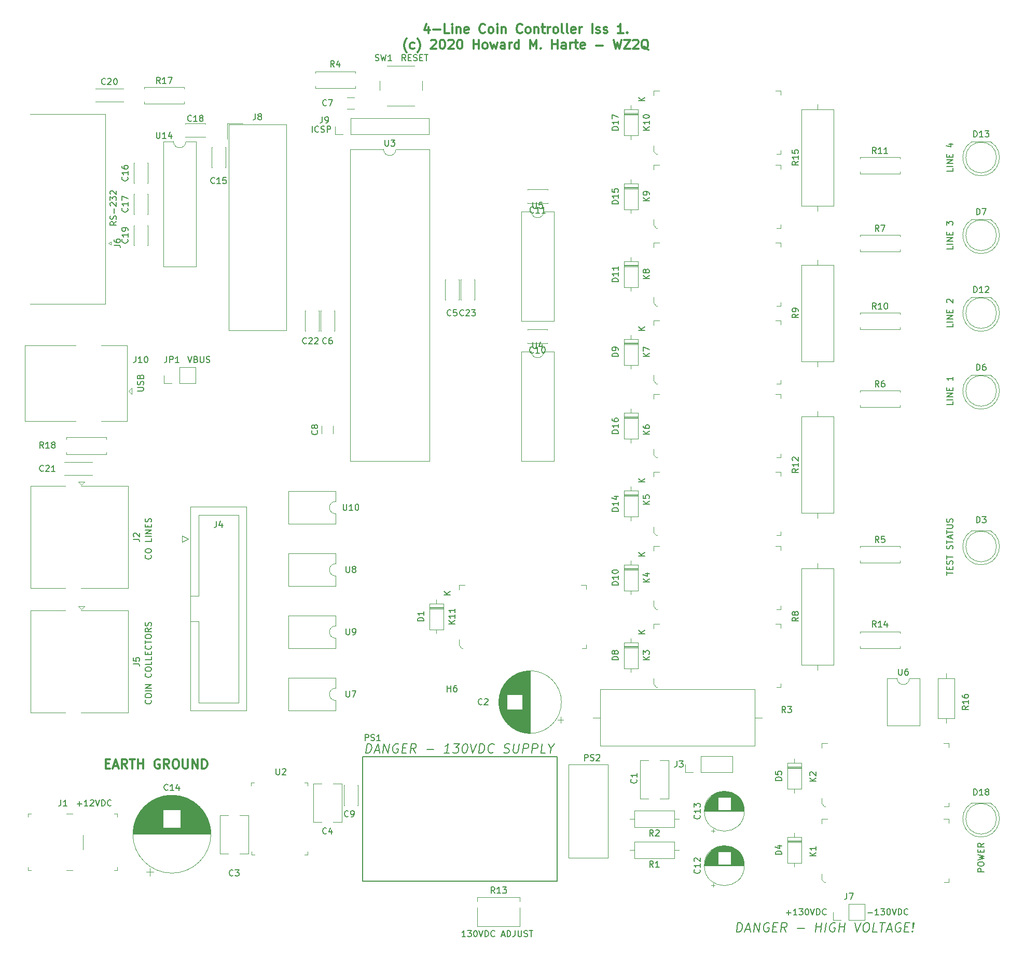
<source format=gbr>
G04 #@! TF.GenerationSoftware,KiCad,Pcbnew,(5.1.6)-1*
G04 #@! TF.CreationDate,2020-05-27T12:18:15-07:00*
G04 #@! TF.ProjectId,1d_coinctrl_r2,31645f63-6f69-46e6-9374-726c5f72322e,rev?*
G04 #@! TF.SameCoordinates,Original*
G04 #@! TF.FileFunction,Legend,Top*
G04 #@! TF.FilePolarity,Positive*
%FSLAX46Y46*%
G04 Gerber Fmt 4.6, Leading zero omitted, Abs format (unit mm)*
G04 Created by KiCad (PCBNEW (5.1.6)-1) date 2020-05-27 12:18:15*
%MOMM*%
%LPD*%
G01*
G04 APERTURE LIST*
%ADD10C,0.150000*%
%ADD11C,0.300000*%
%ADD12C,0.120000*%
%ADD13C,0.100000*%
%ADD14C,0.127000*%
G04 APERTURE END LIST*
D10*
X91218095Y-151201428D02*
X91980000Y-151201428D01*
X91599047Y-151582380D02*
X91599047Y-150820476D01*
X92980000Y-151582380D02*
X92408571Y-151582380D01*
X92694285Y-151582380D02*
X92694285Y-150582380D01*
X92599047Y-150725238D01*
X92503809Y-150820476D01*
X92408571Y-150868095D01*
X93360952Y-150677619D02*
X93408571Y-150630000D01*
X93503809Y-150582380D01*
X93741904Y-150582380D01*
X93837142Y-150630000D01*
X93884761Y-150677619D01*
X93932380Y-150772857D01*
X93932380Y-150868095D01*
X93884761Y-151010952D01*
X93313333Y-151582380D01*
X93932380Y-151582380D01*
X94218095Y-150582380D02*
X94551428Y-151582380D01*
X94884761Y-150582380D01*
X95218095Y-151582380D02*
X95218095Y-150582380D01*
X95456190Y-150582380D01*
X95599047Y-150630000D01*
X95694285Y-150725238D01*
X95741904Y-150820476D01*
X95789523Y-151010952D01*
X95789523Y-151153809D01*
X95741904Y-151344285D01*
X95694285Y-151439523D01*
X95599047Y-151534761D01*
X95456190Y-151582380D01*
X95218095Y-151582380D01*
X96789523Y-151487142D02*
X96741904Y-151534761D01*
X96599047Y-151582380D01*
X96503809Y-151582380D01*
X96360952Y-151534761D01*
X96265714Y-151439523D01*
X96218095Y-151344285D01*
X96170476Y-151153809D01*
X96170476Y-151010952D01*
X96218095Y-150820476D01*
X96265714Y-150725238D01*
X96360952Y-150630000D01*
X96503809Y-150582380D01*
X96599047Y-150582380D01*
X96741904Y-150630000D01*
X96789523Y-150677619D01*
D11*
X95890000Y-144672857D02*
X96390000Y-144672857D01*
X96604285Y-145458571D02*
X95890000Y-145458571D01*
X95890000Y-143958571D01*
X96604285Y-143958571D01*
X97175714Y-145030000D02*
X97890000Y-145030000D01*
X97032857Y-145458571D02*
X97532857Y-143958571D01*
X98032857Y-145458571D01*
X99390000Y-145458571D02*
X98890000Y-144744285D01*
X98532857Y-145458571D02*
X98532857Y-143958571D01*
X99104285Y-143958571D01*
X99247142Y-144030000D01*
X99318571Y-144101428D01*
X99390000Y-144244285D01*
X99390000Y-144458571D01*
X99318571Y-144601428D01*
X99247142Y-144672857D01*
X99104285Y-144744285D01*
X98532857Y-144744285D01*
X99818571Y-143958571D02*
X100675714Y-143958571D01*
X100247142Y-145458571D02*
X100247142Y-143958571D01*
X101175714Y-145458571D02*
X101175714Y-143958571D01*
X101175714Y-144672857D02*
X102032857Y-144672857D01*
X102032857Y-145458571D02*
X102032857Y-143958571D01*
X104675714Y-144030000D02*
X104532857Y-143958571D01*
X104318571Y-143958571D01*
X104104285Y-144030000D01*
X103961428Y-144172857D01*
X103890000Y-144315714D01*
X103818571Y-144601428D01*
X103818571Y-144815714D01*
X103890000Y-145101428D01*
X103961428Y-145244285D01*
X104104285Y-145387142D01*
X104318571Y-145458571D01*
X104461428Y-145458571D01*
X104675714Y-145387142D01*
X104747142Y-145315714D01*
X104747142Y-144815714D01*
X104461428Y-144815714D01*
X106247142Y-145458571D02*
X105747142Y-144744285D01*
X105390000Y-145458571D02*
X105390000Y-143958571D01*
X105961428Y-143958571D01*
X106104285Y-144030000D01*
X106175714Y-144101428D01*
X106247142Y-144244285D01*
X106247142Y-144458571D01*
X106175714Y-144601428D01*
X106104285Y-144672857D01*
X105961428Y-144744285D01*
X105390000Y-144744285D01*
X107175714Y-143958571D02*
X107461428Y-143958571D01*
X107604285Y-144030000D01*
X107747142Y-144172857D01*
X107818571Y-144458571D01*
X107818571Y-144958571D01*
X107747142Y-145244285D01*
X107604285Y-145387142D01*
X107461428Y-145458571D01*
X107175714Y-145458571D01*
X107032857Y-145387142D01*
X106890000Y-145244285D01*
X106818571Y-144958571D01*
X106818571Y-144458571D01*
X106890000Y-144172857D01*
X107032857Y-144030000D01*
X107175714Y-143958571D01*
X108461428Y-143958571D02*
X108461428Y-145172857D01*
X108532857Y-145315714D01*
X108604285Y-145387142D01*
X108747142Y-145458571D01*
X109032857Y-145458571D01*
X109175714Y-145387142D01*
X109247142Y-145315714D01*
X109318571Y-145172857D01*
X109318571Y-143958571D01*
X110032857Y-145458571D02*
X110032857Y-143958571D01*
X110890000Y-145458571D01*
X110890000Y-143958571D01*
X111604285Y-145458571D02*
X111604285Y-143958571D01*
X111961428Y-143958571D01*
X112175714Y-144030000D01*
X112318571Y-144172857D01*
X112390000Y-144315714D01*
X112461428Y-144601428D01*
X112461428Y-144815714D01*
X112390000Y-145101428D01*
X112318571Y-145244285D01*
X112175714Y-145387142D01*
X111961428Y-145458571D01*
X111604285Y-145458571D01*
D10*
X154599333Y-172918380D02*
X154027904Y-172918380D01*
X154313619Y-172918380D02*
X154313619Y-171918380D01*
X154218380Y-172061238D01*
X154123142Y-172156476D01*
X154027904Y-172204095D01*
X154932666Y-171918380D02*
X155551714Y-171918380D01*
X155218380Y-172299333D01*
X155361238Y-172299333D01*
X155456476Y-172346952D01*
X155504095Y-172394571D01*
X155551714Y-172489809D01*
X155551714Y-172727904D01*
X155504095Y-172823142D01*
X155456476Y-172870761D01*
X155361238Y-172918380D01*
X155075523Y-172918380D01*
X154980285Y-172870761D01*
X154932666Y-172823142D01*
X156170761Y-171918380D02*
X156266000Y-171918380D01*
X156361238Y-171966000D01*
X156408857Y-172013619D01*
X156456476Y-172108857D01*
X156504095Y-172299333D01*
X156504095Y-172537428D01*
X156456476Y-172727904D01*
X156408857Y-172823142D01*
X156361238Y-172870761D01*
X156266000Y-172918380D01*
X156170761Y-172918380D01*
X156075523Y-172870761D01*
X156027904Y-172823142D01*
X155980285Y-172727904D01*
X155932666Y-172537428D01*
X155932666Y-172299333D01*
X155980285Y-172108857D01*
X156027904Y-172013619D01*
X156075523Y-171966000D01*
X156170761Y-171918380D01*
X156789809Y-171918380D02*
X157123142Y-172918380D01*
X157456476Y-171918380D01*
X157789809Y-172918380D02*
X157789809Y-171918380D01*
X158027904Y-171918380D01*
X158170761Y-171966000D01*
X158266000Y-172061238D01*
X158313619Y-172156476D01*
X158361238Y-172346952D01*
X158361238Y-172489809D01*
X158313619Y-172680285D01*
X158266000Y-172775523D01*
X158170761Y-172870761D01*
X158027904Y-172918380D01*
X157789809Y-172918380D01*
X159361238Y-172823142D02*
X159313619Y-172870761D01*
X159170761Y-172918380D01*
X159075523Y-172918380D01*
X158932666Y-172870761D01*
X158837428Y-172775523D01*
X158789809Y-172680285D01*
X158742190Y-172489809D01*
X158742190Y-172346952D01*
X158789809Y-172156476D01*
X158837428Y-172061238D01*
X158932666Y-171966000D01*
X159075523Y-171918380D01*
X159170761Y-171918380D01*
X159313619Y-171966000D01*
X159361238Y-172013619D01*
X160504095Y-172632666D02*
X160980285Y-172632666D01*
X160408857Y-172918380D02*
X160742190Y-171918380D01*
X161075523Y-172918380D01*
X161408857Y-172918380D02*
X161408857Y-171918380D01*
X161646952Y-171918380D01*
X161789809Y-171966000D01*
X161885047Y-172061238D01*
X161932666Y-172156476D01*
X161980285Y-172346952D01*
X161980285Y-172489809D01*
X161932666Y-172680285D01*
X161885047Y-172775523D01*
X161789809Y-172870761D01*
X161646952Y-172918380D01*
X161408857Y-172918380D01*
X162694571Y-171918380D02*
X162694571Y-172632666D01*
X162646952Y-172775523D01*
X162551714Y-172870761D01*
X162408857Y-172918380D01*
X162313619Y-172918380D01*
X163170761Y-171918380D02*
X163170761Y-172727904D01*
X163218380Y-172823142D01*
X163266000Y-172870761D01*
X163361238Y-172918380D01*
X163551714Y-172918380D01*
X163646952Y-172870761D01*
X163694571Y-172823142D01*
X163742190Y-172727904D01*
X163742190Y-171918380D01*
X164170761Y-172870761D02*
X164313619Y-172918380D01*
X164551714Y-172918380D01*
X164646952Y-172870761D01*
X164694571Y-172823142D01*
X164742190Y-172727904D01*
X164742190Y-172632666D01*
X164694571Y-172537428D01*
X164646952Y-172489809D01*
X164551714Y-172442190D01*
X164361238Y-172394571D01*
X164266000Y-172346952D01*
X164218380Y-172299333D01*
X164170761Y-172204095D01*
X164170761Y-172108857D01*
X164218380Y-172013619D01*
X164266000Y-171966000D01*
X164361238Y-171918380D01*
X164599333Y-171918380D01*
X164742190Y-171966000D01*
X165027904Y-171918380D02*
X165599333Y-171918380D01*
X165313619Y-172918380D02*
X165313619Y-171918380D01*
X138347544Y-142918571D02*
X138535044Y-141418571D01*
X138892187Y-141418571D01*
X139097544Y-141490000D01*
X139222544Y-141632857D01*
X139276116Y-141775714D01*
X139311830Y-142061428D01*
X139285044Y-142275714D01*
X139177901Y-142561428D01*
X139088616Y-142704285D01*
X138927901Y-142847142D01*
X138704687Y-142918571D01*
X138347544Y-142918571D01*
X139829687Y-142490000D02*
X140543973Y-142490000D01*
X139633258Y-142918571D02*
X140320758Y-141418571D01*
X140633258Y-142918571D01*
X141133258Y-142918571D02*
X141320758Y-141418571D01*
X141990401Y-142918571D01*
X142177901Y-141418571D01*
X143668973Y-141490000D02*
X143535044Y-141418571D01*
X143320758Y-141418571D01*
X143097544Y-141490000D01*
X142936830Y-141632857D01*
X142847544Y-141775714D01*
X142740401Y-142061428D01*
X142713616Y-142275714D01*
X142749330Y-142561428D01*
X142802901Y-142704285D01*
X142927901Y-142847142D01*
X143133258Y-142918571D01*
X143276116Y-142918571D01*
X143499330Y-142847142D01*
X143579687Y-142775714D01*
X143642187Y-142275714D01*
X143356473Y-142275714D01*
X144302901Y-142132857D02*
X144802901Y-142132857D01*
X144918973Y-142918571D02*
X144204687Y-142918571D01*
X144392187Y-141418571D01*
X145106473Y-141418571D01*
X146418973Y-142918571D02*
X146008258Y-142204285D01*
X145561830Y-142918571D02*
X145749330Y-141418571D01*
X146320758Y-141418571D01*
X146454687Y-141490000D01*
X146517187Y-141561428D01*
X146570758Y-141704285D01*
X146543973Y-141918571D01*
X146454687Y-142061428D01*
X146374330Y-142132857D01*
X146222544Y-142204285D01*
X145651116Y-142204285D01*
X148276116Y-142347142D02*
X149418973Y-142347142D01*
X151990401Y-142918571D02*
X151133258Y-142918571D01*
X151561830Y-142918571D02*
X151749330Y-141418571D01*
X151579687Y-141632857D01*
X151418973Y-141775714D01*
X151267187Y-141847142D01*
X152677901Y-141418571D02*
X153606473Y-141418571D01*
X153035044Y-141990000D01*
X153249330Y-141990000D01*
X153383258Y-142061428D01*
X153445758Y-142132857D01*
X153499330Y-142275714D01*
X153454687Y-142632857D01*
X153365401Y-142775714D01*
X153285044Y-142847142D01*
X153133258Y-142918571D01*
X152704687Y-142918571D01*
X152570758Y-142847142D01*
X152508258Y-142775714D01*
X154535044Y-141418571D02*
X154677901Y-141418571D01*
X154811830Y-141490000D01*
X154874330Y-141561428D01*
X154927901Y-141704285D01*
X154963616Y-141990000D01*
X154918973Y-142347142D01*
X154811830Y-142632857D01*
X154722544Y-142775714D01*
X154642187Y-142847142D01*
X154490401Y-142918571D01*
X154347544Y-142918571D01*
X154213616Y-142847142D01*
X154151116Y-142775714D01*
X154097544Y-142632857D01*
X154061830Y-142347142D01*
X154106473Y-141990000D01*
X154213616Y-141704285D01*
X154302901Y-141561428D01*
X154383258Y-141490000D01*
X154535044Y-141418571D01*
X155463616Y-141418571D02*
X155776116Y-142918571D01*
X156463616Y-141418571D01*
X156776116Y-142918571D02*
X156963616Y-141418571D01*
X157320758Y-141418571D01*
X157526116Y-141490000D01*
X157651116Y-141632857D01*
X157704687Y-141775714D01*
X157740401Y-142061428D01*
X157713616Y-142275714D01*
X157606473Y-142561428D01*
X157517187Y-142704285D01*
X157356473Y-142847142D01*
X157133258Y-142918571D01*
X156776116Y-142918571D01*
X159151116Y-142775714D02*
X159070758Y-142847142D01*
X158847544Y-142918571D01*
X158704687Y-142918571D01*
X158499330Y-142847142D01*
X158374330Y-142704285D01*
X158320758Y-142561428D01*
X158285044Y-142275714D01*
X158311830Y-142061428D01*
X158418973Y-141775714D01*
X158508258Y-141632857D01*
X158668973Y-141490000D01*
X158892187Y-141418571D01*
X159035044Y-141418571D01*
X159240401Y-141490000D01*
X159302901Y-141561428D01*
X160856473Y-142847142D02*
X161061830Y-142918571D01*
X161418973Y-142918571D01*
X161570758Y-142847142D01*
X161651116Y-142775714D01*
X161740401Y-142632857D01*
X161758258Y-142490000D01*
X161704687Y-142347142D01*
X161642187Y-142275714D01*
X161508258Y-142204285D01*
X161231473Y-142132857D01*
X161097544Y-142061428D01*
X161035044Y-141990000D01*
X160981473Y-141847142D01*
X160999330Y-141704285D01*
X161088616Y-141561428D01*
X161168973Y-141490000D01*
X161320758Y-141418571D01*
X161677901Y-141418571D01*
X161883258Y-141490000D01*
X162535044Y-141418571D02*
X162383258Y-142632857D01*
X162436830Y-142775714D01*
X162499330Y-142847142D01*
X162633258Y-142918571D01*
X162918973Y-142918571D01*
X163070758Y-142847142D01*
X163151116Y-142775714D01*
X163240401Y-142632857D01*
X163392187Y-141418571D01*
X163918973Y-142918571D02*
X164106473Y-141418571D01*
X164677901Y-141418571D01*
X164811830Y-141490000D01*
X164874330Y-141561428D01*
X164927901Y-141704285D01*
X164901116Y-141918571D01*
X164811830Y-142061428D01*
X164731473Y-142132857D01*
X164579687Y-142204285D01*
X164008258Y-142204285D01*
X165418973Y-142918571D02*
X165606473Y-141418571D01*
X166177901Y-141418571D01*
X166311830Y-141490000D01*
X166374330Y-141561428D01*
X166427901Y-141704285D01*
X166401116Y-141918571D01*
X166311830Y-142061428D01*
X166231473Y-142132857D01*
X166079687Y-142204285D01*
X165508258Y-142204285D01*
X167633258Y-142918571D02*
X166918973Y-142918571D01*
X167106473Y-141418571D01*
X168508258Y-142204285D02*
X168418973Y-142918571D01*
X168106473Y-141418571D02*
X168508258Y-142204285D01*
X169106473Y-141418571D01*
X198858973Y-172128571D02*
X199046473Y-170628571D01*
X199403616Y-170628571D01*
X199608973Y-170700000D01*
X199733973Y-170842857D01*
X199787544Y-170985714D01*
X199823258Y-171271428D01*
X199796473Y-171485714D01*
X199689330Y-171771428D01*
X199600044Y-171914285D01*
X199439330Y-172057142D01*
X199216116Y-172128571D01*
X198858973Y-172128571D01*
X200341116Y-171700000D02*
X201055401Y-171700000D01*
X200144687Y-172128571D02*
X200832187Y-170628571D01*
X201144687Y-172128571D01*
X201644687Y-172128571D02*
X201832187Y-170628571D01*
X202501830Y-172128571D01*
X202689330Y-170628571D01*
X204180401Y-170700000D02*
X204046473Y-170628571D01*
X203832187Y-170628571D01*
X203608973Y-170700000D01*
X203448258Y-170842857D01*
X203358973Y-170985714D01*
X203251830Y-171271428D01*
X203225044Y-171485714D01*
X203260758Y-171771428D01*
X203314330Y-171914285D01*
X203439330Y-172057142D01*
X203644687Y-172128571D01*
X203787544Y-172128571D01*
X204010758Y-172057142D01*
X204091116Y-171985714D01*
X204153616Y-171485714D01*
X203867901Y-171485714D01*
X204814330Y-171342857D02*
X205314330Y-171342857D01*
X205430401Y-172128571D02*
X204716116Y-172128571D01*
X204903616Y-170628571D01*
X205617901Y-170628571D01*
X206930401Y-172128571D02*
X206519687Y-171414285D01*
X206073258Y-172128571D02*
X206260758Y-170628571D01*
X206832187Y-170628571D01*
X206966116Y-170700000D01*
X207028616Y-170771428D01*
X207082187Y-170914285D01*
X207055401Y-171128571D01*
X206966116Y-171271428D01*
X206885758Y-171342857D01*
X206733973Y-171414285D01*
X206162544Y-171414285D01*
X208787544Y-171557142D02*
X209930401Y-171557142D01*
X211716116Y-172128571D02*
X211903616Y-170628571D01*
X211814330Y-171342857D02*
X212671473Y-171342857D01*
X212573258Y-172128571D02*
X212760758Y-170628571D01*
X213287544Y-172128571D02*
X213475044Y-170628571D01*
X214966116Y-170700000D02*
X214832187Y-170628571D01*
X214617901Y-170628571D01*
X214394687Y-170700000D01*
X214233973Y-170842857D01*
X214144687Y-170985714D01*
X214037544Y-171271428D01*
X214010758Y-171485714D01*
X214046473Y-171771428D01*
X214100044Y-171914285D01*
X214225044Y-172057142D01*
X214430401Y-172128571D01*
X214573258Y-172128571D01*
X214796473Y-172057142D01*
X214876830Y-171985714D01*
X214939330Y-171485714D01*
X214653616Y-171485714D01*
X215501830Y-172128571D02*
X215689330Y-170628571D01*
X215600044Y-171342857D02*
X216457187Y-171342857D01*
X216358973Y-172128571D02*
X216546473Y-170628571D01*
X218189330Y-170628571D02*
X218501830Y-172128571D01*
X219189330Y-170628571D01*
X219975044Y-170628571D02*
X220260758Y-170628571D01*
X220394687Y-170700000D01*
X220519687Y-170842857D01*
X220555401Y-171128571D01*
X220492901Y-171628571D01*
X220385758Y-171914285D01*
X220225044Y-172057142D01*
X220073258Y-172128571D01*
X219787544Y-172128571D01*
X219653616Y-172057142D01*
X219528616Y-171914285D01*
X219492901Y-171628571D01*
X219555401Y-171128571D01*
X219662544Y-170842857D01*
X219823258Y-170700000D01*
X219975044Y-170628571D01*
X221787544Y-172128571D02*
X221073258Y-172128571D01*
X221260758Y-170628571D01*
X222260758Y-170628571D02*
X223117901Y-170628571D01*
X222501830Y-172128571D02*
X222689330Y-170628571D01*
X223412544Y-171700000D02*
X224126830Y-171700000D01*
X223216116Y-172128571D02*
X223903616Y-170628571D01*
X224216116Y-172128571D01*
X225680401Y-170700000D02*
X225546473Y-170628571D01*
X225332187Y-170628571D01*
X225108973Y-170700000D01*
X224948258Y-170842857D01*
X224858973Y-170985714D01*
X224751830Y-171271428D01*
X224725044Y-171485714D01*
X224760758Y-171771428D01*
X224814330Y-171914285D01*
X224939330Y-172057142D01*
X225144687Y-172128571D01*
X225287544Y-172128571D01*
X225510758Y-172057142D01*
X225591116Y-171985714D01*
X225653616Y-171485714D01*
X225367901Y-171485714D01*
X226314330Y-171342857D02*
X226814330Y-171342857D01*
X226930401Y-172128571D02*
X226216116Y-172128571D01*
X226403616Y-170628571D01*
X227117901Y-170628571D01*
X227591116Y-171985714D02*
X227653616Y-172057142D01*
X227573258Y-172128571D01*
X227510758Y-172057142D01*
X227591116Y-171985714D01*
X227573258Y-172128571D01*
X227644687Y-171557142D02*
X227680401Y-170700000D01*
X227760758Y-170628571D01*
X227823258Y-170700000D01*
X227644687Y-171557142D01*
X227760758Y-170628571D01*
X220281904Y-168981428D02*
X221043809Y-168981428D01*
X222043809Y-169362380D02*
X221472380Y-169362380D01*
X221758095Y-169362380D02*
X221758095Y-168362380D01*
X221662857Y-168505238D01*
X221567619Y-168600476D01*
X221472380Y-168648095D01*
X222377142Y-168362380D02*
X222996190Y-168362380D01*
X222662857Y-168743333D01*
X222805714Y-168743333D01*
X222900952Y-168790952D01*
X222948571Y-168838571D01*
X222996190Y-168933809D01*
X222996190Y-169171904D01*
X222948571Y-169267142D01*
X222900952Y-169314761D01*
X222805714Y-169362380D01*
X222520000Y-169362380D01*
X222424761Y-169314761D01*
X222377142Y-169267142D01*
X223615238Y-168362380D02*
X223710476Y-168362380D01*
X223805714Y-168410000D01*
X223853333Y-168457619D01*
X223900952Y-168552857D01*
X223948571Y-168743333D01*
X223948571Y-168981428D01*
X223900952Y-169171904D01*
X223853333Y-169267142D01*
X223805714Y-169314761D01*
X223710476Y-169362380D01*
X223615238Y-169362380D01*
X223520000Y-169314761D01*
X223472380Y-169267142D01*
X223424761Y-169171904D01*
X223377142Y-168981428D01*
X223377142Y-168743333D01*
X223424761Y-168552857D01*
X223472380Y-168457619D01*
X223520000Y-168410000D01*
X223615238Y-168362380D01*
X224234285Y-168362380D02*
X224567619Y-169362380D01*
X224900952Y-168362380D01*
X225234285Y-169362380D02*
X225234285Y-168362380D01*
X225472380Y-168362380D01*
X225615238Y-168410000D01*
X225710476Y-168505238D01*
X225758095Y-168600476D01*
X225805714Y-168790952D01*
X225805714Y-168933809D01*
X225758095Y-169124285D01*
X225710476Y-169219523D01*
X225615238Y-169314761D01*
X225472380Y-169362380D01*
X225234285Y-169362380D01*
X226805714Y-169267142D02*
X226758095Y-169314761D01*
X226615238Y-169362380D01*
X226520000Y-169362380D01*
X226377142Y-169314761D01*
X226281904Y-169219523D01*
X226234285Y-169124285D01*
X226186666Y-168933809D01*
X226186666Y-168790952D01*
X226234285Y-168600476D01*
X226281904Y-168505238D01*
X226377142Y-168410000D01*
X226520000Y-168362380D01*
X226615238Y-168362380D01*
X226758095Y-168410000D01*
X226805714Y-168457619D01*
X206946904Y-168981428D02*
X207708809Y-168981428D01*
X207327857Y-169362380D02*
X207327857Y-168600476D01*
X208708809Y-169362380D02*
X208137380Y-169362380D01*
X208423095Y-169362380D02*
X208423095Y-168362380D01*
X208327857Y-168505238D01*
X208232619Y-168600476D01*
X208137380Y-168648095D01*
X209042142Y-168362380D02*
X209661190Y-168362380D01*
X209327857Y-168743333D01*
X209470714Y-168743333D01*
X209565952Y-168790952D01*
X209613571Y-168838571D01*
X209661190Y-168933809D01*
X209661190Y-169171904D01*
X209613571Y-169267142D01*
X209565952Y-169314761D01*
X209470714Y-169362380D01*
X209185000Y-169362380D01*
X209089761Y-169314761D01*
X209042142Y-169267142D01*
X210280238Y-168362380D02*
X210375476Y-168362380D01*
X210470714Y-168410000D01*
X210518333Y-168457619D01*
X210565952Y-168552857D01*
X210613571Y-168743333D01*
X210613571Y-168981428D01*
X210565952Y-169171904D01*
X210518333Y-169267142D01*
X210470714Y-169314761D01*
X210375476Y-169362380D01*
X210280238Y-169362380D01*
X210185000Y-169314761D01*
X210137380Y-169267142D01*
X210089761Y-169171904D01*
X210042142Y-168981428D01*
X210042142Y-168743333D01*
X210089761Y-168552857D01*
X210137380Y-168457619D01*
X210185000Y-168410000D01*
X210280238Y-168362380D01*
X210899285Y-168362380D02*
X211232619Y-169362380D01*
X211565952Y-168362380D01*
X211899285Y-169362380D02*
X211899285Y-168362380D01*
X212137380Y-168362380D01*
X212280238Y-168410000D01*
X212375476Y-168505238D01*
X212423095Y-168600476D01*
X212470714Y-168790952D01*
X212470714Y-168933809D01*
X212423095Y-169124285D01*
X212375476Y-169219523D01*
X212280238Y-169314761D01*
X212137380Y-169362380D01*
X211899285Y-169362380D01*
X213470714Y-169267142D02*
X213423095Y-169314761D01*
X213280238Y-169362380D01*
X213185000Y-169362380D01*
X213042142Y-169314761D01*
X212946904Y-169219523D01*
X212899285Y-169124285D01*
X212851666Y-168933809D01*
X212851666Y-168790952D01*
X212899285Y-168600476D01*
X212946904Y-168505238D01*
X213042142Y-168410000D01*
X213185000Y-168362380D01*
X213280238Y-168362380D01*
X213423095Y-168410000D01*
X213470714Y-168457619D01*
X109291666Y-78192380D02*
X109625000Y-79192380D01*
X109958333Y-78192380D01*
X110625000Y-78668571D02*
X110767857Y-78716190D01*
X110815476Y-78763809D01*
X110863095Y-78859047D01*
X110863095Y-79001904D01*
X110815476Y-79097142D01*
X110767857Y-79144761D01*
X110672619Y-79192380D01*
X110291666Y-79192380D01*
X110291666Y-78192380D01*
X110625000Y-78192380D01*
X110720238Y-78240000D01*
X110767857Y-78287619D01*
X110815476Y-78382857D01*
X110815476Y-78478095D01*
X110767857Y-78573333D01*
X110720238Y-78620952D01*
X110625000Y-78668571D01*
X110291666Y-78668571D01*
X111291666Y-78192380D02*
X111291666Y-79001904D01*
X111339285Y-79097142D01*
X111386904Y-79144761D01*
X111482142Y-79192380D01*
X111672619Y-79192380D01*
X111767857Y-79144761D01*
X111815476Y-79097142D01*
X111863095Y-79001904D01*
X111863095Y-78192380D01*
X112291666Y-79144761D02*
X112434523Y-79192380D01*
X112672619Y-79192380D01*
X112767857Y-79144761D01*
X112815476Y-79097142D01*
X112863095Y-79001904D01*
X112863095Y-78906666D01*
X112815476Y-78811428D01*
X112767857Y-78763809D01*
X112672619Y-78716190D01*
X112482142Y-78668571D01*
X112386904Y-78620952D01*
X112339285Y-78573333D01*
X112291666Y-78478095D01*
X112291666Y-78382857D01*
X112339285Y-78287619D01*
X112386904Y-78240000D01*
X112482142Y-78192380D01*
X112720238Y-78192380D01*
X112863095Y-78240000D01*
X97607380Y-56189285D02*
X97131190Y-56522619D01*
X97607380Y-56760714D02*
X96607380Y-56760714D01*
X96607380Y-56379761D01*
X96655000Y-56284523D01*
X96702619Y-56236904D01*
X96797857Y-56189285D01*
X96940714Y-56189285D01*
X97035952Y-56236904D01*
X97083571Y-56284523D01*
X97131190Y-56379761D01*
X97131190Y-56760714D01*
X97559761Y-55808333D02*
X97607380Y-55665476D01*
X97607380Y-55427380D01*
X97559761Y-55332142D01*
X97512142Y-55284523D01*
X97416904Y-55236904D01*
X97321666Y-55236904D01*
X97226428Y-55284523D01*
X97178809Y-55332142D01*
X97131190Y-55427380D01*
X97083571Y-55617857D01*
X97035952Y-55713095D01*
X96988333Y-55760714D01*
X96893095Y-55808333D01*
X96797857Y-55808333D01*
X96702619Y-55760714D01*
X96655000Y-55713095D01*
X96607380Y-55617857D01*
X96607380Y-55379761D01*
X96655000Y-55236904D01*
X97226428Y-54808333D02*
X97226428Y-54046428D01*
X96702619Y-53617857D02*
X96655000Y-53570238D01*
X96607380Y-53475000D01*
X96607380Y-53236904D01*
X96655000Y-53141666D01*
X96702619Y-53094047D01*
X96797857Y-53046428D01*
X96893095Y-53046428D01*
X97035952Y-53094047D01*
X97607380Y-53665476D01*
X97607380Y-53046428D01*
X96607380Y-52713095D02*
X96607380Y-52094047D01*
X96988333Y-52427380D01*
X96988333Y-52284523D01*
X97035952Y-52189285D01*
X97083571Y-52141666D01*
X97178809Y-52094047D01*
X97416904Y-52094047D01*
X97512142Y-52141666D01*
X97559761Y-52189285D01*
X97607380Y-52284523D01*
X97607380Y-52570238D01*
X97559761Y-52665476D01*
X97512142Y-52713095D01*
X96702619Y-51713095D02*
X96655000Y-51665476D01*
X96607380Y-51570238D01*
X96607380Y-51332142D01*
X96655000Y-51236904D01*
X96702619Y-51189285D01*
X96797857Y-51141666D01*
X96893095Y-51141666D01*
X97035952Y-51189285D01*
X97607380Y-51760714D01*
X97607380Y-51141666D01*
X101052380Y-83811904D02*
X101861904Y-83811904D01*
X101957142Y-83764285D01*
X102004761Y-83716666D01*
X102052380Y-83621428D01*
X102052380Y-83430952D01*
X102004761Y-83335714D01*
X101957142Y-83288095D01*
X101861904Y-83240476D01*
X101052380Y-83240476D01*
X102004761Y-82811904D02*
X102052380Y-82669047D01*
X102052380Y-82430952D01*
X102004761Y-82335714D01*
X101957142Y-82288095D01*
X101861904Y-82240476D01*
X101766666Y-82240476D01*
X101671428Y-82288095D01*
X101623809Y-82335714D01*
X101576190Y-82430952D01*
X101528571Y-82621428D01*
X101480952Y-82716666D01*
X101433333Y-82764285D01*
X101338095Y-82811904D01*
X101242857Y-82811904D01*
X101147619Y-82764285D01*
X101100000Y-82716666D01*
X101052380Y-82621428D01*
X101052380Y-82383333D01*
X101100000Y-82240476D01*
X101528571Y-81478571D02*
X101576190Y-81335714D01*
X101623809Y-81288095D01*
X101719047Y-81240476D01*
X101861904Y-81240476D01*
X101957142Y-81288095D01*
X102004761Y-81335714D01*
X102052380Y-81430952D01*
X102052380Y-81811904D01*
X101052380Y-81811904D01*
X101052380Y-81478571D01*
X101100000Y-81383333D01*
X101147619Y-81335714D01*
X101242857Y-81288095D01*
X101338095Y-81288095D01*
X101433333Y-81335714D01*
X101480952Y-81383333D01*
X101528571Y-81478571D01*
X101528571Y-81811904D01*
X103227142Y-110640476D02*
X103274761Y-110688095D01*
X103322380Y-110830952D01*
X103322380Y-110926190D01*
X103274761Y-111069047D01*
X103179523Y-111164285D01*
X103084285Y-111211904D01*
X102893809Y-111259523D01*
X102750952Y-111259523D01*
X102560476Y-111211904D01*
X102465238Y-111164285D01*
X102370000Y-111069047D01*
X102322380Y-110926190D01*
X102322380Y-110830952D01*
X102370000Y-110688095D01*
X102417619Y-110640476D01*
X102322380Y-110021428D02*
X102322380Y-109830952D01*
X102370000Y-109735714D01*
X102465238Y-109640476D01*
X102655714Y-109592857D01*
X102989047Y-109592857D01*
X103179523Y-109640476D01*
X103274761Y-109735714D01*
X103322380Y-109830952D01*
X103322380Y-110021428D01*
X103274761Y-110116666D01*
X103179523Y-110211904D01*
X102989047Y-110259523D01*
X102655714Y-110259523D01*
X102465238Y-110211904D01*
X102370000Y-110116666D01*
X102322380Y-110021428D01*
X103322380Y-107926190D02*
X103322380Y-108402380D01*
X102322380Y-108402380D01*
X103322380Y-107592857D02*
X102322380Y-107592857D01*
X103322380Y-107116666D02*
X102322380Y-107116666D01*
X103322380Y-106545238D01*
X102322380Y-106545238D01*
X102798571Y-106069047D02*
X102798571Y-105735714D01*
X103322380Y-105592857D02*
X103322380Y-106069047D01*
X102322380Y-106069047D01*
X102322380Y-105592857D01*
X103274761Y-105211904D02*
X103322380Y-105069047D01*
X103322380Y-104830952D01*
X103274761Y-104735714D01*
X103227142Y-104688095D01*
X103131904Y-104640476D01*
X103036666Y-104640476D01*
X102941428Y-104688095D01*
X102893809Y-104735714D01*
X102846190Y-104830952D01*
X102798571Y-105021428D01*
X102750952Y-105116666D01*
X102703333Y-105164285D01*
X102608095Y-105211904D01*
X102512857Y-105211904D01*
X102417619Y-105164285D01*
X102370000Y-105116666D01*
X102322380Y-105021428D01*
X102322380Y-104783333D01*
X102370000Y-104640476D01*
X103227142Y-134293809D02*
X103274761Y-134341428D01*
X103322380Y-134484285D01*
X103322380Y-134579523D01*
X103274761Y-134722380D01*
X103179523Y-134817619D01*
X103084285Y-134865238D01*
X102893809Y-134912857D01*
X102750952Y-134912857D01*
X102560476Y-134865238D01*
X102465238Y-134817619D01*
X102370000Y-134722380D01*
X102322380Y-134579523D01*
X102322380Y-134484285D01*
X102370000Y-134341428D01*
X102417619Y-134293809D01*
X102322380Y-133674761D02*
X102322380Y-133484285D01*
X102370000Y-133389047D01*
X102465238Y-133293809D01*
X102655714Y-133246190D01*
X102989047Y-133246190D01*
X103179523Y-133293809D01*
X103274761Y-133389047D01*
X103322380Y-133484285D01*
X103322380Y-133674761D01*
X103274761Y-133770000D01*
X103179523Y-133865238D01*
X102989047Y-133912857D01*
X102655714Y-133912857D01*
X102465238Y-133865238D01*
X102370000Y-133770000D01*
X102322380Y-133674761D01*
X103322380Y-132817619D02*
X102322380Y-132817619D01*
X103322380Y-132341428D02*
X102322380Y-132341428D01*
X103322380Y-131770000D01*
X102322380Y-131770000D01*
X103227142Y-129960476D02*
X103274761Y-130008095D01*
X103322380Y-130150952D01*
X103322380Y-130246190D01*
X103274761Y-130389047D01*
X103179523Y-130484285D01*
X103084285Y-130531904D01*
X102893809Y-130579523D01*
X102750952Y-130579523D01*
X102560476Y-130531904D01*
X102465238Y-130484285D01*
X102370000Y-130389047D01*
X102322380Y-130246190D01*
X102322380Y-130150952D01*
X102370000Y-130008095D01*
X102417619Y-129960476D01*
X102322380Y-129341428D02*
X102322380Y-129150952D01*
X102370000Y-129055714D01*
X102465238Y-128960476D01*
X102655714Y-128912857D01*
X102989047Y-128912857D01*
X103179523Y-128960476D01*
X103274761Y-129055714D01*
X103322380Y-129150952D01*
X103322380Y-129341428D01*
X103274761Y-129436666D01*
X103179523Y-129531904D01*
X102989047Y-129579523D01*
X102655714Y-129579523D01*
X102465238Y-129531904D01*
X102370000Y-129436666D01*
X102322380Y-129341428D01*
X103322380Y-128008095D02*
X103322380Y-128484285D01*
X102322380Y-128484285D01*
X103322380Y-127198571D02*
X103322380Y-127674761D01*
X102322380Y-127674761D01*
X102798571Y-126865238D02*
X102798571Y-126531904D01*
X103322380Y-126389047D02*
X103322380Y-126865238D01*
X102322380Y-126865238D01*
X102322380Y-126389047D01*
X103227142Y-125389047D02*
X103274761Y-125436666D01*
X103322380Y-125579523D01*
X103322380Y-125674761D01*
X103274761Y-125817619D01*
X103179523Y-125912857D01*
X103084285Y-125960476D01*
X102893809Y-126008095D01*
X102750952Y-126008095D01*
X102560476Y-125960476D01*
X102465238Y-125912857D01*
X102370000Y-125817619D01*
X102322380Y-125674761D01*
X102322380Y-125579523D01*
X102370000Y-125436666D01*
X102417619Y-125389047D01*
X102322380Y-125103333D02*
X102322380Y-124531904D01*
X103322380Y-124817619D02*
X102322380Y-124817619D01*
X102322380Y-124008095D02*
X102322380Y-123817619D01*
X102370000Y-123722380D01*
X102465238Y-123627142D01*
X102655714Y-123579523D01*
X102989047Y-123579523D01*
X103179523Y-123627142D01*
X103274761Y-123722380D01*
X103322380Y-123817619D01*
X103322380Y-124008095D01*
X103274761Y-124103333D01*
X103179523Y-124198571D01*
X102989047Y-124246190D01*
X102655714Y-124246190D01*
X102465238Y-124198571D01*
X102370000Y-124103333D01*
X102322380Y-124008095D01*
X103322380Y-122579523D02*
X102846190Y-122912857D01*
X103322380Y-123150952D02*
X102322380Y-123150952D01*
X102322380Y-122770000D01*
X102370000Y-122674761D01*
X102417619Y-122627142D01*
X102512857Y-122579523D01*
X102655714Y-122579523D01*
X102750952Y-122627142D01*
X102798571Y-122674761D01*
X102846190Y-122770000D01*
X102846190Y-123150952D01*
X103274761Y-122198571D02*
X103322380Y-122055714D01*
X103322380Y-121817619D01*
X103274761Y-121722380D01*
X103227142Y-121674761D01*
X103131904Y-121627142D01*
X103036666Y-121627142D01*
X102941428Y-121674761D01*
X102893809Y-121722380D01*
X102846190Y-121817619D01*
X102798571Y-122008095D01*
X102750952Y-122103333D01*
X102703333Y-122150952D01*
X102608095Y-122198571D01*
X102512857Y-122198571D01*
X102417619Y-122150952D01*
X102370000Y-122103333D01*
X102322380Y-122008095D01*
X102322380Y-121770000D01*
X102370000Y-121627142D01*
X234132380Y-47481904D02*
X234132380Y-47958095D01*
X233132380Y-47958095D01*
X234132380Y-47148571D02*
X233132380Y-47148571D01*
X234132380Y-46672380D02*
X233132380Y-46672380D01*
X234132380Y-46100952D01*
X233132380Y-46100952D01*
X233608571Y-45624761D02*
X233608571Y-45291428D01*
X234132380Y-45148571D02*
X234132380Y-45624761D01*
X233132380Y-45624761D01*
X233132380Y-45148571D01*
X233465714Y-43529523D02*
X234132380Y-43529523D01*
X233084761Y-43767619D02*
X233799047Y-44005714D01*
X233799047Y-43386666D01*
X234132380Y-60181904D02*
X234132380Y-60658095D01*
X233132380Y-60658095D01*
X234132380Y-59848571D02*
X233132380Y-59848571D01*
X234132380Y-59372380D02*
X233132380Y-59372380D01*
X234132380Y-58800952D01*
X233132380Y-58800952D01*
X233608571Y-58324761D02*
X233608571Y-57991428D01*
X234132380Y-57848571D02*
X234132380Y-58324761D01*
X233132380Y-58324761D01*
X233132380Y-57848571D01*
X233132380Y-56753333D02*
X233132380Y-56134285D01*
X233513333Y-56467619D01*
X233513333Y-56324761D01*
X233560952Y-56229523D01*
X233608571Y-56181904D01*
X233703809Y-56134285D01*
X233941904Y-56134285D01*
X234037142Y-56181904D01*
X234084761Y-56229523D01*
X234132380Y-56324761D01*
X234132380Y-56610476D01*
X234084761Y-56705714D01*
X234037142Y-56753333D01*
X234132380Y-72881904D02*
X234132380Y-73358095D01*
X233132380Y-73358095D01*
X234132380Y-72548571D02*
X233132380Y-72548571D01*
X234132380Y-72072380D02*
X233132380Y-72072380D01*
X234132380Y-71500952D01*
X233132380Y-71500952D01*
X233608571Y-71024761D02*
X233608571Y-70691428D01*
X234132380Y-70548571D02*
X234132380Y-71024761D01*
X233132380Y-71024761D01*
X233132380Y-70548571D01*
X233227619Y-69405714D02*
X233180000Y-69358095D01*
X233132380Y-69262857D01*
X233132380Y-69024761D01*
X233180000Y-68929523D01*
X233227619Y-68881904D01*
X233322857Y-68834285D01*
X233418095Y-68834285D01*
X233560952Y-68881904D01*
X234132380Y-69453333D01*
X234132380Y-68834285D01*
X234132380Y-85581904D02*
X234132380Y-86058095D01*
X233132380Y-86058095D01*
X234132380Y-85248571D02*
X233132380Y-85248571D01*
X234132380Y-84772380D02*
X233132380Y-84772380D01*
X234132380Y-84200952D01*
X233132380Y-84200952D01*
X233608571Y-83724761D02*
X233608571Y-83391428D01*
X234132380Y-83248571D02*
X234132380Y-83724761D01*
X233132380Y-83724761D01*
X233132380Y-83248571D01*
X234132380Y-81534285D02*
X234132380Y-82105714D01*
X234132380Y-81820000D02*
X233132380Y-81820000D01*
X233275238Y-81915238D01*
X233370476Y-82010476D01*
X233418095Y-82105714D01*
X233132380Y-113862857D02*
X233132380Y-113291428D01*
X234132380Y-113577142D02*
X233132380Y-113577142D01*
X233608571Y-112958095D02*
X233608571Y-112624761D01*
X234132380Y-112481904D02*
X234132380Y-112958095D01*
X233132380Y-112958095D01*
X233132380Y-112481904D01*
X234084761Y-112100952D02*
X234132380Y-111958095D01*
X234132380Y-111720000D01*
X234084761Y-111624761D01*
X234037142Y-111577142D01*
X233941904Y-111529523D01*
X233846666Y-111529523D01*
X233751428Y-111577142D01*
X233703809Y-111624761D01*
X233656190Y-111720000D01*
X233608571Y-111910476D01*
X233560952Y-112005714D01*
X233513333Y-112053333D01*
X233418095Y-112100952D01*
X233322857Y-112100952D01*
X233227619Y-112053333D01*
X233180000Y-112005714D01*
X233132380Y-111910476D01*
X233132380Y-111672380D01*
X233180000Y-111529523D01*
X233132380Y-111243809D02*
X233132380Y-110672380D01*
X234132380Y-110958095D02*
X233132380Y-110958095D01*
X234084761Y-109624761D02*
X234132380Y-109481904D01*
X234132380Y-109243809D01*
X234084761Y-109148571D01*
X234037142Y-109100952D01*
X233941904Y-109053333D01*
X233846666Y-109053333D01*
X233751428Y-109100952D01*
X233703809Y-109148571D01*
X233656190Y-109243809D01*
X233608571Y-109434285D01*
X233560952Y-109529523D01*
X233513333Y-109577142D01*
X233418095Y-109624761D01*
X233322857Y-109624761D01*
X233227619Y-109577142D01*
X233180000Y-109529523D01*
X233132380Y-109434285D01*
X233132380Y-109196190D01*
X233180000Y-109053333D01*
X233132380Y-108767619D02*
X233132380Y-108196190D01*
X234132380Y-108481904D02*
X233132380Y-108481904D01*
X233846666Y-107910476D02*
X233846666Y-107434285D01*
X234132380Y-108005714D02*
X233132380Y-107672380D01*
X234132380Y-107339047D01*
X233132380Y-107148571D02*
X233132380Y-106577142D01*
X234132380Y-106862857D02*
X233132380Y-106862857D01*
X233132380Y-106243809D02*
X233941904Y-106243809D01*
X234037142Y-106196190D01*
X234084761Y-106148571D01*
X234132380Y-106053333D01*
X234132380Y-105862857D01*
X234084761Y-105767619D01*
X234037142Y-105720000D01*
X233941904Y-105672380D01*
X233132380Y-105672380D01*
X234084761Y-105243809D02*
X234132380Y-105100952D01*
X234132380Y-104862857D01*
X234084761Y-104767619D01*
X234037142Y-104720000D01*
X233941904Y-104672380D01*
X233846666Y-104672380D01*
X233751428Y-104720000D01*
X233703809Y-104767619D01*
X233656190Y-104862857D01*
X233608571Y-105053333D01*
X233560952Y-105148571D01*
X233513333Y-105196190D01*
X233418095Y-105243809D01*
X233322857Y-105243809D01*
X233227619Y-105196190D01*
X233180000Y-105148571D01*
X233132380Y-105053333D01*
X233132380Y-104815238D01*
X233180000Y-104672380D01*
X239212380Y-162329523D02*
X238212380Y-162329523D01*
X238212380Y-161948571D01*
X238260000Y-161853333D01*
X238307619Y-161805714D01*
X238402857Y-161758095D01*
X238545714Y-161758095D01*
X238640952Y-161805714D01*
X238688571Y-161853333D01*
X238736190Y-161948571D01*
X238736190Y-162329523D01*
X238212380Y-161139047D02*
X238212380Y-160948571D01*
X238260000Y-160853333D01*
X238355238Y-160758095D01*
X238545714Y-160710476D01*
X238879047Y-160710476D01*
X239069523Y-160758095D01*
X239164761Y-160853333D01*
X239212380Y-160948571D01*
X239212380Y-161139047D01*
X239164761Y-161234285D01*
X239069523Y-161329523D01*
X238879047Y-161377142D01*
X238545714Y-161377142D01*
X238355238Y-161329523D01*
X238260000Y-161234285D01*
X238212380Y-161139047D01*
X238212380Y-160377142D02*
X239212380Y-160139047D01*
X238498095Y-159948571D01*
X239212380Y-159758095D01*
X238212380Y-159520000D01*
X238688571Y-159139047D02*
X238688571Y-158805714D01*
X239212380Y-158662857D02*
X239212380Y-159139047D01*
X238212380Y-159139047D01*
X238212380Y-158662857D01*
X239212380Y-157662857D02*
X238736190Y-157996190D01*
X239212380Y-158234285D02*
X238212380Y-158234285D01*
X238212380Y-157853333D01*
X238260000Y-157758095D01*
X238307619Y-157710476D01*
X238402857Y-157662857D01*
X238545714Y-157662857D01*
X238640952Y-157710476D01*
X238688571Y-157758095D01*
X238736190Y-157853333D01*
X238736190Y-158234285D01*
X144851619Y-29916380D02*
X144518285Y-29440190D01*
X144280190Y-29916380D02*
X144280190Y-28916380D01*
X144661142Y-28916380D01*
X144756380Y-28964000D01*
X144804000Y-29011619D01*
X144851619Y-29106857D01*
X144851619Y-29249714D01*
X144804000Y-29344952D01*
X144756380Y-29392571D01*
X144661142Y-29440190D01*
X144280190Y-29440190D01*
X145280190Y-29392571D02*
X145613523Y-29392571D01*
X145756380Y-29916380D02*
X145280190Y-29916380D01*
X145280190Y-28916380D01*
X145756380Y-28916380D01*
X146137333Y-29868761D02*
X146280190Y-29916380D01*
X146518285Y-29916380D01*
X146613523Y-29868761D01*
X146661142Y-29821142D01*
X146708761Y-29725904D01*
X146708761Y-29630666D01*
X146661142Y-29535428D01*
X146613523Y-29487809D01*
X146518285Y-29440190D01*
X146327809Y-29392571D01*
X146232571Y-29344952D01*
X146184952Y-29297333D01*
X146137333Y-29202095D01*
X146137333Y-29106857D01*
X146184952Y-29011619D01*
X146232571Y-28964000D01*
X146327809Y-28916380D01*
X146565904Y-28916380D01*
X146708761Y-28964000D01*
X147137333Y-29392571D02*
X147470666Y-29392571D01*
X147613523Y-29916380D02*
X147137333Y-29916380D01*
X147137333Y-28916380D01*
X147613523Y-28916380D01*
X147899238Y-28916380D02*
X148470666Y-28916380D01*
X148184952Y-29916380D02*
X148184952Y-28916380D01*
X129587809Y-41600380D02*
X129587809Y-40600380D01*
X130635428Y-41505142D02*
X130587809Y-41552761D01*
X130444952Y-41600380D01*
X130349714Y-41600380D01*
X130206857Y-41552761D01*
X130111619Y-41457523D01*
X130064000Y-41362285D01*
X130016380Y-41171809D01*
X130016380Y-41028952D01*
X130064000Y-40838476D01*
X130111619Y-40743238D01*
X130206857Y-40648000D01*
X130349714Y-40600380D01*
X130444952Y-40600380D01*
X130587809Y-40648000D01*
X130635428Y-40695619D01*
X131016380Y-41552761D02*
X131159238Y-41600380D01*
X131397333Y-41600380D01*
X131492571Y-41552761D01*
X131540190Y-41505142D01*
X131587809Y-41409904D01*
X131587809Y-41314666D01*
X131540190Y-41219428D01*
X131492571Y-41171809D01*
X131397333Y-41124190D01*
X131206857Y-41076571D01*
X131111619Y-41028952D01*
X131064000Y-40981333D01*
X131016380Y-40886095D01*
X131016380Y-40790857D01*
X131064000Y-40695619D01*
X131111619Y-40648000D01*
X131206857Y-40600380D01*
X131444952Y-40600380D01*
X131587809Y-40648000D01*
X132016380Y-41600380D02*
X132016380Y-40600380D01*
X132397333Y-40600380D01*
X132492571Y-40648000D01*
X132540190Y-40695619D01*
X132587809Y-40790857D01*
X132587809Y-40933714D01*
X132540190Y-41028952D01*
X132492571Y-41076571D01*
X132397333Y-41124190D01*
X132016380Y-41124190D01*
D11*
X148572142Y-24438571D02*
X148572142Y-25438571D01*
X148215000Y-23867142D02*
X147857857Y-24938571D01*
X148786428Y-24938571D01*
X149357857Y-24867142D02*
X150500714Y-24867142D01*
X151929285Y-25438571D02*
X151215000Y-25438571D01*
X151215000Y-23938571D01*
X152429285Y-25438571D02*
X152429285Y-24438571D01*
X152429285Y-23938571D02*
X152357857Y-24010000D01*
X152429285Y-24081428D01*
X152500714Y-24010000D01*
X152429285Y-23938571D01*
X152429285Y-24081428D01*
X153143571Y-24438571D02*
X153143571Y-25438571D01*
X153143571Y-24581428D02*
X153215000Y-24510000D01*
X153357857Y-24438571D01*
X153572142Y-24438571D01*
X153715000Y-24510000D01*
X153786428Y-24652857D01*
X153786428Y-25438571D01*
X155072142Y-25367142D02*
X154929285Y-25438571D01*
X154643571Y-25438571D01*
X154500714Y-25367142D01*
X154429285Y-25224285D01*
X154429285Y-24652857D01*
X154500714Y-24510000D01*
X154643571Y-24438571D01*
X154929285Y-24438571D01*
X155072142Y-24510000D01*
X155143571Y-24652857D01*
X155143571Y-24795714D01*
X154429285Y-24938571D01*
X157786428Y-25295714D02*
X157715000Y-25367142D01*
X157500714Y-25438571D01*
X157357857Y-25438571D01*
X157143571Y-25367142D01*
X157000714Y-25224285D01*
X156929285Y-25081428D01*
X156857857Y-24795714D01*
X156857857Y-24581428D01*
X156929285Y-24295714D01*
X157000714Y-24152857D01*
X157143571Y-24010000D01*
X157357857Y-23938571D01*
X157500714Y-23938571D01*
X157715000Y-24010000D01*
X157786428Y-24081428D01*
X158643571Y-25438571D02*
X158500714Y-25367142D01*
X158429285Y-25295714D01*
X158357857Y-25152857D01*
X158357857Y-24724285D01*
X158429285Y-24581428D01*
X158500714Y-24510000D01*
X158643571Y-24438571D01*
X158857857Y-24438571D01*
X159000714Y-24510000D01*
X159072142Y-24581428D01*
X159143571Y-24724285D01*
X159143571Y-25152857D01*
X159072142Y-25295714D01*
X159000714Y-25367142D01*
X158857857Y-25438571D01*
X158643571Y-25438571D01*
X159786428Y-25438571D02*
X159786428Y-24438571D01*
X159786428Y-23938571D02*
X159715000Y-24010000D01*
X159786428Y-24081428D01*
X159857857Y-24010000D01*
X159786428Y-23938571D01*
X159786428Y-24081428D01*
X160500714Y-24438571D02*
X160500714Y-25438571D01*
X160500714Y-24581428D02*
X160572142Y-24510000D01*
X160715000Y-24438571D01*
X160929285Y-24438571D01*
X161072142Y-24510000D01*
X161143571Y-24652857D01*
X161143571Y-25438571D01*
X163857857Y-25295714D02*
X163786428Y-25367142D01*
X163572142Y-25438571D01*
X163429285Y-25438571D01*
X163215000Y-25367142D01*
X163072142Y-25224285D01*
X163000714Y-25081428D01*
X162929285Y-24795714D01*
X162929285Y-24581428D01*
X163000714Y-24295714D01*
X163072142Y-24152857D01*
X163215000Y-24010000D01*
X163429285Y-23938571D01*
X163572142Y-23938571D01*
X163786428Y-24010000D01*
X163857857Y-24081428D01*
X164715000Y-25438571D02*
X164572142Y-25367142D01*
X164500714Y-25295714D01*
X164429285Y-25152857D01*
X164429285Y-24724285D01*
X164500714Y-24581428D01*
X164572142Y-24510000D01*
X164715000Y-24438571D01*
X164929285Y-24438571D01*
X165072142Y-24510000D01*
X165143571Y-24581428D01*
X165215000Y-24724285D01*
X165215000Y-25152857D01*
X165143571Y-25295714D01*
X165072142Y-25367142D01*
X164929285Y-25438571D01*
X164715000Y-25438571D01*
X165857857Y-24438571D02*
X165857857Y-25438571D01*
X165857857Y-24581428D02*
X165929285Y-24510000D01*
X166072142Y-24438571D01*
X166286428Y-24438571D01*
X166429285Y-24510000D01*
X166500714Y-24652857D01*
X166500714Y-25438571D01*
X167000714Y-24438571D02*
X167572142Y-24438571D01*
X167215000Y-23938571D02*
X167215000Y-25224285D01*
X167286428Y-25367142D01*
X167429285Y-25438571D01*
X167572142Y-25438571D01*
X168072142Y-25438571D02*
X168072142Y-24438571D01*
X168072142Y-24724285D02*
X168143571Y-24581428D01*
X168215000Y-24510000D01*
X168357857Y-24438571D01*
X168500714Y-24438571D01*
X169215000Y-25438571D02*
X169072142Y-25367142D01*
X169000714Y-25295714D01*
X168929285Y-25152857D01*
X168929285Y-24724285D01*
X169000714Y-24581428D01*
X169072142Y-24510000D01*
X169215000Y-24438571D01*
X169429285Y-24438571D01*
X169572142Y-24510000D01*
X169643571Y-24581428D01*
X169715000Y-24724285D01*
X169715000Y-25152857D01*
X169643571Y-25295714D01*
X169572142Y-25367142D01*
X169429285Y-25438571D01*
X169215000Y-25438571D01*
X170572142Y-25438571D02*
X170429285Y-25367142D01*
X170357857Y-25224285D01*
X170357857Y-23938571D01*
X171357857Y-25438571D02*
X171215000Y-25367142D01*
X171143571Y-25224285D01*
X171143571Y-23938571D01*
X172500714Y-25367142D02*
X172357857Y-25438571D01*
X172072142Y-25438571D01*
X171929285Y-25367142D01*
X171857857Y-25224285D01*
X171857857Y-24652857D01*
X171929285Y-24510000D01*
X172072142Y-24438571D01*
X172357857Y-24438571D01*
X172500714Y-24510000D01*
X172572142Y-24652857D01*
X172572142Y-24795714D01*
X171857857Y-24938571D01*
X173215000Y-25438571D02*
X173215000Y-24438571D01*
X173215000Y-24724285D02*
X173286428Y-24581428D01*
X173357857Y-24510000D01*
X173500714Y-24438571D01*
X173643571Y-24438571D01*
X175286428Y-25438571D02*
X175286428Y-23938571D01*
X175929285Y-25367142D02*
X176072142Y-25438571D01*
X176357857Y-25438571D01*
X176500714Y-25367142D01*
X176572142Y-25224285D01*
X176572142Y-25152857D01*
X176500714Y-25010000D01*
X176357857Y-24938571D01*
X176143571Y-24938571D01*
X176000714Y-24867142D01*
X175929285Y-24724285D01*
X175929285Y-24652857D01*
X176000714Y-24510000D01*
X176143571Y-24438571D01*
X176357857Y-24438571D01*
X176500714Y-24510000D01*
X177143571Y-25367142D02*
X177286428Y-25438571D01*
X177572142Y-25438571D01*
X177715000Y-25367142D01*
X177786428Y-25224285D01*
X177786428Y-25152857D01*
X177715000Y-25010000D01*
X177572142Y-24938571D01*
X177357857Y-24938571D01*
X177215000Y-24867142D01*
X177143571Y-24724285D01*
X177143571Y-24652857D01*
X177215000Y-24510000D01*
X177357857Y-24438571D01*
X177572142Y-24438571D01*
X177715000Y-24510000D01*
X180357857Y-25438571D02*
X179500714Y-25438571D01*
X179929285Y-25438571D02*
X179929285Y-23938571D01*
X179786428Y-24152857D01*
X179643571Y-24295714D01*
X179500714Y-24367142D01*
X181000714Y-25295714D02*
X181072142Y-25367142D01*
X181000714Y-25438571D01*
X180929285Y-25367142D01*
X181000714Y-25295714D01*
X181000714Y-25438571D01*
X145036428Y-28560000D02*
X144964999Y-28488571D01*
X144822142Y-28274285D01*
X144750714Y-28131428D01*
X144679285Y-27917142D01*
X144607857Y-27560000D01*
X144607857Y-27274285D01*
X144679285Y-26917142D01*
X144750714Y-26702857D01*
X144822142Y-26560000D01*
X144964999Y-26345714D01*
X145036428Y-26274285D01*
X146250714Y-27917142D02*
X146107857Y-27988571D01*
X145822142Y-27988571D01*
X145679285Y-27917142D01*
X145607857Y-27845714D01*
X145536428Y-27702857D01*
X145536428Y-27274285D01*
X145607857Y-27131428D01*
X145679285Y-27060000D01*
X145822142Y-26988571D01*
X146107857Y-26988571D01*
X146250714Y-27060000D01*
X146750714Y-28560000D02*
X146822142Y-28488571D01*
X146964999Y-28274285D01*
X147036428Y-28131428D01*
X147107857Y-27917142D01*
X147179285Y-27560000D01*
X147179285Y-27274285D01*
X147107857Y-26917142D01*
X147036428Y-26702857D01*
X146964999Y-26560000D01*
X146822142Y-26345714D01*
X146750714Y-26274285D01*
X148964999Y-26631428D02*
X149036428Y-26560000D01*
X149179285Y-26488571D01*
X149536428Y-26488571D01*
X149679285Y-26560000D01*
X149750714Y-26631428D01*
X149822142Y-26774285D01*
X149822142Y-26917142D01*
X149750714Y-27131428D01*
X148893571Y-27988571D01*
X149822142Y-27988571D01*
X150750714Y-26488571D02*
X150893571Y-26488571D01*
X151036428Y-26560000D01*
X151107857Y-26631428D01*
X151179285Y-26774285D01*
X151250714Y-27060000D01*
X151250714Y-27417142D01*
X151179285Y-27702857D01*
X151107857Y-27845714D01*
X151036428Y-27917142D01*
X150893571Y-27988571D01*
X150750714Y-27988571D01*
X150607857Y-27917142D01*
X150536428Y-27845714D01*
X150464999Y-27702857D01*
X150393571Y-27417142D01*
X150393571Y-27060000D01*
X150464999Y-26774285D01*
X150536428Y-26631428D01*
X150607857Y-26560000D01*
X150750714Y-26488571D01*
X151822142Y-26631428D02*
X151893571Y-26560000D01*
X152036428Y-26488571D01*
X152393571Y-26488571D01*
X152536428Y-26560000D01*
X152607857Y-26631428D01*
X152679285Y-26774285D01*
X152679285Y-26917142D01*
X152607857Y-27131428D01*
X151750714Y-27988571D01*
X152679285Y-27988571D01*
X153607857Y-26488571D02*
X153750714Y-26488571D01*
X153893571Y-26560000D01*
X153964999Y-26631428D01*
X154036428Y-26774285D01*
X154107857Y-27060000D01*
X154107857Y-27417142D01*
X154036428Y-27702857D01*
X153964999Y-27845714D01*
X153893571Y-27917142D01*
X153750714Y-27988571D01*
X153607857Y-27988571D01*
X153464999Y-27917142D01*
X153393571Y-27845714D01*
X153322142Y-27702857D01*
X153250714Y-27417142D01*
X153250714Y-27060000D01*
X153322142Y-26774285D01*
X153393571Y-26631428D01*
X153464999Y-26560000D01*
X153607857Y-26488571D01*
X155893571Y-27988571D02*
X155893571Y-26488571D01*
X155893571Y-27202857D02*
X156750714Y-27202857D01*
X156750714Y-27988571D02*
X156750714Y-26488571D01*
X157679285Y-27988571D02*
X157536428Y-27917142D01*
X157464999Y-27845714D01*
X157393571Y-27702857D01*
X157393571Y-27274285D01*
X157464999Y-27131428D01*
X157536428Y-27060000D01*
X157679285Y-26988571D01*
X157893571Y-26988571D01*
X158036428Y-27060000D01*
X158107857Y-27131428D01*
X158179285Y-27274285D01*
X158179285Y-27702857D01*
X158107857Y-27845714D01*
X158036428Y-27917142D01*
X157893571Y-27988571D01*
X157679285Y-27988571D01*
X158679285Y-26988571D02*
X158964999Y-27988571D01*
X159250714Y-27274285D01*
X159536428Y-27988571D01*
X159822142Y-26988571D01*
X161036428Y-27988571D02*
X161036428Y-27202857D01*
X160964999Y-27060000D01*
X160822142Y-26988571D01*
X160536428Y-26988571D01*
X160393571Y-27060000D01*
X161036428Y-27917142D02*
X160893571Y-27988571D01*
X160536428Y-27988571D01*
X160393571Y-27917142D01*
X160322142Y-27774285D01*
X160322142Y-27631428D01*
X160393571Y-27488571D01*
X160536428Y-27417142D01*
X160893571Y-27417142D01*
X161036428Y-27345714D01*
X161750714Y-27988571D02*
X161750714Y-26988571D01*
X161750714Y-27274285D02*
X161822142Y-27131428D01*
X161893571Y-27060000D01*
X162036428Y-26988571D01*
X162179285Y-26988571D01*
X163322142Y-27988571D02*
X163322142Y-26488571D01*
X163322142Y-27917142D02*
X163179285Y-27988571D01*
X162893571Y-27988571D01*
X162750714Y-27917142D01*
X162679285Y-27845714D01*
X162607857Y-27702857D01*
X162607857Y-27274285D01*
X162679285Y-27131428D01*
X162750714Y-27060000D01*
X162893571Y-26988571D01*
X163179285Y-26988571D01*
X163322142Y-27060000D01*
X165179285Y-27988571D02*
X165179285Y-26488571D01*
X165679285Y-27560000D01*
X166179285Y-26488571D01*
X166179285Y-27988571D01*
X166893571Y-27845714D02*
X166964999Y-27917142D01*
X166893571Y-27988571D01*
X166822142Y-27917142D01*
X166893571Y-27845714D01*
X166893571Y-27988571D01*
X168750714Y-27988571D02*
X168750714Y-26488571D01*
X168750714Y-27202857D02*
X169607857Y-27202857D01*
X169607857Y-27988571D02*
X169607857Y-26488571D01*
X170964999Y-27988571D02*
X170964999Y-27202857D01*
X170893571Y-27060000D01*
X170750714Y-26988571D01*
X170464999Y-26988571D01*
X170322142Y-27060000D01*
X170964999Y-27917142D02*
X170822142Y-27988571D01*
X170464999Y-27988571D01*
X170322142Y-27917142D01*
X170250714Y-27774285D01*
X170250714Y-27631428D01*
X170322142Y-27488571D01*
X170464999Y-27417142D01*
X170822142Y-27417142D01*
X170964999Y-27345714D01*
X171679285Y-27988571D02*
X171679285Y-26988571D01*
X171679285Y-27274285D02*
X171750714Y-27131428D01*
X171822142Y-27060000D01*
X171964999Y-26988571D01*
X172107857Y-26988571D01*
X172393571Y-26988571D02*
X172964999Y-26988571D01*
X172607857Y-26488571D02*
X172607857Y-27774285D01*
X172679285Y-27917142D01*
X172822142Y-27988571D01*
X172964999Y-27988571D01*
X174036428Y-27917142D02*
X173893571Y-27988571D01*
X173607857Y-27988571D01*
X173464999Y-27917142D01*
X173393571Y-27774285D01*
X173393571Y-27202857D01*
X173464999Y-27060000D01*
X173607857Y-26988571D01*
X173893571Y-26988571D01*
X174036428Y-27060000D01*
X174107857Y-27202857D01*
X174107857Y-27345714D01*
X173393571Y-27488571D01*
X175893571Y-27417142D02*
X177036428Y-27417142D01*
X178750714Y-26488571D02*
X179107857Y-27988571D01*
X179393571Y-26917142D01*
X179679285Y-27988571D01*
X180036428Y-26488571D01*
X180465000Y-26488571D02*
X181465000Y-26488571D01*
X180465000Y-27988571D01*
X181465000Y-27988571D01*
X181964999Y-26631428D02*
X182036428Y-26560000D01*
X182179285Y-26488571D01*
X182536428Y-26488571D01*
X182679285Y-26560000D01*
X182750714Y-26631428D01*
X182822142Y-26774285D01*
X182822142Y-26917142D01*
X182750714Y-27131428D01*
X181893571Y-27988571D01*
X182822142Y-27988571D01*
X184464999Y-28131428D02*
X184322142Y-28060000D01*
X184179285Y-27917142D01*
X183964999Y-27702857D01*
X183822142Y-27631428D01*
X183679285Y-27631428D01*
X183750714Y-27988571D02*
X183607857Y-27917142D01*
X183464999Y-27774285D01*
X183393571Y-27488571D01*
X183393571Y-26988571D01*
X183464999Y-26702857D01*
X183607857Y-26560000D01*
X183750714Y-26488571D01*
X184036428Y-26488571D01*
X184179285Y-26560000D01*
X184322142Y-26702857D01*
X184393571Y-26988571D01*
X184393571Y-27488571D01*
X184322142Y-27774285D01*
X184179285Y-27917142D01*
X184036428Y-27988571D01*
X183750714Y-27988571D01*
D12*
X187741000Y-144160000D02*
X187741000Y-150400000D01*
X183099000Y-144160000D02*
X183099000Y-150400000D01*
X187741000Y-144160000D02*
X186345000Y-144160000D01*
X184495000Y-144160000D02*
X183099000Y-144160000D01*
X187741000Y-150400000D02*
X186345000Y-150400000D01*
X184495000Y-150400000D02*
X183099000Y-150400000D01*
X134401000Y-147970000D02*
X134401000Y-154210000D01*
X129759000Y-147970000D02*
X129759000Y-154210000D01*
X134401000Y-147970000D02*
X133005000Y-147970000D01*
X131155000Y-147970000D02*
X129759000Y-147970000D01*
X134401000Y-154210000D02*
X133005000Y-154210000D01*
X131155000Y-154210000D02*
X129759000Y-154210000D01*
X114519000Y-159370000D02*
X114519000Y-153130000D01*
X119161000Y-159370000D02*
X119161000Y-153130000D01*
X114519000Y-159370000D02*
X115915000Y-159370000D01*
X117765000Y-159370000D02*
X119161000Y-159370000D01*
X114519000Y-153130000D02*
X115915000Y-153130000D01*
X117765000Y-153130000D02*
X119161000Y-153130000D01*
X156060000Y-65670000D02*
X156060000Y-68910000D01*
X153820000Y-65670000D02*
X153820000Y-68910000D01*
X156060000Y-65670000D02*
X155995000Y-65670000D01*
X153885000Y-65670000D02*
X153820000Y-65670000D01*
X156060000Y-68910000D02*
X155995000Y-68910000D01*
X153885000Y-68910000D02*
X153820000Y-68910000D01*
X130660000Y-70750000D02*
X130660000Y-73990000D01*
X128420000Y-70750000D02*
X128420000Y-73990000D01*
X130660000Y-70750000D02*
X130595000Y-70750000D01*
X128485000Y-70750000D02*
X128420000Y-70750000D01*
X130660000Y-73990000D02*
X130595000Y-73990000D01*
X128485000Y-73990000D02*
X128420000Y-73990000D01*
X110550000Y-82610000D02*
X110550000Y-79950000D01*
X107950000Y-82610000D02*
X110550000Y-82610000D01*
X107950000Y-79950000D02*
X110550000Y-79950000D01*
X107950000Y-82610000D02*
X107950000Y-79950000D01*
X106680000Y-82610000D02*
X105350000Y-82610000D01*
X105350000Y-82610000D02*
X105350000Y-81280000D01*
X109740000Y-102740000D02*
X118860000Y-102740000D01*
X118860000Y-102740000D02*
X118860000Y-136020000D01*
X118860000Y-136020000D02*
X109740000Y-136020000D01*
X109740000Y-136020000D02*
X109740000Y-102740000D01*
X109740000Y-117330000D02*
X111050000Y-117330000D01*
X111050000Y-117330000D02*
X111050000Y-104040000D01*
X111050000Y-104040000D02*
X117550000Y-104040000D01*
X117550000Y-104040000D02*
X117550000Y-134720000D01*
X117550000Y-134720000D02*
X111050000Y-134720000D01*
X111050000Y-134720000D02*
X111050000Y-121430000D01*
X111050000Y-121430000D02*
X111050000Y-121430000D01*
X111050000Y-121430000D02*
X109740000Y-121430000D01*
X109350000Y-107950000D02*
X108350000Y-107450000D01*
X108350000Y-107450000D02*
X108350000Y-108450000D01*
X108350000Y-108450000D02*
X109350000Y-107950000D01*
X238760462Y-112210000D02*
G75*
G02*
X237215170Y-106660000I-462J2990000D01*
G01*
X238759538Y-112210000D02*
G75*
G03*
X240304830Y-106660000I462J2990000D01*
G01*
X241260000Y-109220000D02*
G75*
G03*
X241260000Y-109220000I-2500000J0D01*
G01*
X240305000Y-106660000D02*
X237215000Y-106660000D01*
X238760462Y-86810000D02*
G75*
G02*
X237215170Y-81260000I-462J2990000D01*
G01*
X238759538Y-86810000D02*
G75*
G03*
X240304830Y-81260000I462J2990000D01*
G01*
X241260000Y-83820000D02*
G75*
G03*
X241260000Y-83820000I-2500000J0D01*
G01*
X240305000Y-81260000D02*
X237215000Y-81260000D01*
X238760462Y-61410000D02*
G75*
G02*
X237215170Y-55860000I-462J2990000D01*
G01*
X238759538Y-61410000D02*
G75*
G03*
X240304830Y-55860000I462J2990000D01*
G01*
X241260000Y-58420000D02*
G75*
G03*
X241260000Y-58420000I-2500000J0D01*
G01*
X240305000Y-55860000D02*
X237215000Y-55860000D01*
X238760462Y-74110000D02*
G75*
G02*
X237215170Y-68560000I-462J2990000D01*
G01*
X238759538Y-74110000D02*
G75*
G03*
X240304830Y-68560000I462J2990000D01*
G01*
X241260000Y-71120000D02*
G75*
G03*
X241260000Y-71120000I-2500000J0D01*
G01*
X240305000Y-68560000D02*
X237215000Y-68560000D01*
X238760462Y-48710000D02*
G75*
G02*
X237215170Y-43160000I-462J2990000D01*
G01*
X238759538Y-48710000D02*
G75*
G03*
X240304830Y-43160000I462J2990000D01*
G01*
X241260000Y-45720000D02*
G75*
G03*
X241260000Y-45720000I-2500000J0D01*
G01*
X240305000Y-43160000D02*
X237215000Y-43160000D01*
X238760462Y-156660000D02*
G75*
G02*
X237215170Y-151110000I-462J2990000D01*
G01*
X238759538Y-156660000D02*
G75*
G03*
X240304830Y-151110000I462J2990000D01*
G01*
X241260000Y-153670000D02*
G75*
G03*
X241260000Y-153670000I-2500000J0D01*
G01*
X240305000Y-151110000D02*
X237215000Y-151110000D01*
X219770000Y-170240000D02*
X219770000Y-167580000D01*
X217170000Y-170240000D02*
X219770000Y-170240000D01*
X217170000Y-167580000D02*
X219770000Y-167580000D01*
X217170000Y-170240000D02*
X217170000Y-167580000D01*
X215900000Y-170240000D02*
X214570000Y-170240000D01*
X214570000Y-170240000D02*
X214570000Y-168910000D01*
X125325000Y-40370000D02*
X125325000Y-73930000D01*
X125325000Y-73930000D02*
X115975000Y-73930000D01*
X115975000Y-73930000D02*
X115975000Y-40370000D01*
X115975000Y-40370000D02*
X125325000Y-40370000D01*
X115725000Y-40120000D02*
X115725000Y-42660000D01*
X115725000Y-40120000D02*
X118265000Y-40120000D01*
X141240000Y-44390000D02*
X135780000Y-44390000D01*
X135780000Y-44390000D02*
X135780000Y-95310000D01*
X135780000Y-95310000D02*
X148700000Y-95310000D01*
X148700000Y-95310000D02*
X148700000Y-44390000D01*
X148700000Y-44390000D02*
X143240000Y-44390000D01*
X143240000Y-44390000D02*
G75*
G02*
X141240000Y-44390000I-1000000J0D01*
G01*
X89440000Y-91730000D02*
X89440000Y-91400000D01*
X89440000Y-91400000D02*
X95980000Y-91400000D01*
X95980000Y-91400000D02*
X95980000Y-91730000D01*
X89440000Y-93810000D02*
X89440000Y-94140000D01*
X89440000Y-94140000D02*
X95980000Y-94140000D01*
X95980000Y-94140000D02*
X95980000Y-93810000D01*
X89130000Y-95450000D02*
X93670000Y-95450000D01*
X89130000Y-97590000D02*
X93670000Y-97590000D01*
X89130000Y-95450000D02*
X89130000Y-95465000D01*
X89130000Y-97575000D02*
X89130000Y-97590000D01*
X93670000Y-95450000D02*
X93670000Y-95465000D01*
X93670000Y-97575000D02*
X93670000Y-97590000D01*
X106950000Y-43120000D02*
X105300000Y-43120000D01*
X105300000Y-43120000D02*
X105300000Y-63560000D01*
X105300000Y-63560000D02*
X110600000Y-63560000D01*
X110600000Y-63560000D02*
X110600000Y-43120000D01*
X110600000Y-43120000D02*
X108950000Y-43120000D01*
X108950000Y-43120000D02*
G75*
G02*
X106950000Y-43120000I-1000000J0D01*
G01*
X99505000Y-99380000D02*
X99505000Y-116020000D01*
X99505000Y-99380000D02*
X91800000Y-99380000D01*
X99505000Y-116020000D02*
X91800000Y-116020000D01*
X83625000Y-99380000D02*
X83625000Y-116020000D01*
X83625000Y-99380000D02*
X89300000Y-99380000D01*
X83625000Y-116020000D02*
X89300000Y-116020000D01*
X91940000Y-99140000D02*
X91440000Y-98640000D01*
X91440000Y-98640000D02*
X92440000Y-98640000D01*
X92440000Y-98640000D02*
X91940000Y-99140000D01*
X102140000Y-34520000D02*
X102140000Y-34190000D01*
X102140000Y-34190000D02*
X108680000Y-34190000D01*
X108680000Y-34190000D02*
X108680000Y-34520000D01*
X102140000Y-36600000D02*
X102140000Y-36930000D01*
X102140000Y-36930000D02*
X108680000Y-36930000D01*
X108680000Y-36930000D02*
X108680000Y-36600000D01*
X231675000Y-137255000D02*
X234415000Y-137255000D01*
X234415000Y-137255000D02*
X234415000Y-130715000D01*
X234415000Y-130715000D02*
X231675000Y-130715000D01*
X231675000Y-130715000D02*
X231675000Y-137255000D01*
X233045000Y-138025000D02*
X233045000Y-137255000D01*
X233045000Y-129945000D02*
X233045000Y-130715000D01*
X83500000Y-38665000D02*
X95840000Y-38665000D01*
X95840000Y-38665000D02*
X95840000Y-69635000D01*
X95840000Y-69635000D02*
X83500000Y-69635000D01*
X96734338Y-59440000D02*
X96734338Y-59940000D01*
X96734338Y-59940000D02*
X96301325Y-59690000D01*
X96301325Y-59690000D02*
X96734338Y-59440000D01*
X94210000Y-34490000D02*
X98750000Y-34490000D01*
X94210000Y-36630000D02*
X98750000Y-36630000D01*
X94210000Y-34490000D02*
X94210000Y-34505000D01*
X94210000Y-36615000D02*
X94210000Y-36630000D01*
X98750000Y-34490000D02*
X98750000Y-34505000D01*
X98750000Y-36615000D02*
X98750000Y-36630000D01*
X102720000Y-56820000D02*
X102720000Y-60060000D01*
X100480000Y-56820000D02*
X100480000Y-60060000D01*
X102720000Y-56820000D02*
X102655000Y-56820000D01*
X100545000Y-56820000D02*
X100480000Y-56820000D01*
X102720000Y-60060000D02*
X102655000Y-60060000D01*
X100545000Y-60060000D02*
X100480000Y-60060000D01*
X112130000Y-42395000D02*
X108890000Y-42395000D01*
X112130000Y-40155000D02*
X108890000Y-40155000D01*
X112130000Y-42395000D02*
X112130000Y-42330000D01*
X112130000Y-40220000D02*
X112130000Y-40155000D01*
X108890000Y-42395000D02*
X108890000Y-42330000D01*
X108890000Y-40220000D02*
X108890000Y-40155000D01*
X102720000Y-51700000D02*
X102720000Y-54940000D01*
X100480000Y-51700000D02*
X100480000Y-54940000D01*
X102720000Y-51700000D02*
X102655000Y-51700000D01*
X100545000Y-51700000D02*
X100480000Y-51700000D01*
X102720000Y-54940000D02*
X102655000Y-54940000D01*
X100545000Y-54940000D02*
X100480000Y-54940000D01*
X102720000Y-46620000D02*
X102720000Y-49860000D01*
X100480000Y-46620000D02*
X100480000Y-49860000D01*
X102720000Y-46620000D02*
X102655000Y-46620000D01*
X100545000Y-46620000D02*
X100480000Y-46620000D01*
X102720000Y-49860000D02*
X102655000Y-49860000D01*
X100545000Y-49860000D02*
X100480000Y-49860000D01*
X115420000Y-44080000D02*
X115420000Y-47320000D01*
X113180000Y-44080000D02*
X113180000Y-47320000D01*
X115420000Y-44080000D02*
X115355000Y-44080000D01*
X113245000Y-44080000D02*
X113180000Y-44080000D01*
X115420000Y-47320000D02*
X115355000Y-47320000D01*
X113245000Y-47320000D02*
X113180000Y-47320000D01*
D13*
X185940000Y-132185000D02*
X185765000Y-132185000D01*
X185765000Y-132185000D02*
X185315000Y-131710000D01*
X185315000Y-131710000D02*
X185315000Y-130785000D01*
X186265000Y-121835000D02*
X185315000Y-121835000D01*
X185315000Y-121835000D02*
X185315000Y-122610000D01*
X206065000Y-131560000D02*
X206065000Y-132185000D01*
X206065000Y-132185000D02*
X205340000Y-132185000D01*
X205240000Y-121835000D02*
X206065000Y-121835000D01*
X206065000Y-121835000D02*
X206065000Y-122535000D01*
D12*
X209470000Y-128520000D02*
X214710000Y-128520000D01*
X214710000Y-128520000D02*
X214710000Y-112780000D01*
X214710000Y-112780000D02*
X209470000Y-112780000D01*
X209470000Y-112780000D02*
X209470000Y-128520000D01*
X212090000Y-129370000D02*
X212090000Y-128520000D01*
X212090000Y-111930000D02*
X212090000Y-112780000D01*
X225520000Y-125500000D02*
X225520000Y-125830000D01*
X225520000Y-125830000D02*
X218980000Y-125830000D01*
X218980000Y-125830000D02*
X218980000Y-125500000D01*
X225520000Y-123420000D02*
X225520000Y-123090000D01*
X225520000Y-123090000D02*
X218980000Y-123090000D01*
X218980000Y-123090000D02*
X218980000Y-123420000D01*
X218980000Y-45950000D02*
X218980000Y-45620000D01*
X218980000Y-45620000D02*
X225520000Y-45620000D01*
X225520000Y-45620000D02*
X225520000Y-45950000D01*
X218980000Y-48030000D02*
X218980000Y-48360000D01*
X218980000Y-48360000D02*
X225520000Y-48360000D01*
X225520000Y-48360000D02*
X225520000Y-48030000D01*
X218980000Y-71350000D02*
X218980000Y-71020000D01*
X218980000Y-71020000D02*
X225520000Y-71020000D01*
X225520000Y-71020000D02*
X225520000Y-71350000D01*
X218980000Y-73430000D02*
X218980000Y-73760000D01*
X218980000Y-73760000D02*
X225520000Y-73760000D01*
X225520000Y-73760000D02*
X225520000Y-73430000D01*
X218980000Y-58650000D02*
X218980000Y-58320000D01*
X218980000Y-58320000D02*
X225520000Y-58320000D01*
X225520000Y-58320000D02*
X225520000Y-58650000D01*
X218980000Y-60730000D02*
X218980000Y-61060000D01*
X218980000Y-61060000D02*
X225520000Y-61060000D01*
X225520000Y-61060000D02*
X225520000Y-60730000D01*
X218980000Y-84050000D02*
X218980000Y-83720000D01*
X218980000Y-83720000D02*
X225520000Y-83720000D01*
X225520000Y-83720000D02*
X225520000Y-84050000D01*
X218980000Y-86130000D02*
X218980000Y-86460000D01*
X218980000Y-86460000D02*
X225520000Y-86460000D01*
X225520000Y-86460000D02*
X225520000Y-86130000D01*
X218980000Y-109450000D02*
X218980000Y-109120000D01*
X218980000Y-109120000D02*
X225520000Y-109120000D01*
X225520000Y-109120000D02*
X225520000Y-109450000D01*
X218980000Y-111530000D02*
X218980000Y-111860000D01*
X218980000Y-111860000D02*
X225520000Y-111860000D01*
X225520000Y-111860000D02*
X225520000Y-111530000D01*
X136620000Y-34060000D02*
X136620000Y-34390000D01*
X136620000Y-34390000D02*
X130080000Y-34390000D01*
X130080000Y-34390000D02*
X130080000Y-34060000D01*
X136620000Y-31980000D02*
X136620000Y-31650000D01*
X136620000Y-31650000D02*
X130080000Y-31650000D01*
X130080000Y-31650000D02*
X130080000Y-31980000D01*
X171450000Y-160020000D02*
X177860000Y-160020000D01*
X171450000Y-144780000D02*
X171450000Y-160020000D01*
X177860000Y-144780000D02*
X177860000Y-160020000D01*
X171450000Y-144780000D02*
X177860000Y-144780000D01*
X200120000Y-152420000D02*
G75*
G03*
X200120000Y-152420000I-3270000J0D01*
G01*
X193620000Y-152420000D02*
X200080000Y-152420000D01*
X193620000Y-152380000D02*
X200080000Y-152380000D01*
X193620000Y-152340000D02*
X200080000Y-152340000D01*
X193622000Y-152300000D02*
X200078000Y-152300000D01*
X193623000Y-152260000D02*
X200077000Y-152260000D01*
X193626000Y-152220000D02*
X200074000Y-152220000D01*
X193628000Y-152180000D02*
X195810000Y-152180000D01*
X197890000Y-152180000D02*
X200072000Y-152180000D01*
X193632000Y-152140000D02*
X195810000Y-152140000D01*
X197890000Y-152140000D02*
X200068000Y-152140000D01*
X193635000Y-152100000D02*
X195810000Y-152100000D01*
X197890000Y-152100000D02*
X200065000Y-152100000D01*
X193639000Y-152060000D02*
X195810000Y-152060000D01*
X197890000Y-152060000D02*
X200061000Y-152060000D01*
X193644000Y-152020000D02*
X195810000Y-152020000D01*
X197890000Y-152020000D02*
X200056000Y-152020000D01*
X193649000Y-151980000D02*
X195810000Y-151980000D01*
X197890000Y-151980000D02*
X200051000Y-151980000D01*
X193655000Y-151940000D02*
X195810000Y-151940000D01*
X197890000Y-151940000D02*
X200045000Y-151940000D01*
X193661000Y-151900000D02*
X195810000Y-151900000D01*
X197890000Y-151900000D02*
X200039000Y-151900000D01*
X193668000Y-151860000D02*
X195810000Y-151860000D01*
X197890000Y-151860000D02*
X200032000Y-151860000D01*
X193675000Y-151820000D02*
X195810000Y-151820000D01*
X197890000Y-151820000D02*
X200025000Y-151820000D01*
X193683000Y-151780000D02*
X195810000Y-151780000D01*
X197890000Y-151780000D02*
X200017000Y-151780000D01*
X193691000Y-151740000D02*
X195810000Y-151740000D01*
X197890000Y-151740000D02*
X200009000Y-151740000D01*
X193700000Y-151699000D02*
X195810000Y-151699000D01*
X197890000Y-151699000D02*
X200000000Y-151699000D01*
X193709000Y-151659000D02*
X195810000Y-151659000D01*
X197890000Y-151659000D02*
X199991000Y-151659000D01*
X193719000Y-151619000D02*
X195810000Y-151619000D01*
X197890000Y-151619000D02*
X199981000Y-151619000D01*
X193729000Y-151579000D02*
X195810000Y-151579000D01*
X197890000Y-151579000D02*
X199971000Y-151579000D01*
X193740000Y-151539000D02*
X195810000Y-151539000D01*
X197890000Y-151539000D02*
X199960000Y-151539000D01*
X193752000Y-151499000D02*
X195810000Y-151499000D01*
X197890000Y-151499000D02*
X199948000Y-151499000D01*
X193764000Y-151459000D02*
X195810000Y-151459000D01*
X197890000Y-151459000D02*
X199936000Y-151459000D01*
X193776000Y-151419000D02*
X195810000Y-151419000D01*
X197890000Y-151419000D02*
X199924000Y-151419000D01*
X193789000Y-151379000D02*
X195810000Y-151379000D01*
X197890000Y-151379000D02*
X199911000Y-151379000D01*
X193803000Y-151339000D02*
X195810000Y-151339000D01*
X197890000Y-151339000D02*
X199897000Y-151339000D01*
X193817000Y-151299000D02*
X195810000Y-151299000D01*
X197890000Y-151299000D02*
X199883000Y-151299000D01*
X193832000Y-151259000D02*
X195810000Y-151259000D01*
X197890000Y-151259000D02*
X199868000Y-151259000D01*
X193848000Y-151219000D02*
X195810000Y-151219000D01*
X197890000Y-151219000D02*
X199852000Y-151219000D01*
X193864000Y-151179000D02*
X195810000Y-151179000D01*
X197890000Y-151179000D02*
X199836000Y-151179000D01*
X193880000Y-151139000D02*
X195810000Y-151139000D01*
X197890000Y-151139000D02*
X199820000Y-151139000D01*
X193898000Y-151099000D02*
X195810000Y-151099000D01*
X197890000Y-151099000D02*
X199802000Y-151099000D01*
X193916000Y-151059000D02*
X195810000Y-151059000D01*
X197890000Y-151059000D02*
X199784000Y-151059000D01*
X193934000Y-151019000D02*
X195810000Y-151019000D01*
X197890000Y-151019000D02*
X199766000Y-151019000D01*
X193954000Y-150979000D02*
X195810000Y-150979000D01*
X197890000Y-150979000D02*
X199746000Y-150979000D01*
X193974000Y-150939000D02*
X195810000Y-150939000D01*
X197890000Y-150939000D02*
X199726000Y-150939000D01*
X193994000Y-150899000D02*
X195810000Y-150899000D01*
X197890000Y-150899000D02*
X199706000Y-150899000D01*
X194016000Y-150859000D02*
X195810000Y-150859000D01*
X197890000Y-150859000D02*
X199684000Y-150859000D01*
X194038000Y-150819000D02*
X195810000Y-150819000D01*
X197890000Y-150819000D02*
X199662000Y-150819000D01*
X194060000Y-150779000D02*
X195810000Y-150779000D01*
X197890000Y-150779000D02*
X199640000Y-150779000D01*
X194084000Y-150739000D02*
X195810000Y-150739000D01*
X197890000Y-150739000D02*
X199616000Y-150739000D01*
X194108000Y-150699000D02*
X195810000Y-150699000D01*
X197890000Y-150699000D02*
X199592000Y-150699000D01*
X194134000Y-150659000D02*
X195810000Y-150659000D01*
X197890000Y-150659000D02*
X199566000Y-150659000D01*
X194160000Y-150619000D02*
X195810000Y-150619000D01*
X197890000Y-150619000D02*
X199540000Y-150619000D01*
X194186000Y-150579000D02*
X195810000Y-150579000D01*
X197890000Y-150579000D02*
X199514000Y-150579000D01*
X194214000Y-150539000D02*
X195810000Y-150539000D01*
X197890000Y-150539000D02*
X199486000Y-150539000D01*
X194243000Y-150499000D02*
X195810000Y-150499000D01*
X197890000Y-150499000D02*
X199457000Y-150499000D01*
X194272000Y-150459000D02*
X195810000Y-150459000D01*
X197890000Y-150459000D02*
X199428000Y-150459000D01*
X194302000Y-150419000D02*
X195810000Y-150419000D01*
X197890000Y-150419000D02*
X199398000Y-150419000D01*
X194334000Y-150379000D02*
X195810000Y-150379000D01*
X197890000Y-150379000D02*
X199366000Y-150379000D01*
X194366000Y-150339000D02*
X195810000Y-150339000D01*
X197890000Y-150339000D02*
X199334000Y-150339000D01*
X194400000Y-150299000D02*
X195810000Y-150299000D01*
X197890000Y-150299000D02*
X199300000Y-150299000D01*
X194434000Y-150259000D02*
X195810000Y-150259000D01*
X197890000Y-150259000D02*
X199266000Y-150259000D01*
X194470000Y-150219000D02*
X195810000Y-150219000D01*
X197890000Y-150219000D02*
X199230000Y-150219000D01*
X194507000Y-150179000D02*
X195810000Y-150179000D01*
X197890000Y-150179000D02*
X199193000Y-150179000D01*
X194545000Y-150139000D02*
X195810000Y-150139000D01*
X197890000Y-150139000D02*
X199155000Y-150139000D01*
X194585000Y-150099000D02*
X199115000Y-150099000D01*
X194626000Y-150059000D02*
X199074000Y-150059000D01*
X194668000Y-150019000D02*
X199032000Y-150019000D01*
X194713000Y-149979000D02*
X198987000Y-149979000D01*
X194758000Y-149939000D02*
X198942000Y-149939000D01*
X194806000Y-149899000D02*
X198894000Y-149899000D01*
X194855000Y-149859000D02*
X198845000Y-149859000D01*
X194906000Y-149819000D02*
X198794000Y-149819000D01*
X194960000Y-149779000D02*
X198740000Y-149779000D01*
X195016000Y-149739000D02*
X198684000Y-149739000D01*
X195074000Y-149699000D02*
X198626000Y-149699000D01*
X195136000Y-149659000D02*
X198564000Y-149659000D01*
X195200000Y-149619000D02*
X198500000Y-149619000D01*
X195269000Y-149579000D02*
X198431000Y-149579000D01*
X195341000Y-149539000D02*
X198359000Y-149539000D01*
X195418000Y-149499000D02*
X198282000Y-149499000D01*
X195500000Y-149459000D02*
X198200000Y-149459000D01*
X195588000Y-149419000D02*
X198112000Y-149419000D01*
X195685000Y-149379000D02*
X198015000Y-149379000D01*
X195791000Y-149339000D02*
X197909000Y-149339000D01*
X195910000Y-149299000D02*
X197790000Y-149299000D01*
X196048000Y-149259000D02*
X197652000Y-149259000D01*
X196217000Y-149219000D02*
X197483000Y-149219000D01*
X196448000Y-149179000D02*
X197252000Y-149179000D01*
X195011000Y-155920241D02*
X195011000Y-155290241D01*
X194696000Y-155605241D02*
X195326000Y-155605241D01*
X200120000Y-161310000D02*
G75*
G03*
X200120000Y-161310000I-3270000J0D01*
G01*
X193620000Y-161310000D02*
X200080000Y-161310000D01*
X193620000Y-161270000D02*
X200080000Y-161270000D01*
X193620000Y-161230000D02*
X200080000Y-161230000D01*
X193622000Y-161190000D02*
X200078000Y-161190000D01*
X193623000Y-161150000D02*
X200077000Y-161150000D01*
X193626000Y-161110000D02*
X200074000Y-161110000D01*
X193628000Y-161070000D02*
X195810000Y-161070000D01*
X197890000Y-161070000D02*
X200072000Y-161070000D01*
X193632000Y-161030000D02*
X195810000Y-161030000D01*
X197890000Y-161030000D02*
X200068000Y-161030000D01*
X193635000Y-160990000D02*
X195810000Y-160990000D01*
X197890000Y-160990000D02*
X200065000Y-160990000D01*
X193639000Y-160950000D02*
X195810000Y-160950000D01*
X197890000Y-160950000D02*
X200061000Y-160950000D01*
X193644000Y-160910000D02*
X195810000Y-160910000D01*
X197890000Y-160910000D02*
X200056000Y-160910000D01*
X193649000Y-160870000D02*
X195810000Y-160870000D01*
X197890000Y-160870000D02*
X200051000Y-160870000D01*
X193655000Y-160830000D02*
X195810000Y-160830000D01*
X197890000Y-160830000D02*
X200045000Y-160830000D01*
X193661000Y-160790000D02*
X195810000Y-160790000D01*
X197890000Y-160790000D02*
X200039000Y-160790000D01*
X193668000Y-160750000D02*
X195810000Y-160750000D01*
X197890000Y-160750000D02*
X200032000Y-160750000D01*
X193675000Y-160710000D02*
X195810000Y-160710000D01*
X197890000Y-160710000D02*
X200025000Y-160710000D01*
X193683000Y-160670000D02*
X195810000Y-160670000D01*
X197890000Y-160670000D02*
X200017000Y-160670000D01*
X193691000Y-160630000D02*
X195810000Y-160630000D01*
X197890000Y-160630000D02*
X200009000Y-160630000D01*
X193700000Y-160589000D02*
X195810000Y-160589000D01*
X197890000Y-160589000D02*
X200000000Y-160589000D01*
X193709000Y-160549000D02*
X195810000Y-160549000D01*
X197890000Y-160549000D02*
X199991000Y-160549000D01*
X193719000Y-160509000D02*
X195810000Y-160509000D01*
X197890000Y-160509000D02*
X199981000Y-160509000D01*
X193729000Y-160469000D02*
X195810000Y-160469000D01*
X197890000Y-160469000D02*
X199971000Y-160469000D01*
X193740000Y-160429000D02*
X195810000Y-160429000D01*
X197890000Y-160429000D02*
X199960000Y-160429000D01*
X193752000Y-160389000D02*
X195810000Y-160389000D01*
X197890000Y-160389000D02*
X199948000Y-160389000D01*
X193764000Y-160349000D02*
X195810000Y-160349000D01*
X197890000Y-160349000D02*
X199936000Y-160349000D01*
X193776000Y-160309000D02*
X195810000Y-160309000D01*
X197890000Y-160309000D02*
X199924000Y-160309000D01*
X193789000Y-160269000D02*
X195810000Y-160269000D01*
X197890000Y-160269000D02*
X199911000Y-160269000D01*
X193803000Y-160229000D02*
X195810000Y-160229000D01*
X197890000Y-160229000D02*
X199897000Y-160229000D01*
X193817000Y-160189000D02*
X195810000Y-160189000D01*
X197890000Y-160189000D02*
X199883000Y-160189000D01*
X193832000Y-160149000D02*
X195810000Y-160149000D01*
X197890000Y-160149000D02*
X199868000Y-160149000D01*
X193848000Y-160109000D02*
X195810000Y-160109000D01*
X197890000Y-160109000D02*
X199852000Y-160109000D01*
X193864000Y-160069000D02*
X195810000Y-160069000D01*
X197890000Y-160069000D02*
X199836000Y-160069000D01*
X193880000Y-160029000D02*
X195810000Y-160029000D01*
X197890000Y-160029000D02*
X199820000Y-160029000D01*
X193898000Y-159989000D02*
X195810000Y-159989000D01*
X197890000Y-159989000D02*
X199802000Y-159989000D01*
X193916000Y-159949000D02*
X195810000Y-159949000D01*
X197890000Y-159949000D02*
X199784000Y-159949000D01*
X193934000Y-159909000D02*
X195810000Y-159909000D01*
X197890000Y-159909000D02*
X199766000Y-159909000D01*
X193954000Y-159869000D02*
X195810000Y-159869000D01*
X197890000Y-159869000D02*
X199746000Y-159869000D01*
X193974000Y-159829000D02*
X195810000Y-159829000D01*
X197890000Y-159829000D02*
X199726000Y-159829000D01*
X193994000Y-159789000D02*
X195810000Y-159789000D01*
X197890000Y-159789000D02*
X199706000Y-159789000D01*
X194016000Y-159749000D02*
X195810000Y-159749000D01*
X197890000Y-159749000D02*
X199684000Y-159749000D01*
X194038000Y-159709000D02*
X195810000Y-159709000D01*
X197890000Y-159709000D02*
X199662000Y-159709000D01*
X194060000Y-159669000D02*
X195810000Y-159669000D01*
X197890000Y-159669000D02*
X199640000Y-159669000D01*
X194084000Y-159629000D02*
X195810000Y-159629000D01*
X197890000Y-159629000D02*
X199616000Y-159629000D01*
X194108000Y-159589000D02*
X195810000Y-159589000D01*
X197890000Y-159589000D02*
X199592000Y-159589000D01*
X194134000Y-159549000D02*
X195810000Y-159549000D01*
X197890000Y-159549000D02*
X199566000Y-159549000D01*
X194160000Y-159509000D02*
X195810000Y-159509000D01*
X197890000Y-159509000D02*
X199540000Y-159509000D01*
X194186000Y-159469000D02*
X195810000Y-159469000D01*
X197890000Y-159469000D02*
X199514000Y-159469000D01*
X194214000Y-159429000D02*
X195810000Y-159429000D01*
X197890000Y-159429000D02*
X199486000Y-159429000D01*
X194243000Y-159389000D02*
X195810000Y-159389000D01*
X197890000Y-159389000D02*
X199457000Y-159389000D01*
X194272000Y-159349000D02*
X195810000Y-159349000D01*
X197890000Y-159349000D02*
X199428000Y-159349000D01*
X194302000Y-159309000D02*
X195810000Y-159309000D01*
X197890000Y-159309000D02*
X199398000Y-159309000D01*
X194334000Y-159269000D02*
X195810000Y-159269000D01*
X197890000Y-159269000D02*
X199366000Y-159269000D01*
X194366000Y-159229000D02*
X195810000Y-159229000D01*
X197890000Y-159229000D02*
X199334000Y-159229000D01*
X194400000Y-159189000D02*
X195810000Y-159189000D01*
X197890000Y-159189000D02*
X199300000Y-159189000D01*
X194434000Y-159149000D02*
X195810000Y-159149000D01*
X197890000Y-159149000D02*
X199266000Y-159149000D01*
X194470000Y-159109000D02*
X195810000Y-159109000D01*
X197890000Y-159109000D02*
X199230000Y-159109000D01*
X194507000Y-159069000D02*
X195810000Y-159069000D01*
X197890000Y-159069000D02*
X199193000Y-159069000D01*
X194545000Y-159029000D02*
X195810000Y-159029000D01*
X197890000Y-159029000D02*
X199155000Y-159029000D01*
X194585000Y-158989000D02*
X199115000Y-158989000D01*
X194626000Y-158949000D02*
X199074000Y-158949000D01*
X194668000Y-158909000D02*
X199032000Y-158909000D01*
X194713000Y-158869000D02*
X198987000Y-158869000D01*
X194758000Y-158829000D02*
X198942000Y-158829000D01*
X194806000Y-158789000D02*
X198894000Y-158789000D01*
X194855000Y-158749000D02*
X198845000Y-158749000D01*
X194906000Y-158709000D02*
X198794000Y-158709000D01*
X194960000Y-158669000D02*
X198740000Y-158669000D01*
X195016000Y-158629000D02*
X198684000Y-158629000D01*
X195074000Y-158589000D02*
X198626000Y-158589000D01*
X195136000Y-158549000D02*
X198564000Y-158549000D01*
X195200000Y-158509000D02*
X198500000Y-158509000D01*
X195269000Y-158469000D02*
X198431000Y-158469000D01*
X195341000Y-158429000D02*
X198359000Y-158429000D01*
X195418000Y-158389000D02*
X198282000Y-158389000D01*
X195500000Y-158349000D02*
X198200000Y-158349000D01*
X195588000Y-158309000D02*
X198112000Y-158309000D01*
X195685000Y-158269000D02*
X198015000Y-158269000D01*
X195791000Y-158229000D02*
X197909000Y-158229000D01*
X195910000Y-158189000D02*
X197790000Y-158189000D01*
X196048000Y-158149000D02*
X197652000Y-158149000D01*
X196217000Y-158109000D02*
X197483000Y-158109000D01*
X196448000Y-158069000D02*
X197252000Y-158069000D01*
X195011000Y-164810241D02*
X195011000Y-164180241D01*
X194696000Y-164495241D02*
X195326000Y-164495241D01*
X170260000Y-134620000D02*
G75*
G03*
X170260000Y-134620000I-5120000J0D01*
G01*
X165140000Y-139700000D02*
X165140000Y-129540000D01*
X165100000Y-139700000D02*
X165100000Y-129540000D01*
X165060000Y-139700000D02*
X165060000Y-129540000D01*
X165020000Y-139699000D02*
X165020000Y-129541000D01*
X164980000Y-139698000D02*
X164980000Y-129542000D01*
X164940000Y-139697000D02*
X164940000Y-129543000D01*
X164900000Y-139695000D02*
X164900000Y-129545000D01*
X164860000Y-139693000D02*
X164860000Y-129547000D01*
X164820000Y-139690000D02*
X164820000Y-129550000D01*
X164780000Y-139688000D02*
X164780000Y-129552000D01*
X164740000Y-139685000D02*
X164740000Y-129555000D01*
X164700000Y-139682000D02*
X164700000Y-129558000D01*
X164660000Y-139678000D02*
X164660000Y-129562000D01*
X164620000Y-139674000D02*
X164620000Y-129566000D01*
X164580000Y-139670000D02*
X164580000Y-129570000D01*
X164540000Y-139665000D02*
X164540000Y-129575000D01*
X164500000Y-139660000D02*
X164500000Y-129580000D01*
X164460000Y-139655000D02*
X164460000Y-129585000D01*
X164419000Y-139650000D02*
X164419000Y-129590000D01*
X164379000Y-139644000D02*
X164379000Y-129596000D01*
X164339000Y-139638000D02*
X164339000Y-129602000D01*
X164299000Y-139631000D02*
X164299000Y-129609000D01*
X164259000Y-139624000D02*
X164259000Y-129616000D01*
X164219000Y-139617000D02*
X164219000Y-129623000D01*
X164179000Y-139610000D02*
X164179000Y-129630000D01*
X164139000Y-139602000D02*
X164139000Y-129638000D01*
X164099000Y-139594000D02*
X164099000Y-129646000D01*
X164059000Y-139585000D02*
X164059000Y-129655000D01*
X164019000Y-139576000D02*
X164019000Y-129664000D01*
X163979000Y-139567000D02*
X163979000Y-129673000D01*
X163939000Y-139558000D02*
X163939000Y-129682000D01*
X163899000Y-139548000D02*
X163899000Y-129692000D01*
X163859000Y-139538000D02*
X163859000Y-135861000D01*
X163859000Y-133379000D02*
X163859000Y-129702000D01*
X163819000Y-139527000D02*
X163819000Y-135861000D01*
X163819000Y-133379000D02*
X163819000Y-129713000D01*
X163779000Y-139517000D02*
X163779000Y-135861000D01*
X163779000Y-133379000D02*
X163779000Y-129723000D01*
X163739000Y-139505000D02*
X163739000Y-135861000D01*
X163739000Y-133379000D02*
X163739000Y-129735000D01*
X163699000Y-139494000D02*
X163699000Y-135861000D01*
X163699000Y-133379000D02*
X163699000Y-129746000D01*
X163659000Y-139482000D02*
X163659000Y-135861000D01*
X163659000Y-133379000D02*
X163659000Y-129758000D01*
X163619000Y-139470000D02*
X163619000Y-135861000D01*
X163619000Y-133379000D02*
X163619000Y-129770000D01*
X163579000Y-139457000D02*
X163579000Y-135861000D01*
X163579000Y-133379000D02*
X163579000Y-129783000D01*
X163539000Y-139444000D02*
X163539000Y-135861000D01*
X163539000Y-133379000D02*
X163539000Y-129796000D01*
X163499000Y-139431000D02*
X163499000Y-135861000D01*
X163499000Y-133379000D02*
X163499000Y-129809000D01*
X163459000Y-139417000D02*
X163459000Y-135861000D01*
X163459000Y-133379000D02*
X163459000Y-129823000D01*
X163419000Y-139403000D02*
X163419000Y-135861000D01*
X163419000Y-133379000D02*
X163419000Y-129837000D01*
X163379000Y-139388000D02*
X163379000Y-135861000D01*
X163379000Y-133379000D02*
X163379000Y-129852000D01*
X163339000Y-139374000D02*
X163339000Y-135861000D01*
X163339000Y-133379000D02*
X163339000Y-129866000D01*
X163299000Y-139358000D02*
X163299000Y-135861000D01*
X163299000Y-133379000D02*
X163299000Y-129882000D01*
X163259000Y-139343000D02*
X163259000Y-135861000D01*
X163259000Y-133379000D02*
X163259000Y-129897000D01*
X163219000Y-139327000D02*
X163219000Y-135861000D01*
X163219000Y-133379000D02*
X163219000Y-129913000D01*
X163179000Y-139310000D02*
X163179000Y-135861000D01*
X163179000Y-133379000D02*
X163179000Y-129930000D01*
X163139000Y-139294000D02*
X163139000Y-135861000D01*
X163139000Y-133379000D02*
X163139000Y-129946000D01*
X163099000Y-139277000D02*
X163099000Y-135861000D01*
X163099000Y-133379000D02*
X163099000Y-129963000D01*
X163059000Y-139259000D02*
X163059000Y-135861000D01*
X163059000Y-133379000D02*
X163059000Y-129981000D01*
X163019000Y-139241000D02*
X163019000Y-135861000D01*
X163019000Y-133379000D02*
X163019000Y-129999000D01*
X162979000Y-139223000D02*
X162979000Y-135861000D01*
X162979000Y-133379000D02*
X162979000Y-130017000D01*
X162939000Y-139204000D02*
X162939000Y-135861000D01*
X162939000Y-133379000D02*
X162939000Y-130036000D01*
X162899000Y-139184000D02*
X162899000Y-135861000D01*
X162899000Y-133379000D02*
X162899000Y-130056000D01*
X162859000Y-139165000D02*
X162859000Y-135861000D01*
X162859000Y-133379000D02*
X162859000Y-130075000D01*
X162819000Y-139145000D02*
X162819000Y-135861000D01*
X162819000Y-133379000D02*
X162819000Y-130095000D01*
X162779000Y-139124000D02*
X162779000Y-135861000D01*
X162779000Y-133379000D02*
X162779000Y-130116000D01*
X162739000Y-139103000D02*
X162739000Y-135861000D01*
X162739000Y-133379000D02*
X162739000Y-130137000D01*
X162699000Y-139082000D02*
X162699000Y-135861000D01*
X162699000Y-133379000D02*
X162699000Y-130158000D01*
X162659000Y-139060000D02*
X162659000Y-135861000D01*
X162659000Y-133379000D02*
X162659000Y-130180000D01*
X162619000Y-139037000D02*
X162619000Y-135861000D01*
X162619000Y-133379000D02*
X162619000Y-130203000D01*
X162579000Y-139015000D02*
X162579000Y-135861000D01*
X162579000Y-133379000D02*
X162579000Y-130225000D01*
X162539000Y-138991000D02*
X162539000Y-135861000D01*
X162539000Y-133379000D02*
X162539000Y-130249000D01*
X162499000Y-138967000D02*
X162499000Y-135861000D01*
X162499000Y-133379000D02*
X162499000Y-130273000D01*
X162459000Y-138943000D02*
X162459000Y-135861000D01*
X162459000Y-133379000D02*
X162459000Y-130297000D01*
X162419000Y-138918000D02*
X162419000Y-135861000D01*
X162419000Y-133379000D02*
X162419000Y-130322000D01*
X162379000Y-138893000D02*
X162379000Y-135861000D01*
X162379000Y-133379000D02*
X162379000Y-130347000D01*
X162339000Y-138867000D02*
X162339000Y-135861000D01*
X162339000Y-133379000D02*
X162339000Y-130373000D01*
X162299000Y-138841000D02*
X162299000Y-135861000D01*
X162299000Y-133379000D02*
X162299000Y-130399000D01*
X162259000Y-138814000D02*
X162259000Y-135861000D01*
X162259000Y-133379000D02*
X162259000Y-130426000D01*
X162219000Y-138786000D02*
X162219000Y-135861000D01*
X162219000Y-133379000D02*
X162219000Y-130454000D01*
X162179000Y-138758000D02*
X162179000Y-135861000D01*
X162179000Y-133379000D02*
X162179000Y-130482000D01*
X162139000Y-138730000D02*
X162139000Y-135861000D01*
X162139000Y-133379000D02*
X162139000Y-130510000D01*
X162099000Y-138700000D02*
X162099000Y-135861000D01*
X162099000Y-133379000D02*
X162099000Y-130540000D01*
X162059000Y-138670000D02*
X162059000Y-135861000D01*
X162059000Y-133379000D02*
X162059000Y-130570000D01*
X162019000Y-138640000D02*
X162019000Y-135861000D01*
X162019000Y-133379000D02*
X162019000Y-130600000D01*
X161979000Y-138609000D02*
X161979000Y-135861000D01*
X161979000Y-133379000D02*
X161979000Y-130631000D01*
X161939000Y-138577000D02*
X161939000Y-135861000D01*
X161939000Y-133379000D02*
X161939000Y-130663000D01*
X161899000Y-138545000D02*
X161899000Y-135861000D01*
X161899000Y-133379000D02*
X161899000Y-130695000D01*
X161859000Y-138512000D02*
X161859000Y-135861000D01*
X161859000Y-133379000D02*
X161859000Y-130728000D01*
X161819000Y-138478000D02*
X161819000Y-135861000D01*
X161819000Y-133379000D02*
X161819000Y-130762000D01*
X161779000Y-138444000D02*
X161779000Y-135861000D01*
X161779000Y-133379000D02*
X161779000Y-130796000D01*
X161739000Y-138409000D02*
X161739000Y-135861000D01*
X161739000Y-133379000D02*
X161739000Y-130831000D01*
X161699000Y-138373000D02*
X161699000Y-135861000D01*
X161699000Y-133379000D02*
X161699000Y-130867000D01*
X161659000Y-138336000D02*
X161659000Y-135861000D01*
X161659000Y-133379000D02*
X161659000Y-130904000D01*
X161619000Y-138299000D02*
X161619000Y-135861000D01*
X161619000Y-133379000D02*
X161619000Y-130941000D01*
X161579000Y-138260000D02*
X161579000Y-135861000D01*
X161579000Y-133379000D02*
X161579000Y-130980000D01*
X161539000Y-138221000D02*
X161539000Y-135861000D01*
X161539000Y-133379000D02*
X161539000Y-131019000D01*
X161499000Y-138181000D02*
X161499000Y-135861000D01*
X161499000Y-133379000D02*
X161499000Y-131059000D01*
X161459000Y-138140000D02*
X161459000Y-135861000D01*
X161459000Y-133379000D02*
X161459000Y-131100000D01*
X161419000Y-138098000D02*
X161419000Y-135861000D01*
X161419000Y-133379000D02*
X161419000Y-131142000D01*
X161379000Y-138056000D02*
X161379000Y-131184000D01*
X161339000Y-138012000D02*
X161339000Y-131228000D01*
X161299000Y-137967000D02*
X161299000Y-131273000D01*
X161259000Y-137921000D02*
X161259000Y-131319000D01*
X161219000Y-137874000D02*
X161219000Y-131366000D01*
X161179000Y-137826000D02*
X161179000Y-131414000D01*
X161139000Y-137776000D02*
X161139000Y-131464000D01*
X161099000Y-137726000D02*
X161099000Y-131514000D01*
X161059000Y-137674000D02*
X161059000Y-131566000D01*
X161019000Y-137620000D02*
X161019000Y-131620000D01*
X160979000Y-137565000D02*
X160979000Y-131675000D01*
X160939000Y-137509000D02*
X160939000Y-131731000D01*
X160899000Y-137450000D02*
X160899000Y-131790000D01*
X160859000Y-137390000D02*
X160859000Y-131850000D01*
X160819000Y-137329000D02*
X160819000Y-131911000D01*
X160779000Y-137265000D02*
X160779000Y-131975000D01*
X160739000Y-137199000D02*
X160739000Y-132041000D01*
X160699000Y-137130000D02*
X160699000Y-132110000D01*
X160659000Y-137059000D02*
X160659000Y-132181000D01*
X160619000Y-136985000D02*
X160619000Y-132255000D01*
X160579000Y-136909000D02*
X160579000Y-132331000D01*
X160539000Y-136829000D02*
X160539000Y-132411000D01*
X160499000Y-136745000D02*
X160499000Y-132495000D01*
X160459000Y-136657000D02*
X160459000Y-132583000D01*
X160419000Y-136564000D02*
X160419000Y-132676000D01*
X160379000Y-136466000D02*
X160379000Y-132774000D01*
X160339000Y-136362000D02*
X160339000Y-132878000D01*
X160299000Y-136250000D02*
X160299000Y-132990000D01*
X160259000Y-136130000D02*
X160259000Y-133110000D01*
X160219000Y-135998000D02*
X160219000Y-133242000D01*
X160179000Y-135850000D02*
X160179000Y-133390000D01*
X160139000Y-135682000D02*
X160139000Y-133558000D01*
X160099000Y-135482000D02*
X160099000Y-133758000D01*
X160059000Y-135219000D02*
X160059000Y-134021000D01*
X170619646Y-137495000D02*
X169619646Y-137495000D01*
X170119646Y-137995000D02*
X170119646Y-136995000D01*
X188690000Y-155040000D02*
X188690000Y-152300000D01*
X188690000Y-152300000D02*
X182150000Y-152300000D01*
X182150000Y-152300000D02*
X182150000Y-155040000D01*
X182150000Y-155040000D02*
X188690000Y-155040000D01*
X189460000Y-153670000D02*
X188690000Y-153670000D01*
X181380000Y-153670000D02*
X182150000Y-153670000D01*
X188690000Y-160120000D02*
X188690000Y-157380000D01*
X188690000Y-157380000D02*
X182150000Y-157380000D01*
X182150000Y-157380000D02*
X182150000Y-160120000D01*
X182150000Y-160120000D02*
X188690000Y-160120000D01*
X189460000Y-158750000D02*
X188690000Y-158750000D01*
X181380000Y-158750000D02*
X182150000Y-158750000D01*
X113050000Y-156170000D02*
G75*
G03*
X113050000Y-156170000I-6370000J0D01*
G01*
X100350000Y-156170000D02*
X113010000Y-156170000D01*
X100350000Y-156130000D02*
X113010000Y-156130000D01*
X100350000Y-156090000D02*
X113010000Y-156090000D01*
X100351000Y-156050000D02*
X113009000Y-156050000D01*
X100352000Y-156010000D02*
X113008000Y-156010000D01*
X100353000Y-155970000D02*
X113007000Y-155970000D01*
X100354000Y-155930000D02*
X113006000Y-155930000D01*
X100356000Y-155890000D02*
X113004000Y-155890000D01*
X100358000Y-155850000D02*
X113002000Y-155850000D01*
X100360000Y-155810000D02*
X113000000Y-155810000D01*
X100362000Y-155770000D02*
X112998000Y-155770000D01*
X100365000Y-155730000D02*
X112995000Y-155730000D01*
X100368000Y-155690000D02*
X112992000Y-155690000D01*
X100371000Y-155650000D02*
X112989000Y-155650000D01*
X100374000Y-155610000D02*
X112986000Y-155610000D01*
X100378000Y-155570000D02*
X112982000Y-155570000D01*
X100382000Y-155530000D02*
X112978000Y-155530000D01*
X100386000Y-155490000D02*
X112974000Y-155490000D01*
X100390000Y-155449000D02*
X112970000Y-155449000D01*
X100395000Y-155409000D02*
X112965000Y-155409000D01*
X100400000Y-155369000D02*
X112960000Y-155369000D01*
X100405000Y-155329000D02*
X112955000Y-155329000D01*
X100411000Y-155289000D02*
X112949000Y-155289000D01*
X100416000Y-155249000D02*
X112944000Y-155249000D01*
X100422000Y-155209000D02*
X112938000Y-155209000D01*
X100428000Y-155169000D02*
X112932000Y-155169000D01*
X100435000Y-155129000D02*
X112925000Y-155129000D01*
X100442000Y-155089000D02*
X105240000Y-155089000D01*
X108120000Y-155089000D02*
X112918000Y-155089000D01*
X100449000Y-155049000D02*
X105240000Y-155049000D01*
X108120000Y-155049000D02*
X112911000Y-155049000D01*
X100456000Y-155009000D02*
X105240000Y-155009000D01*
X108120000Y-155009000D02*
X112904000Y-155009000D01*
X100464000Y-154969000D02*
X105240000Y-154969000D01*
X108120000Y-154969000D02*
X112896000Y-154969000D01*
X100471000Y-154929000D02*
X105240000Y-154929000D01*
X108120000Y-154929000D02*
X112889000Y-154929000D01*
X100479000Y-154889000D02*
X105240000Y-154889000D01*
X108120000Y-154889000D02*
X112881000Y-154889000D01*
X100488000Y-154849000D02*
X105240000Y-154849000D01*
X108120000Y-154849000D02*
X112872000Y-154849000D01*
X100496000Y-154809000D02*
X105240000Y-154809000D01*
X108120000Y-154809000D02*
X112864000Y-154809000D01*
X100505000Y-154769000D02*
X105240000Y-154769000D01*
X108120000Y-154769000D02*
X112855000Y-154769000D01*
X100514000Y-154729000D02*
X105240000Y-154729000D01*
X108120000Y-154729000D02*
X112846000Y-154729000D01*
X100524000Y-154689000D02*
X105240000Y-154689000D01*
X108120000Y-154689000D02*
X112836000Y-154689000D01*
X100534000Y-154649000D02*
X105240000Y-154649000D01*
X108120000Y-154649000D02*
X112826000Y-154649000D01*
X100543000Y-154609000D02*
X105240000Y-154609000D01*
X108120000Y-154609000D02*
X112817000Y-154609000D01*
X100554000Y-154569000D02*
X105240000Y-154569000D01*
X108120000Y-154569000D02*
X112806000Y-154569000D01*
X100564000Y-154529000D02*
X105240000Y-154529000D01*
X108120000Y-154529000D02*
X112796000Y-154529000D01*
X100575000Y-154489000D02*
X105240000Y-154489000D01*
X108120000Y-154489000D02*
X112785000Y-154489000D01*
X100586000Y-154449000D02*
X105240000Y-154449000D01*
X108120000Y-154449000D02*
X112774000Y-154449000D01*
X100597000Y-154409000D02*
X105240000Y-154409000D01*
X108120000Y-154409000D02*
X112763000Y-154409000D01*
X100609000Y-154369000D02*
X105240000Y-154369000D01*
X108120000Y-154369000D02*
X112751000Y-154369000D01*
X100621000Y-154329000D02*
X105240000Y-154329000D01*
X108120000Y-154329000D02*
X112739000Y-154329000D01*
X100633000Y-154289000D02*
X105240000Y-154289000D01*
X108120000Y-154289000D02*
X112727000Y-154289000D01*
X100646000Y-154249000D02*
X105240000Y-154249000D01*
X108120000Y-154249000D02*
X112714000Y-154249000D01*
X100659000Y-154209000D02*
X105240000Y-154209000D01*
X108120000Y-154209000D02*
X112701000Y-154209000D01*
X100672000Y-154169000D02*
X105240000Y-154169000D01*
X108120000Y-154169000D02*
X112688000Y-154169000D01*
X100685000Y-154129000D02*
X105240000Y-154129000D01*
X108120000Y-154129000D02*
X112675000Y-154129000D01*
X100699000Y-154089000D02*
X105240000Y-154089000D01*
X108120000Y-154089000D02*
X112661000Y-154089000D01*
X100713000Y-154049000D02*
X105240000Y-154049000D01*
X108120000Y-154049000D02*
X112647000Y-154049000D01*
X100727000Y-154009000D02*
X105240000Y-154009000D01*
X108120000Y-154009000D02*
X112633000Y-154009000D01*
X100741000Y-153969000D02*
X105240000Y-153969000D01*
X108120000Y-153969000D02*
X112619000Y-153969000D01*
X100756000Y-153929000D02*
X105240000Y-153929000D01*
X108120000Y-153929000D02*
X112604000Y-153929000D01*
X100772000Y-153889000D02*
X105240000Y-153889000D01*
X108120000Y-153889000D02*
X112588000Y-153889000D01*
X100787000Y-153849000D02*
X105240000Y-153849000D01*
X108120000Y-153849000D02*
X112573000Y-153849000D01*
X100803000Y-153809000D02*
X105240000Y-153809000D01*
X108120000Y-153809000D02*
X112557000Y-153809000D01*
X100819000Y-153769000D02*
X105240000Y-153769000D01*
X108120000Y-153769000D02*
X112541000Y-153769000D01*
X100835000Y-153729000D02*
X105240000Y-153729000D01*
X108120000Y-153729000D02*
X112525000Y-153729000D01*
X100852000Y-153689000D02*
X105240000Y-153689000D01*
X108120000Y-153689000D02*
X112508000Y-153689000D01*
X100869000Y-153649000D02*
X105240000Y-153649000D01*
X108120000Y-153649000D02*
X112491000Y-153649000D01*
X100887000Y-153609000D02*
X105240000Y-153609000D01*
X108120000Y-153609000D02*
X112473000Y-153609000D01*
X100904000Y-153569000D02*
X105240000Y-153569000D01*
X108120000Y-153569000D02*
X112456000Y-153569000D01*
X100922000Y-153529000D02*
X105240000Y-153529000D01*
X108120000Y-153529000D02*
X112438000Y-153529000D01*
X100941000Y-153489000D02*
X105240000Y-153489000D01*
X108120000Y-153489000D02*
X112419000Y-153489000D01*
X100959000Y-153449000D02*
X105240000Y-153449000D01*
X108120000Y-153449000D02*
X112401000Y-153449000D01*
X100978000Y-153409000D02*
X105240000Y-153409000D01*
X108120000Y-153409000D02*
X112382000Y-153409000D01*
X100998000Y-153369000D02*
X105240000Y-153369000D01*
X108120000Y-153369000D02*
X112362000Y-153369000D01*
X101018000Y-153329000D02*
X105240000Y-153329000D01*
X108120000Y-153329000D02*
X112342000Y-153329000D01*
X101038000Y-153289000D02*
X105240000Y-153289000D01*
X108120000Y-153289000D02*
X112322000Y-153289000D01*
X101058000Y-153249000D02*
X105240000Y-153249000D01*
X108120000Y-153249000D02*
X112302000Y-153249000D01*
X101079000Y-153209000D02*
X105240000Y-153209000D01*
X108120000Y-153209000D02*
X112281000Y-153209000D01*
X101100000Y-153169000D02*
X105240000Y-153169000D01*
X108120000Y-153169000D02*
X112260000Y-153169000D01*
X101122000Y-153129000D02*
X105240000Y-153129000D01*
X108120000Y-153129000D02*
X112238000Y-153129000D01*
X101144000Y-153089000D02*
X105240000Y-153089000D01*
X108120000Y-153089000D02*
X112216000Y-153089000D01*
X101166000Y-153049000D02*
X105240000Y-153049000D01*
X108120000Y-153049000D02*
X112194000Y-153049000D01*
X101189000Y-153009000D02*
X105240000Y-153009000D01*
X108120000Y-153009000D02*
X112171000Y-153009000D01*
X101212000Y-152969000D02*
X105240000Y-152969000D01*
X108120000Y-152969000D02*
X112148000Y-152969000D01*
X101235000Y-152929000D02*
X105240000Y-152929000D01*
X108120000Y-152929000D02*
X112125000Y-152929000D01*
X101259000Y-152889000D02*
X105240000Y-152889000D01*
X108120000Y-152889000D02*
X112101000Y-152889000D01*
X101283000Y-152849000D02*
X105240000Y-152849000D01*
X108120000Y-152849000D02*
X112077000Y-152849000D01*
X101308000Y-152809000D02*
X105240000Y-152809000D01*
X108120000Y-152809000D02*
X112052000Y-152809000D01*
X101333000Y-152769000D02*
X105240000Y-152769000D01*
X108120000Y-152769000D02*
X112027000Y-152769000D01*
X101358000Y-152729000D02*
X105240000Y-152729000D01*
X108120000Y-152729000D02*
X112002000Y-152729000D01*
X101384000Y-152689000D02*
X105240000Y-152689000D01*
X108120000Y-152689000D02*
X111976000Y-152689000D01*
X101410000Y-152649000D02*
X105240000Y-152649000D01*
X108120000Y-152649000D02*
X111950000Y-152649000D01*
X101437000Y-152609000D02*
X105240000Y-152609000D01*
X108120000Y-152609000D02*
X111923000Y-152609000D01*
X101464000Y-152569000D02*
X105240000Y-152569000D01*
X108120000Y-152569000D02*
X111896000Y-152569000D01*
X101492000Y-152529000D02*
X105240000Y-152529000D01*
X108120000Y-152529000D02*
X111868000Y-152529000D01*
X101520000Y-152489000D02*
X105240000Y-152489000D01*
X108120000Y-152489000D02*
X111840000Y-152489000D01*
X101549000Y-152449000D02*
X105240000Y-152449000D01*
X108120000Y-152449000D02*
X111811000Y-152449000D01*
X101578000Y-152409000D02*
X105240000Y-152409000D01*
X108120000Y-152409000D02*
X111782000Y-152409000D01*
X101607000Y-152369000D02*
X105240000Y-152369000D01*
X108120000Y-152369000D02*
X111753000Y-152369000D01*
X101637000Y-152329000D02*
X105240000Y-152329000D01*
X108120000Y-152329000D02*
X111723000Y-152329000D01*
X101668000Y-152289000D02*
X105240000Y-152289000D01*
X108120000Y-152289000D02*
X111692000Y-152289000D01*
X101698000Y-152249000D02*
X105240000Y-152249000D01*
X108120000Y-152249000D02*
X111662000Y-152249000D01*
X101730000Y-152209000D02*
X111630000Y-152209000D01*
X101762000Y-152169000D02*
X111598000Y-152169000D01*
X101795000Y-152129000D02*
X111565000Y-152129000D01*
X101828000Y-152089000D02*
X111532000Y-152089000D01*
X101861000Y-152049000D02*
X111499000Y-152049000D01*
X101895000Y-152009000D02*
X111465000Y-152009000D01*
X101930000Y-151969000D02*
X111430000Y-151969000D01*
X101966000Y-151929000D02*
X111394000Y-151929000D01*
X102002000Y-151889000D02*
X111358000Y-151889000D01*
X102038000Y-151849000D02*
X111322000Y-151849000D01*
X102075000Y-151809000D02*
X111285000Y-151809000D01*
X102113000Y-151769000D02*
X111247000Y-151769000D01*
X102152000Y-151729000D02*
X111208000Y-151729000D01*
X102191000Y-151689000D02*
X111169000Y-151689000D01*
X102231000Y-151649000D02*
X111129000Y-151649000D01*
X102272000Y-151609000D02*
X111088000Y-151609000D01*
X102313000Y-151569000D02*
X111047000Y-151569000D01*
X102355000Y-151529000D02*
X111005000Y-151529000D01*
X102398000Y-151489000D02*
X110962000Y-151489000D01*
X102442000Y-151449000D02*
X110918000Y-151449000D01*
X102486000Y-151409000D02*
X110874000Y-151409000D01*
X102532000Y-151369000D02*
X110828000Y-151369000D01*
X102578000Y-151329000D02*
X110782000Y-151329000D01*
X102625000Y-151289000D02*
X110735000Y-151289000D01*
X102673000Y-151249000D02*
X110687000Y-151249000D01*
X102723000Y-151209000D02*
X110637000Y-151209000D01*
X102773000Y-151169000D02*
X110587000Y-151169000D01*
X102824000Y-151129000D02*
X110536000Y-151129000D01*
X102876000Y-151089000D02*
X110484000Y-151089000D01*
X102930000Y-151049000D02*
X110430000Y-151049000D01*
X102984000Y-151009000D02*
X110376000Y-151009000D01*
X103040000Y-150969000D02*
X110320000Y-150969000D01*
X103097000Y-150929000D02*
X110263000Y-150929000D01*
X103156000Y-150889000D02*
X110204000Y-150889000D01*
X103216000Y-150849000D02*
X110144000Y-150849000D01*
X103278000Y-150809000D02*
X110082000Y-150809000D01*
X103341000Y-150769000D02*
X110019000Y-150769000D01*
X103405000Y-150729000D02*
X109955000Y-150729000D01*
X103472000Y-150689000D02*
X109888000Y-150689000D01*
X103540000Y-150649000D02*
X109820000Y-150649000D01*
X103611000Y-150609000D02*
X109749000Y-150609000D01*
X103684000Y-150569000D02*
X109676000Y-150569000D01*
X103759000Y-150529000D02*
X109601000Y-150529000D01*
X103836000Y-150489000D02*
X109524000Y-150489000D01*
X103916000Y-150449000D02*
X109444000Y-150449000D01*
X103999000Y-150409000D02*
X109361000Y-150409000D01*
X104086000Y-150369000D02*
X109274000Y-150369000D01*
X104176000Y-150329000D02*
X109184000Y-150329000D01*
X104270000Y-150289000D02*
X109090000Y-150289000D01*
X104368000Y-150249000D02*
X108992000Y-150249000D01*
X104471000Y-150209000D02*
X108889000Y-150209000D01*
X104580000Y-150169000D02*
X108780000Y-150169000D01*
X104696000Y-150129000D02*
X108664000Y-150129000D01*
X104819000Y-150089000D02*
X108541000Y-150089000D01*
X104952000Y-150049000D02*
X108408000Y-150049000D01*
X105097000Y-150009000D02*
X108263000Y-150009000D01*
X105258000Y-149969000D02*
X108102000Y-149969000D01*
X105439000Y-149929000D02*
X107921000Y-149929000D01*
X105652000Y-149889000D02*
X107708000Y-149889000D01*
X105923000Y-149849000D02*
X107437000Y-149849000D01*
X106363000Y-149809000D02*
X106997000Y-149809000D01*
X103105000Y-162987082D02*
X103105000Y-161737082D01*
X102480000Y-162362082D02*
X103730000Y-162362082D01*
X201850000Y-141780000D02*
X201850000Y-132540000D01*
X201850000Y-132540000D02*
X176610000Y-132540000D01*
X176610000Y-132540000D02*
X176610000Y-141780000D01*
X176610000Y-141780000D02*
X201850000Y-141780000D01*
X203030000Y-137160000D02*
X201850000Y-137160000D01*
X175430000Y-137160000D02*
X176610000Y-137160000D01*
D13*
X90480000Y-152880000D02*
X89480000Y-152880000D01*
X90480000Y-162080000D02*
X89480000Y-162080000D01*
X83180000Y-152880000D02*
X83680000Y-152880000D01*
X83180000Y-152880000D02*
X83180000Y-153380000D01*
X83180000Y-162080000D02*
X83180000Y-161580000D01*
X83180000Y-162080000D02*
X83680000Y-162080000D01*
X92180000Y-158680000D02*
X92180000Y-156280000D01*
X97780000Y-162080000D02*
X97280000Y-162080000D01*
X97780000Y-162080000D02*
X97780000Y-161580000D01*
X97780000Y-152880000D02*
X97280000Y-152880000D01*
X97780000Y-152880000D02*
X97780000Y-153380000D01*
D12*
X95130000Y-88730000D02*
X99390000Y-88730000D01*
X99390000Y-88730000D02*
X99390000Y-76410000D01*
X99390000Y-76410000D02*
X95130000Y-76410000D01*
X91030000Y-88730000D02*
X82670000Y-88730000D01*
X82670000Y-88730000D02*
X82670000Y-76410000D01*
X82670000Y-76410000D02*
X91030000Y-76410000D01*
X99610000Y-83820000D02*
X100110000Y-84320000D01*
X100110000Y-84320000D02*
X100110000Y-83320000D01*
X100110000Y-83320000D02*
X99610000Y-83820000D01*
X133410000Y-132350000D02*
X133410000Y-130700000D01*
X133410000Y-130700000D02*
X125670000Y-130700000D01*
X125670000Y-130700000D02*
X125670000Y-136000000D01*
X125670000Y-136000000D02*
X133410000Y-136000000D01*
X133410000Y-136000000D02*
X133410000Y-134350000D01*
X133410000Y-134350000D02*
G75*
G02*
X133410000Y-132350000I0J1000000D01*
G01*
X99505000Y-119700000D02*
X99505000Y-136340000D01*
X99505000Y-119700000D02*
X91800000Y-119700000D01*
X99505000Y-136340000D02*
X91800000Y-136340000D01*
X83625000Y-119700000D02*
X83625000Y-136340000D01*
X83625000Y-119700000D02*
X89300000Y-119700000D01*
X83625000Y-136340000D02*
X89300000Y-136340000D01*
X91940000Y-119460000D02*
X91440000Y-118960000D01*
X91440000Y-118960000D02*
X92440000Y-118960000D01*
X92440000Y-118960000D02*
X91940000Y-119460000D01*
X153520000Y-65670000D02*
X153520000Y-68910000D01*
X151280000Y-65670000D02*
X151280000Y-68910000D01*
X153520000Y-65670000D02*
X153455000Y-65670000D01*
X151345000Y-65670000D02*
X151280000Y-65670000D01*
X153520000Y-68910000D02*
X153455000Y-68910000D01*
X151345000Y-68910000D02*
X151280000Y-68910000D01*
X133200000Y-70750000D02*
X133200000Y-73990000D01*
X130960000Y-70750000D02*
X130960000Y-73990000D01*
X133200000Y-70750000D02*
X133135000Y-70750000D01*
X131025000Y-70750000D02*
X130960000Y-70750000D01*
X133200000Y-73990000D02*
X133135000Y-73990000D01*
X131025000Y-73990000D02*
X130960000Y-73990000D01*
X135241000Y-35910000D02*
X136499000Y-35910000D01*
X135241000Y-37750000D02*
X136499000Y-37750000D01*
X131160000Y-90779000D02*
X131160000Y-89521000D01*
X133000000Y-90779000D02*
X133000000Y-89521000D01*
X137010000Y-148220000D02*
X137010000Y-151460000D01*
X134770000Y-148220000D02*
X134770000Y-151460000D01*
X137010000Y-148220000D02*
X136945000Y-148220000D01*
X134835000Y-148220000D02*
X134770000Y-148220000D01*
X137010000Y-151460000D02*
X136945000Y-151460000D01*
X134835000Y-151460000D02*
X134770000Y-151460000D01*
X167970000Y-76050000D02*
X164730000Y-76050000D01*
X167970000Y-73810000D02*
X164730000Y-73810000D01*
X167970000Y-76050000D02*
X167970000Y-75985000D01*
X167970000Y-73875000D02*
X167970000Y-73810000D01*
X164730000Y-76050000D02*
X164730000Y-75985000D01*
X164730000Y-73875000D02*
X164730000Y-73810000D01*
X168010000Y-53190000D02*
X164770000Y-53190000D01*
X168010000Y-50950000D02*
X164770000Y-50950000D01*
X168010000Y-53190000D02*
X168010000Y-53125000D01*
X168010000Y-51015000D02*
X168010000Y-50950000D01*
X164770000Y-53190000D02*
X164770000Y-53125000D01*
X164770000Y-51015000D02*
X164770000Y-50950000D01*
X150980000Y-118530000D02*
X148740000Y-118530000D01*
X148740000Y-118530000D02*
X148740000Y-122770000D01*
X148740000Y-122770000D02*
X150980000Y-122770000D01*
X150980000Y-122770000D02*
X150980000Y-118530000D01*
X149860000Y-117880000D02*
X149860000Y-118530000D01*
X149860000Y-123420000D02*
X149860000Y-122770000D01*
X150980000Y-119250000D02*
X148740000Y-119250000D01*
X150980000Y-119370000D02*
X148740000Y-119370000D01*
X150980000Y-119130000D02*
X148740000Y-119130000D01*
X209400000Y-156630000D02*
X207160000Y-156630000D01*
X207160000Y-156630000D02*
X207160000Y-160870000D01*
X207160000Y-160870000D02*
X209400000Y-160870000D01*
X209400000Y-160870000D02*
X209400000Y-156630000D01*
X208280000Y-155980000D02*
X208280000Y-156630000D01*
X208280000Y-161520000D02*
X208280000Y-160870000D01*
X209400000Y-157350000D02*
X207160000Y-157350000D01*
X209400000Y-157470000D02*
X207160000Y-157470000D01*
X209400000Y-157230000D02*
X207160000Y-157230000D01*
X209400000Y-144565000D02*
X207160000Y-144565000D01*
X207160000Y-144565000D02*
X207160000Y-148805000D01*
X207160000Y-148805000D02*
X209400000Y-148805000D01*
X209400000Y-148805000D02*
X209400000Y-144565000D01*
X208280000Y-143915000D02*
X208280000Y-144565000D01*
X208280000Y-149455000D02*
X208280000Y-148805000D01*
X209400000Y-145285000D02*
X207160000Y-145285000D01*
X209400000Y-145405000D02*
X207160000Y-145405000D01*
X209400000Y-145165000D02*
X207160000Y-145165000D01*
X182730000Y-124880000D02*
X180490000Y-124880000D01*
X180490000Y-124880000D02*
X180490000Y-129120000D01*
X180490000Y-129120000D02*
X182730000Y-129120000D01*
X182730000Y-129120000D02*
X182730000Y-124880000D01*
X181610000Y-124230000D02*
X181610000Y-124880000D01*
X181610000Y-129770000D02*
X181610000Y-129120000D01*
X182730000Y-125600000D02*
X180490000Y-125600000D01*
X182730000Y-125720000D02*
X180490000Y-125720000D01*
X182730000Y-125480000D02*
X180490000Y-125480000D01*
X182730000Y-75350000D02*
X180490000Y-75350000D01*
X180490000Y-75350000D02*
X180490000Y-79590000D01*
X180490000Y-79590000D02*
X182730000Y-79590000D01*
X182730000Y-79590000D02*
X182730000Y-75350000D01*
X181610000Y-74700000D02*
X181610000Y-75350000D01*
X181610000Y-80240000D02*
X181610000Y-79590000D01*
X182730000Y-76070000D02*
X180490000Y-76070000D01*
X182730000Y-76190000D02*
X180490000Y-76190000D01*
X182730000Y-75950000D02*
X180490000Y-75950000D01*
X182730000Y-112180000D02*
X180490000Y-112180000D01*
X180490000Y-112180000D02*
X180490000Y-116420000D01*
X180490000Y-116420000D02*
X182730000Y-116420000D01*
X182730000Y-116420000D02*
X182730000Y-112180000D01*
X181610000Y-111530000D02*
X181610000Y-112180000D01*
X181610000Y-117070000D02*
X181610000Y-116420000D01*
X182730000Y-112900000D02*
X180490000Y-112900000D01*
X182730000Y-113020000D02*
X180490000Y-113020000D01*
X182730000Y-112780000D02*
X180490000Y-112780000D01*
X182730000Y-62650000D02*
X180490000Y-62650000D01*
X180490000Y-62650000D02*
X180490000Y-66890000D01*
X180490000Y-66890000D02*
X182730000Y-66890000D01*
X182730000Y-66890000D02*
X182730000Y-62650000D01*
X181610000Y-62000000D02*
X181610000Y-62650000D01*
X181610000Y-67540000D02*
X181610000Y-66890000D01*
X182730000Y-63370000D02*
X180490000Y-63370000D01*
X182730000Y-63490000D02*
X180490000Y-63490000D01*
X182730000Y-63250000D02*
X180490000Y-63250000D01*
X182730000Y-100115000D02*
X180490000Y-100115000D01*
X180490000Y-100115000D02*
X180490000Y-104355000D01*
X180490000Y-104355000D02*
X182730000Y-104355000D01*
X182730000Y-104355000D02*
X182730000Y-100115000D01*
X181610000Y-99465000D02*
X181610000Y-100115000D01*
X181610000Y-105005000D02*
X181610000Y-104355000D01*
X182730000Y-100835000D02*
X180490000Y-100835000D01*
X182730000Y-100955000D02*
X180490000Y-100955000D01*
X182730000Y-100715000D02*
X180490000Y-100715000D01*
X182730000Y-49950000D02*
X180490000Y-49950000D01*
X180490000Y-49950000D02*
X180490000Y-54190000D01*
X180490000Y-54190000D02*
X182730000Y-54190000D01*
X182730000Y-54190000D02*
X182730000Y-49950000D01*
X181610000Y-49300000D02*
X181610000Y-49950000D01*
X181610000Y-54840000D02*
X181610000Y-54190000D01*
X182730000Y-50670000D02*
X180490000Y-50670000D01*
X182730000Y-50790000D02*
X180490000Y-50790000D01*
X182730000Y-50550000D02*
X180490000Y-50550000D01*
X182730000Y-87415000D02*
X180490000Y-87415000D01*
X180490000Y-87415000D02*
X180490000Y-91655000D01*
X180490000Y-91655000D02*
X182730000Y-91655000D01*
X182730000Y-91655000D02*
X182730000Y-87415000D01*
X181610000Y-86765000D02*
X181610000Y-87415000D01*
X181610000Y-92305000D02*
X181610000Y-91655000D01*
X182730000Y-88135000D02*
X180490000Y-88135000D01*
X182730000Y-88255000D02*
X180490000Y-88255000D01*
X182730000Y-88015000D02*
X180490000Y-88015000D01*
X182730000Y-37885000D02*
X180490000Y-37885000D01*
X180490000Y-37885000D02*
X180490000Y-42125000D01*
X180490000Y-42125000D02*
X182730000Y-42125000D01*
X182730000Y-42125000D02*
X182730000Y-37885000D01*
X181610000Y-37235000D02*
X181610000Y-37885000D01*
X181610000Y-42775000D02*
X181610000Y-42125000D01*
X182730000Y-38605000D02*
X180490000Y-38605000D01*
X182730000Y-38725000D02*
X180490000Y-38725000D01*
X182730000Y-38485000D02*
X180490000Y-38485000D01*
X198180000Y-146110000D02*
X198180000Y-143450000D01*
X193040000Y-146110000D02*
X198180000Y-146110000D01*
X193040000Y-143450000D02*
X198180000Y-143450000D01*
X193040000Y-146110000D02*
X193040000Y-143450000D01*
X191770000Y-146110000D02*
X190440000Y-146110000D01*
X190440000Y-146110000D02*
X190440000Y-144780000D01*
X148650000Y-41970000D02*
X148650000Y-39310000D01*
X135890000Y-41970000D02*
X148650000Y-41970000D01*
X135890000Y-39310000D02*
X148650000Y-39310000D01*
X135890000Y-41970000D02*
X135890000Y-39310000D01*
X134620000Y-41970000D02*
X133290000Y-41970000D01*
X133290000Y-41970000D02*
X133290000Y-40640000D01*
D13*
X213345001Y-164050001D02*
X213170001Y-164050001D01*
X213170001Y-164050001D02*
X212720001Y-163575001D01*
X212720001Y-163575001D02*
X212720001Y-162650001D01*
X213670001Y-153700001D02*
X212720001Y-153700001D01*
X212720001Y-153700001D02*
X212720001Y-154475001D01*
X233470001Y-163425001D02*
X233470001Y-164050001D01*
X233470001Y-164050001D02*
X232745001Y-164050001D01*
X232645001Y-153700001D02*
X233470001Y-153700001D01*
X233470001Y-153700001D02*
X233470001Y-154400001D01*
X213345001Y-151670001D02*
X213170001Y-151670001D01*
X213170001Y-151670001D02*
X212720001Y-151195001D01*
X212720001Y-151195001D02*
X212720001Y-150270001D01*
X213670001Y-141320001D02*
X212720001Y-141320001D01*
X212720001Y-141320001D02*
X212720001Y-142095001D01*
X233470001Y-151045001D02*
X233470001Y-151670001D01*
X233470001Y-151670001D02*
X232745001Y-151670001D01*
X232645001Y-141320001D02*
X233470001Y-141320001D01*
X233470001Y-141320001D02*
X233470001Y-142020001D01*
X185940000Y-119485000D02*
X185765000Y-119485000D01*
X185765000Y-119485000D02*
X185315000Y-119010000D01*
X185315000Y-119010000D02*
X185315000Y-118085000D01*
X186265000Y-109135000D02*
X185315000Y-109135000D01*
X185315000Y-109135000D02*
X185315000Y-109910000D01*
X206065000Y-118860000D02*
X206065000Y-119485000D01*
X206065000Y-119485000D02*
X205340000Y-119485000D01*
X205240000Y-109135000D02*
X206065000Y-109135000D01*
X206065000Y-109135000D02*
X206065000Y-109835000D01*
X185940000Y-107420000D02*
X185765000Y-107420000D01*
X185765000Y-107420000D02*
X185315000Y-106945000D01*
X185315000Y-106945000D02*
X185315000Y-106020000D01*
X186265000Y-97070000D02*
X185315000Y-97070000D01*
X185315000Y-97070000D02*
X185315000Y-97845000D01*
X206065000Y-106795000D02*
X206065000Y-107420000D01*
X206065000Y-107420000D02*
X205340000Y-107420000D01*
X205240000Y-97070000D02*
X206065000Y-97070000D01*
X206065000Y-97070000D02*
X206065000Y-97770000D01*
X185940000Y-94720000D02*
X185765000Y-94720000D01*
X185765000Y-94720000D02*
X185315000Y-94245000D01*
X185315000Y-94245000D02*
X185315000Y-93320000D01*
X186265000Y-84370000D02*
X185315000Y-84370000D01*
X185315000Y-84370000D02*
X185315000Y-85145000D01*
X206065000Y-94095000D02*
X206065000Y-94720000D01*
X206065000Y-94720000D02*
X205340000Y-94720000D01*
X205240000Y-84370000D02*
X206065000Y-84370000D01*
X206065000Y-84370000D02*
X206065000Y-85070000D01*
X185940000Y-82655000D02*
X185765000Y-82655000D01*
X185765000Y-82655000D02*
X185315000Y-82180000D01*
X185315000Y-82180000D02*
X185315000Y-81255000D01*
X186265000Y-72305000D02*
X185315000Y-72305000D01*
X185315000Y-72305000D02*
X185315000Y-73080000D01*
X206065000Y-82030000D02*
X206065000Y-82655000D01*
X206065000Y-82655000D02*
X205340000Y-82655000D01*
X205240000Y-72305000D02*
X206065000Y-72305000D01*
X206065000Y-72305000D02*
X206065000Y-73005000D01*
X185940000Y-69955000D02*
X185765000Y-69955000D01*
X185765000Y-69955000D02*
X185315000Y-69480000D01*
X185315000Y-69480000D02*
X185315000Y-68555000D01*
X186265000Y-59605000D02*
X185315000Y-59605000D01*
X185315000Y-59605000D02*
X185315000Y-60380000D01*
X206065000Y-69330000D02*
X206065000Y-69955000D01*
X206065000Y-69955000D02*
X205340000Y-69955000D01*
X205240000Y-59605000D02*
X206065000Y-59605000D01*
X206065000Y-59605000D02*
X206065000Y-60305000D01*
X185940000Y-57255000D02*
X185765000Y-57255000D01*
X185765000Y-57255000D02*
X185315000Y-56780000D01*
X185315000Y-56780000D02*
X185315000Y-55855000D01*
X186265000Y-46905000D02*
X185315000Y-46905000D01*
X185315000Y-46905000D02*
X185315000Y-47680000D01*
X206065000Y-56630000D02*
X206065000Y-57255000D01*
X206065000Y-57255000D02*
X205340000Y-57255000D01*
X205240000Y-46905000D02*
X206065000Y-46905000D01*
X206065000Y-46905000D02*
X206065000Y-47605000D01*
X185940000Y-45190000D02*
X185765000Y-45190000D01*
X185765000Y-45190000D02*
X185315000Y-44715000D01*
X185315000Y-44715000D02*
X185315000Y-43790000D01*
X186265000Y-34840000D02*
X185315000Y-34840000D01*
X185315000Y-34840000D02*
X185315000Y-35615000D01*
X206065000Y-44565000D02*
X206065000Y-45190000D01*
X206065000Y-45190000D02*
X205340000Y-45190000D01*
X205240000Y-34840000D02*
X206065000Y-34840000D01*
X206065000Y-34840000D02*
X206065000Y-35540000D01*
X154190000Y-125835000D02*
X154015000Y-125835000D01*
X154015000Y-125835000D02*
X153565000Y-125360000D01*
X153565000Y-125360000D02*
X153565000Y-124435000D01*
X154515000Y-115485000D02*
X153565000Y-115485000D01*
X153565000Y-115485000D02*
X153565000Y-116260000D01*
X174315000Y-125210000D02*
X174315000Y-125835000D01*
X174315000Y-125835000D02*
X173590000Y-125835000D01*
X173490000Y-115485000D02*
X174315000Y-115485000D01*
X174315000Y-115485000D02*
X174315000Y-116185000D01*
D14*
X137770000Y-143520000D02*
X169570000Y-143520000D01*
X169570000Y-143520000D02*
X169570000Y-163820000D01*
X169570000Y-163820000D02*
X137770000Y-163820000D01*
X137770000Y-163820000D02*
X137770000Y-143520000D01*
D12*
X209470000Y-78990000D02*
X214710000Y-78990000D01*
X214710000Y-78990000D02*
X214710000Y-63250000D01*
X214710000Y-63250000D02*
X209470000Y-63250000D01*
X209470000Y-63250000D02*
X209470000Y-78990000D01*
X212090000Y-79840000D02*
X212090000Y-78990000D01*
X212090000Y-62400000D02*
X212090000Y-63250000D01*
X209470000Y-103755000D02*
X214710000Y-103755000D01*
X214710000Y-103755000D02*
X214710000Y-88015000D01*
X214710000Y-88015000D02*
X209470000Y-88015000D01*
X209470000Y-88015000D02*
X209470000Y-103755000D01*
X212090000Y-104605000D02*
X212090000Y-103755000D01*
X212090000Y-87165000D02*
X212090000Y-88015000D01*
X209470000Y-53590000D02*
X214710000Y-53590000D01*
X214710000Y-53590000D02*
X214710000Y-37850000D01*
X214710000Y-37850000D02*
X209470000Y-37850000D01*
X209470000Y-37850000D02*
X209470000Y-53590000D01*
X212090000Y-54440000D02*
X212090000Y-53590000D01*
X212090000Y-37000000D02*
X212090000Y-37850000D01*
X156545000Y-166500000D02*
X163495000Y-166500000D01*
X156545000Y-171240000D02*
X163495000Y-171240000D01*
X156545000Y-166500000D02*
X156545000Y-167145000D01*
X156545000Y-168135000D02*
X156545000Y-171240000D01*
X163495000Y-166500000D02*
X163495000Y-167145000D01*
X163495000Y-168135000D02*
X163495000Y-171240000D01*
X141820000Y-37250000D02*
X146320000Y-37250000D01*
X140570000Y-33250000D02*
X140570000Y-34750000D01*
X146320000Y-30750000D02*
X141820000Y-30750000D01*
X147570000Y-34750000D02*
X147570000Y-33250000D01*
D13*
X128870000Y-159560000D02*
X128370000Y-159560000D01*
X128870000Y-159560000D02*
X128870000Y-159060000D01*
X128870000Y-147810000D02*
X128870000Y-148310000D01*
X128870000Y-147810000D02*
X128370000Y-147810000D01*
X119670000Y-159560000D02*
X120170000Y-159560000D01*
X119670000Y-159560000D02*
X119670000Y-159060000D01*
X119620000Y-147810000D02*
X119620000Y-148310000D01*
X119620000Y-147810000D02*
X120120000Y-147810000D01*
D12*
X165370000Y-77410000D02*
X163720000Y-77410000D01*
X163720000Y-77410000D02*
X163720000Y-95310000D01*
X163720000Y-95310000D02*
X169020000Y-95310000D01*
X169020000Y-95310000D02*
X169020000Y-77410000D01*
X169020000Y-77410000D02*
X167370000Y-77410000D01*
X167370000Y-77410000D02*
G75*
G02*
X165370000Y-77410000I-1000000J0D01*
G01*
X165370000Y-54550000D02*
X163720000Y-54550000D01*
X163720000Y-54550000D02*
X163720000Y-72450000D01*
X163720000Y-72450000D02*
X169020000Y-72450000D01*
X169020000Y-72450000D02*
X169020000Y-54550000D01*
X169020000Y-54550000D02*
X167370000Y-54550000D01*
X167370000Y-54550000D02*
G75*
G02*
X165370000Y-54550000I-1000000J0D01*
G01*
X225060000Y-130750000D02*
X223410000Y-130750000D01*
X223410000Y-130750000D02*
X223410000Y-138490000D01*
X223410000Y-138490000D02*
X228710000Y-138490000D01*
X228710000Y-138490000D02*
X228710000Y-130750000D01*
X228710000Y-130750000D02*
X227060000Y-130750000D01*
X227060000Y-130750000D02*
G75*
G02*
X225060000Y-130750000I-1000000J0D01*
G01*
X133410000Y-112030000D02*
X133410000Y-110380000D01*
X133410000Y-110380000D02*
X125670000Y-110380000D01*
X125670000Y-110380000D02*
X125670000Y-115680000D01*
X125670000Y-115680000D02*
X133410000Y-115680000D01*
X133410000Y-115680000D02*
X133410000Y-114030000D01*
X133410000Y-114030000D02*
G75*
G02*
X133410000Y-112030000I0J1000000D01*
G01*
X133410000Y-122190000D02*
X133410000Y-120540000D01*
X133410000Y-120540000D02*
X125670000Y-120540000D01*
X125670000Y-120540000D02*
X125670000Y-125840000D01*
X125670000Y-125840000D02*
X133410000Y-125840000D01*
X133410000Y-125840000D02*
X133410000Y-124190000D01*
X133410000Y-124190000D02*
G75*
G02*
X133410000Y-122190000I0J1000000D01*
G01*
X133410000Y-101870000D02*
X133410000Y-100220000D01*
X133410000Y-100220000D02*
X125670000Y-100220000D01*
X125670000Y-100220000D02*
X125670000Y-105520000D01*
X125670000Y-105520000D02*
X133410000Y-105520000D01*
X133410000Y-105520000D02*
X133410000Y-103870000D01*
X133410000Y-103870000D02*
G75*
G02*
X133410000Y-101870000I0J1000000D01*
G01*
D10*
X182475142Y-147232666D02*
X182522761Y-147280285D01*
X182570380Y-147423142D01*
X182570380Y-147518380D01*
X182522761Y-147661238D01*
X182427523Y-147756476D01*
X182332285Y-147804095D01*
X182141809Y-147851714D01*
X181998952Y-147851714D01*
X181808476Y-147804095D01*
X181713238Y-147756476D01*
X181618000Y-147661238D01*
X181570380Y-147518380D01*
X181570380Y-147423142D01*
X181618000Y-147280285D01*
X181665619Y-147232666D01*
X182570380Y-146280285D02*
X182570380Y-146851714D01*
X182570380Y-146566000D02*
X181570380Y-146566000D01*
X181713238Y-146661238D01*
X181808476Y-146756476D01*
X181856095Y-146851714D01*
X131913333Y-156059142D02*
X131865714Y-156106761D01*
X131722857Y-156154380D01*
X131627619Y-156154380D01*
X131484761Y-156106761D01*
X131389523Y-156011523D01*
X131341904Y-155916285D01*
X131294285Y-155725809D01*
X131294285Y-155582952D01*
X131341904Y-155392476D01*
X131389523Y-155297238D01*
X131484761Y-155202000D01*
X131627619Y-155154380D01*
X131722857Y-155154380D01*
X131865714Y-155202000D01*
X131913333Y-155249619D01*
X132770476Y-155487714D02*
X132770476Y-156154380D01*
X132532380Y-155106761D02*
X132294285Y-155821047D01*
X132913333Y-155821047D01*
X116673333Y-162917142D02*
X116625714Y-162964761D01*
X116482857Y-163012380D01*
X116387619Y-163012380D01*
X116244761Y-162964761D01*
X116149523Y-162869523D01*
X116101904Y-162774285D01*
X116054285Y-162583809D01*
X116054285Y-162440952D01*
X116101904Y-162250476D01*
X116149523Y-162155238D01*
X116244761Y-162060000D01*
X116387619Y-162012380D01*
X116482857Y-162012380D01*
X116625714Y-162060000D01*
X116673333Y-162107619D01*
X117006666Y-162012380D02*
X117625714Y-162012380D01*
X117292380Y-162393333D01*
X117435238Y-162393333D01*
X117530476Y-162440952D01*
X117578095Y-162488571D01*
X117625714Y-162583809D01*
X117625714Y-162821904D01*
X117578095Y-162917142D01*
X117530476Y-162964761D01*
X117435238Y-163012380D01*
X117149523Y-163012380D01*
X117054285Y-162964761D01*
X117006666Y-162917142D01*
X151638095Y-132912380D02*
X151638095Y-131912380D01*
X151638095Y-132388571D02*
X152209523Y-132388571D01*
X152209523Y-132912380D02*
X152209523Y-131912380D01*
X153114285Y-131912380D02*
X152923809Y-131912380D01*
X152828571Y-131960000D01*
X152780952Y-132007619D01*
X152685714Y-132150476D01*
X152638095Y-132340952D01*
X152638095Y-132721904D01*
X152685714Y-132817142D01*
X152733333Y-132864761D01*
X152828571Y-132912380D01*
X153019047Y-132912380D01*
X153114285Y-132864761D01*
X153161904Y-132817142D01*
X153209523Y-132721904D01*
X153209523Y-132483809D01*
X153161904Y-132388571D01*
X153114285Y-132340952D01*
X153019047Y-132293333D01*
X152828571Y-132293333D01*
X152733333Y-132340952D01*
X152685714Y-132388571D01*
X152638095Y-132483809D01*
X154297142Y-71477142D02*
X154249523Y-71524761D01*
X154106666Y-71572380D01*
X154011428Y-71572380D01*
X153868571Y-71524761D01*
X153773333Y-71429523D01*
X153725714Y-71334285D01*
X153678095Y-71143809D01*
X153678095Y-71000952D01*
X153725714Y-70810476D01*
X153773333Y-70715238D01*
X153868571Y-70620000D01*
X154011428Y-70572380D01*
X154106666Y-70572380D01*
X154249523Y-70620000D01*
X154297142Y-70667619D01*
X154678095Y-70667619D02*
X154725714Y-70620000D01*
X154820952Y-70572380D01*
X155059047Y-70572380D01*
X155154285Y-70620000D01*
X155201904Y-70667619D01*
X155249523Y-70762857D01*
X155249523Y-70858095D01*
X155201904Y-71000952D01*
X154630476Y-71572380D01*
X155249523Y-71572380D01*
X155582857Y-70572380D02*
X156201904Y-70572380D01*
X155868571Y-70953333D01*
X156011428Y-70953333D01*
X156106666Y-71000952D01*
X156154285Y-71048571D01*
X156201904Y-71143809D01*
X156201904Y-71381904D01*
X156154285Y-71477142D01*
X156106666Y-71524761D01*
X156011428Y-71572380D01*
X155725714Y-71572380D01*
X155630476Y-71524761D01*
X155582857Y-71477142D01*
X128643142Y-76049142D02*
X128595523Y-76096761D01*
X128452666Y-76144380D01*
X128357428Y-76144380D01*
X128214571Y-76096761D01*
X128119333Y-76001523D01*
X128071714Y-75906285D01*
X128024095Y-75715809D01*
X128024095Y-75572952D01*
X128071714Y-75382476D01*
X128119333Y-75287238D01*
X128214571Y-75192000D01*
X128357428Y-75144380D01*
X128452666Y-75144380D01*
X128595523Y-75192000D01*
X128643142Y-75239619D01*
X129024095Y-75239619D02*
X129071714Y-75192000D01*
X129166952Y-75144380D01*
X129405047Y-75144380D01*
X129500285Y-75192000D01*
X129547904Y-75239619D01*
X129595523Y-75334857D01*
X129595523Y-75430095D01*
X129547904Y-75572952D01*
X128976476Y-76144380D01*
X129595523Y-76144380D01*
X129976476Y-75239619D02*
X130024095Y-75192000D01*
X130119333Y-75144380D01*
X130357428Y-75144380D01*
X130452666Y-75192000D01*
X130500285Y-75239619D01*
X130547904Y-75334857D01*
X130547904Y-75430095D01*
X130500285Y-75572952D01*
X129928857Y-76144380D01*
X130547904Y-76144380D01*
X105846666Y-78192380D02*
X105846666Y-78906666D01*
X105799047Y-79049523D01*
X105703809Y-79144761D01*
X105560952Y-79192380D01*
X105465714Y-79192380D01*
X106322857Y-79192380D02*
X106322857Y-78192380D01*
X106703809Y-78192380D01*
X106799047Y-78240000D01*
X106846666Y-78287619D01*
X106894285Y-78382857D01*
X106894285Y-78525714D01*
X106846666Y-78620952D01*
X106799047Y-78668571D01*
X106703809Y-78716190D01*
X106322857Y-78716190D01*
X107846666Y-79192380D02*
X107275238Y-79192380D01*
X107560952Y-79192380D02*
X107560952Y-78192380D01*
X107465714Y-78335238D01*
X107370476Y-78430476D01*
X107275238Y-78478095D01*
X113966666Y-105072380D02*
X113966666Y-105786666D01*
X113919047Y-105929523D01*
X113823809Y-106024761D01*
X113680952Y-106072380D01*
X113585714Y-106072380D01*
X114871428Y-105405714D02*
X114871428Y-106072380D01*
X114633333Y-105024761D02*
X114395238Y-105739047D01*
X115014285Y-105739047D01*
X238021904Y-105354380D02*
X238021904Y-104354380D01*
X238260000Y-104354380D01*
X238402857Y-104402000D01*
X238498095Y-104497238D01*
X238545714Y-104592476D01*
X238593333Y-104782952D01*
X238593333Y-104925809D01*
X238545714Y-105116285D01*
X238498095Y-105211523D01*
X238402857Y-105306761D01*
X238260000Y-105354380D01*
X238021904Y-105354380D01*
X238926666Y-104354380D02*
X239545714Y-104354380D01*
X239212380Y-104735333D01*
X239355238Y-104735333D01*
X239450476Y-104782952D01*
X239498095Y-104830571D01*
X239545714Y-104925809D01*
X239545714Y-105163904D01*
X239498095Y-105259142D01*
X239450476Y-105306761D01*
X239355238Y-105354380D01*
X239069523Y-105354380D01*
X238974285Y-105306761D01*
X238926666Y-105259142D01*
X238021904Y-80462380D02*
X238021904Y-79462380D01*
X238260000Y-79462380D01*
X238402857Y-79510000D01*
X238498095Y-79605238D01*
X238545714Y-79700476D01*
X238593333Y-79890952D01*
X238593333Y-80033809D01*
X238545714Y-80224285D01*
X238498095Y-80319523D01*
X238402857Y-80414761D01*
X238260000Y-80462380D01*
X238021904Y-80462380D01*
X239450476Y-79462380D02*
X239260000Y-79462380D01*
X239164761Y-79510000D01*
X239117142Y-79557619D01*
X239021904Y-79700476D01*
X238974285Y-79890952D01*
X238974285Y-80271904D01*
X239021904Y-80367142D01*
X239069523Y-80414761D01*
X239164761Y-80462380D01*
X239355238Y-80462380D01*
X239450476Y-80414761D01*
X239498095Y-80367142D01*
X239545714Y-80271904D01*
X239545714Y-80033809D01*
X239498095Y-79938571D01*
X239450476Y-79890952D01*
X239355238Y-79843333D01*
X239164761Y-79843333D01*
X239069523Y-79890952D01*
X239021904Y-79938571D01*
X238974285Y-80033809D01*
X238021904Y-55062380D02*
X238021904Y-54062380D01*
X238260000Y-54062380D01*
X238402857Y-54110000D01*
X238498095Y-54205238D01*
X238545714Y-54300476D01*
X238593333Y-54490952D01*
X238593333Y-54633809D01*
X238545714Y-54824285D01*
X238498095Y-54919523D01*
X238402857Y-55014761D01*
X238260000Y-55062380D01*
X238021904Y-55062380D01*
X238926666Y-54062380D02*
X239593333Y-54062380D01*
X239164761Y-55062380D01*
X237545714Y-67762380D02*
X237545714Y-66762380D01*
X237783809Y-66762380D01*
X237926666Y-66810000D01*
X238021904Y-66905238D01*
X238069523Y-67000476D01*
X238117142Y-67190952D01*
X238117142Y-67333809D01*
X238069523Y-67524285D01*
X238021904Y-67619523D01*
X237926666Y-67714761D01*
X237783809Y-67762380D01*
X237545714Y-67762380D01*
X239069523Y-67762380D02*
X238498095Y-67762380D01*
X238783809Y-67762380D02*
X238783809Y-66762380D01*
X238688571Y-66905238D01*
X238593333Y-67000476D01*
X238498095Y-67048095D01*
X239450476Y-66857619D02*
X239498095Y-66810000D01*
X239593333Y-66762380D01*
X239831428Y-66762380D01*
X239926666Y-66810000D01*
X239974285Y-66857619D01*
X240021904Y-66952857D01*
X240021904Y-67048095D01*
X239974285Y-67190952D01*
X239402857Y-67762380D01*
X240021904Y-67762380D01*
X237545714Y-42362380D02*
X237545714Y-41362380D01*
X237783809Y-41362380D01*
X237926666Y-41410000D01*
X238021904Y-41505238D01*
X238069523Y-41600476D01*
X238117142Y-41790952D01*
X238117142Y-41933809D01*
X238069523Y-42124285D01*
X238021904Y-42219523D01*
X237926666Y-42314761D01*
X237783809Y-42362380D01*
X237545714Y-42362380D01*
X239069523Y-42362380D02*
X238498095Y-42362380D01*
X238783809Y-42362380D02*
X238783809Y-41362380D01*
X238688571Y-41505238D01*
X238593333Y-41600476D01*
X238498095Y-41648095D01*
X239402857Y-41362380D02*
X240021904Y-41362380D01*
X239688571Y-41743333D01*
X239831428Y-41743333D01*
X239926666Y-41790952D01*
X239974285Y-41838571D01*
X240021904Y-41933809D01*
X240021904Y-42171904D01*
X239974285Y-42267142D01*
X239926666Y-42314761D01*
X239831428Y-42362380D01*
X239545714Y-42362380D01*
X239450476Y-42314761D01*
X239402857Y-42267142D01*
X237545714Y-149804380D02*
X237545714Y-148804380D01*
X237783809Y-148804380D01*
X237926666Y-148852000D01*
X238021904Y-148947238D01*
X238069523Y-149042476D01*
X238117142Y-149232952D01*
X238117142Y-149375809D01*
X238069523Y-149566285D01*
X238021904Y-149661523D01*
X237926666Y-149756761D01*
X237783809Y-149804380D01*
X237545714Y-149804380D01*
X239069523Y-149804380D02*
X238498095Y-149804380D01*
X238783809Y-149804380D02*
X238783809Y-148804380D01*
X238688571Y-148947238D01*
X238593333Y-149042476D01*
X238498095Y-149090095D01*
X239640952Y-149232952D02*
X239545714Y-149185333D01*
X239498095Y-149137714D01*
X239450476Y-149042476D01*
X239450476Y-148994857D01*
X239498095Y-148899619D01*
X239545714Y-148852000D01*
X239640952Y-148804380D01*
X239831428Y-148804380D01*
X239926666Y-148852000D01*
X239974285Y-148899619D01*
X240021904Y-148994857D01*
X240021904Y-149042476D01*
X239974285Y-149137714D01*
X239926666Y-149185333D01*
X239831428Y-149232952D01*
X239640952Y-149232952D01*
X239545714Y-149280571D01*
X239498095Y-149328190D01*
X239450476Y-149423428D01*
X239450476Y-149613904D01*
X239498095Y-149709142D01*
X239545714Y-149756761D01*
X239640952Y-149804380D01*
X239831428Y-149804380D01*
X239926666Y-149756761D01*
X239974285Y-149709142D01*
X240021904Y-149613904D01*
X240021904Y-149423428D01*
X239974285Y-149328190D01*
X239926666Y-149280571D01*
X239831428Y-149232952D01*
X216836666Y-165822380D02*
X216836666Y-166536666D01*
X216789047Y-166679523D01*
X216693809Y-166774761D01*
X216550952Y-166822380D01*
X216455714Y-166822380D01*
X217217619Y-165822380D02*
X217884285Y-165822380D01*
X217455714Y-166822380D01*
X120316666Y-38568380D02*
X120316666Y-39282666D01*
X120269047Y-39425523D01*
X120173809Y-39520761D01*
X120030952Y-39568380D01*
X119935714Y-39568380D01*
X120935714Y-38996952D02*
X120840476Y-38949333D01*
X120792857Y-38901714D01*
X120745238Y-38806476D01*
X120745238Y-38758857D01*
X120792857Y-38663619D01*
X120840476Y-38616000D01*
X120935714Y-38568380D01*
X121126190Y-38568380D01*
X121221428Y-38616000D01*
X121269047Y-38663619D01*
X121316666Y-38758857D01*
X121316666Y-38806476D01*
X121269047Y-38901714D01*
X121221428Y-38949333D01*
X121126190Y-38996952D01*
X120935714Y-38996952D01*
X120840476Y-39044571D01*
X120792857Y-39092190D01*
X120745238Y-39187428D01*
X120745238Y-39377904D01*
X120792857Y-39473142D01*
X120840476Y-39520761D01*
X120935714Y-39568380D01*
X121126190Y-39568380D01*
X121221428Y-39520761D01*
X121269047Y-39473142D01*
X121316666Y-39377904D01*
X121316666Y-39187428D01*
X121269047Y-39092190D01*
X121221428Y-39044571D01*
X121126190Y-38996952D01*
X141478095Y-42842380D02*
X141478095Y-43651904D01*
X141525714Y-43747142D01*
X141573333Y-43794761D01*
X141668571Y-43842380D01*
X141859047Y-43842380D01*
X141954285Y-43794761D01*
X142001904Y-43747142D01*
X142049523Y-43651904D01*
X142049523Y-42842380D01*
X142430476Y-42842380D02*
X143049523Y-42842380D01*
X142716190Y-43223333D01*
X142859047Y-43223333D01*
X142954285Y-43270952D01*
X143001904Y-43318571D01*
X143049523Y-43413809D01*
X143049523Y-43651904D01*
X143001904Y-43747142D01*
X142954285Y-43794761D01*
X142859047Y-43842380D01*
X142573333Y-43842380D01*
X142478095Y-43794761D01*
X142430476Y-43747142D01*
X85717142Y-93162380D02*
X85383809Y-92686190D01*
X85145714Y-93162380D02*
X85145714Y-92162380D01*
X85526666Y-92162380D01*
X85621904Y-92210000D01*
X85669523Y-92257619D01*
X85717142Y-92352857D01*
X85717142Y-92495714D01*
X85669523Y-92590952D01*
X85621904Y-92638571D01*
X85526666Y-92686190D01*
X85145714Y-92686190D01*
X86669523Y-93162380D02*
X86098095Y-93162380D01*
X86383809Y-93162380D02*
X86383809Y-92162380D01*
X86288571Y-92305238D01*
X86193333Y-92400476D01*
X86098095Y-92448095D01*
X87240952Y-92590952D02*
X87145714Y-92543333D01*
X87098095Y-92495714D01*
X87050476Y-92400476D01*
X87050476Y-92352857D01*
X87098095Y-92257619D01*
X87145714Y-92210000D01*
X87240952Y-92162380D01*
X87431428Y-92162380D01*
X87526666Y-92210000D01*
X87574285Y-92257619D01*
X87621904Y-92352857D01*
X87621904Y-92400476D01*
X87574285Y-92495714D01*
X87526666Y-92543333D01*
X87431428Y-92590952D01*
X87240952Y-92590952D01*
X87145714Y-92638571D01*
X87098095Y-92686190D01*
X87050476Y-92781428D01*
X87050476Y-92971904D01*
X87098095Y-93067142D01*
X87145714Y-93114761D01*
X87240952Y-93162380D01*
X87431428Y-93162380D01*
X87526666Y-93114761D01*
X87574285Y-93067142D01*
X87621904Y-92971904D01*
X87621904Y-92781428D01*
X87574285Y-92686190D01*
X87526666Y-92638571D01*
X87431428Y-92590952D01*
X85717142Y-96877142D02*
X85669523Y-96924761D01*
X85526666Y-96972380D01*
X85431428Y-96972380D01*
X85288571Y-96924761D01*
X85193333Y-96829523D01*
X85145714Y-96734285D01*
X85098095Y-96543809D01*
X85098095Y-96400952D01*
X85145714Y-96210476D01*
X85193333Y-96115238D01*
X85288571Y-96020000D01*
X85431428Y-95972380D01*
X85526666Y-95972380D01*
X85669523Y-96020000D01*
X85717142Y-96067619D01*
X86098095Y-96067619D02*
X86145714Y-96020000D01*
X86240952Y-95972380D01*
X86479047Y-95972380D01*
X86574285Y-96020000D01*
X86621904Y-96067619D01*
X86669523Y-96162857D01*
X86669523Y-96258095D01*
X86621904Y-96400952D01*
X86050476Y-96972380D01*
X86669523Y-96972380D01*
X87621904Y-96972380D02*
X87050476Y-96972380D01*
X87336190Y-96972380D02*
X87336190Y-95972380D01*
X87240952Y-96115238D01*
X87145714Y-96210476D01*
X87050476Y-96258095D01*
X104171904Y-41572380D02*
X104171904Y-42381904D01*
X104219523Y-42477142D01*
X104267142Y-42524761D01*
X104362380Y-42572380D01*
X104552857Y-42572380D01*
X104648095Y-42524761D01*
X104695714Y-42477142D01*
X104743333Y-42381904D01*
X104743333Y-41572380D01*
X105743333Y-42572380D02*
X105171904Y-42572380D01*
X105457619Y-42572380D02*
X105457619Y-41572380D01*
X105362380Y-41715238D01*
X105267142Y-41810476D01*
X105171904Y-41858095D01*
X106600476Y-41905714D02*
X106600476Y-42572380D01*
X106362380Y-41524761D02*
X106124285Y-42239047D01*
X106743333Y-42239047D01*
X100392380Y-108033333D02*
X101106666Y-108033333D01*
X101249523Y-108080952D01*
X101344761Y-108176190D01*
X101392380Y-108319047D01*
X101392380Y-108414285D01*
X100487619Y-107604761D02*
X100440000Y-107557142D01*
X100392380Y-107461904D01*
X100392380Y-107223809D01*
X100440000Y-107128571D01*
X100487619Y-107080952D01*
X100582857Y-107033333D01*
X100678095Y-107033333D01*
X100820952Y-107080952D01*
X101392380Y-107652380D01*
X101392380Y-107033333D01*
X104767142Y-33642380D02*
X104433809Y-33166190D01*
X104195714Y-33642380D02*
X104195714Y-32642380D01*
X104576666Y-32642380D01*
X104671904Y-32690000D01*
X104719523Y-32737619D01*
X104767142Y-32832857D01*
X104767142Y-32975714D01*
X104719523Y-33070952D01*
X104671904Y-33118571D01*
X104576666Y-33166190D01*
X104195714Y-33166190D01*
X105719523Y-33642380D02*
X105148095Y-33642380D01*
X105433809Y-33642380D02*
X105433809Y-32642380D01*
X105338571Y-32785238D01*
X105243333Y-32880476D01*
X105148095Y-32928095D01*
X106052857Y-32642380D02*
X106719523Y-32642380D01*
X106290952Y-33642380D01*
X236672380Y-135262857D02*
X236196190Y-135596190D01*
X236672380Y-135834285D02*
X235672380Y-135834285D01*
X235672380Y-135453333D01*
X235720000Y-135358095D01*
X235767619Y-135310476D01*
X235862857Y-135262857D01*
X236005714Y-135262857D01*
X236100952Y-135310476D01*
X236148571Y-135358095D01*
X236196190Y-135453333D01*
X236196190Y-135834285D01*
X236672380Y-134310476D02*
X236672380Y-134881904D01*
X236672380Y-134596190D02*
X235672380Y-134596190D01*
X235815238Y-134691428D01*
X235910476Y-134786666D01*
X235958095Y-134881904D01*
X235672380Y-133453333D02*
X235672380Y-133643809D01*
X235720000Y-133739047D01*
X235767619Y-133786666D01*
X235910476Y-133881904D01*
X236100952Y-133929523D01*
X236481904Y-133929523D01*
X236577142Y-133881904D01*
X236624761Y-133834285D01*
X236672380Y-133739047D01*
X236672380Y-133548571D01*
X236624761Y-133453333D01*
X236577142Y-133405714D01*
X236481904Y-133358095D01*
X236243809Y-133358095D01*
X236148571Y-133405714D01*
X236100952Y-133453333D01*
X236053333Y-133548571D01*
X236053333Y-133739047D01*
X236100952Y-133834285D01*
X236148571Y-133881904D01*
X236243809Y-133929523D01*
X97242380Y-60023333D02*
X97956666Y-60023333D01*
X98099523Y-60070952D01*
X98194761Y-60166190D01*
X98242380Y-60309047D01*
X98242380Y-60404285D01*
X97242380Y-59118571D02*
X97242380Y-59309047D01*
X97290000Y-59404285D01*
X97337619Y-59451904D01*
X97480476Y-59547142D01*
X97670952Y-59594761D01*
X98051904Y-59594761D01*
X98147142Y-59547142D01*
X98194761Y-59499523D01*
X98242380Y-59404285D01*
X98242380Y-59213809D01*
X98194761Y-59118571D01*
X98147142Y-59070952D01*
X98051904Y-59023333D01*
X97813809Y-59023333D01*
X97718571Y-59070952D01*
X97670952Y-59118571D01*
X97623333Y-59213809D01*
X97623333Y-59404285D01*
X97670952Y-59499523D01*
X97718571Y-59547142D01*
X97813809Y-59594761D01*
X95837142Y-33717142D02*
X95789523Y-33764761D01*
X95646666Y-33812380D01*
X95551428Y-33812380D01*
X95408571Y-33764761D01*
X95313333Y-33669523D01*
X95265714Y-33574285D01*
X95218095Y-33383809D01*
X95218095Y-33240952D01*
X95265714Y-33050476D01*
X95313333Y-32955238D01*
X95408571Y-32860000D01*
X95551428Y-32812380D01*
X95646666Y-32812380D01*
X95789523Y-32860000D01*
X95837142Y-32907619D01*
X96218095Y-32907619D02*
X96265714Y-32860000D01*
X96360952Y-32812380D01*
X96599047Y-32812380D01*
X96694285Y-32860000D01*
X96741904Y-32907619D01*
X96789523Y-33002857D01*
X96789523Y-33098095D01*
X96741904Y-33240952D01*
X96170476Y-33812380D01*
X96789523Y-33812380D01*
X97408571Y-32812380D02*
X97503809Y-32812380D01*
X97599047Y-32860000D01*
X97646666Y-32907619D01*
X97694285Y-33002857D01*
X97741904Y-33193333D01*
X97741904Y-33431428D01*
X97694285Y-33621904D01*
X97646666Y-33717142D01*
X97599047Y-33764761D01*
X97503809Y-33812380D01*
X97408571Y-33812380D01*
X97313333Y-33764761D01*
X97265714Y-33717142D01*
X97218095Y-33621904D01*
X97170476Y-33431428D01*
X97170476Y-33193333D01*
X97218095Y-33002857D01*
X97265714Y-32907619D01*
X97313333Y-32860000D01*
X97408571Y-32812380D01*
X99417142Y-59062857D02*
X99464761Y-59110476D01*
X99512380Y-59253333D01*
X99512380Y-59348571D01*
X99464761Y-59491428D01*
X99369523Y-59586666D01*
X99274285Y-59634285D01*
X99083809Y-59681904D01*
X98940952Y-59681904D01*
X98750476Y-59634285D01*
X98655238Y-59586666D01*
X98560000Y-59491428D01*
X98512380Y-59348571D01*
X98512380Y-59253333D01*
X98560000Y-59110476D01*
X98607619Y-59062857D01*
X99512380Y-58110476D02*
X99512380Y-58681904D01*
X99512380Y-58396190D02*
X98512380Y-58396190D01*
X98655238Y-58491428D01*
X98750476Y-58586666D01*
X98798095Y-58681904D01*
X99512380Y-57634285D02*
X99512380Y-57443809D01*
X99464761Y-57348571D01*
X99417142Y-57300952D01*
X99274285Y-57205714D01*
X99083809Y-57158095D01*
X98702857Y-57158095D01*
X98607619Y-57205714D01*
X98560000Y-57253333D01*
X98512380Y-57348571D01*
X98512380Y-57539047D01*
X98560000Y-57634285D01*
X98607619Y-57681904D01*
X98702857Y-57729523D01*
X98940952Y-57729523D01*
X99036190Y-57681904D01*
X99083809Y-57634285D01*
X99131428Y-57539047D01*
X99131428Y-57348571D01*
X99083809Y-57253333D01*
X99036190Y-57205714D01*
X98940952Y-57158095D01*
X109867142Y-39727142D02*
X109819523Y-39774761D01*
X109676666Y-39822380D01*
X109581428Y-39822380D01*
X109438571Y-39774761D01*
X109343333Y-39679523D01*
X109295714Y-39584285D01*
X109248095Y-39393809D01*
X109248095Y-39250952D01*
X109295714Y-39060476D01*
X109343333Y-38965238D01*
X109438571Y-38870000D01*
X109581428Y-38822380D01*
X109676666Y-38822380D01*
X109819523Y-38870000D01*
X109867142Y-38917619D01*
X110819523Y-39822380D02*
X110248095Y-39822380D01*
X110533809Y-39822380D02*
X110533809Y-38822380D01*
X110438571Y-38965238D01*
X110343333Y-39060476D01*
X110248095Y-39108095D01*
X111390952Y-39250952D02*
X111295714Y-39203333D01*
X111248095Y-39155714D01*
X111200476Y-39060476D01*
X111200476Y-39012857D01*
X111248095Y-38917619D01*
X111295714Y-38870000D01*
X111390952Y-38822380D01*
X111581428Y-38822380D01*
X111676666Y-38870000D01*
X111724285Y-38917619D01*
X111771904Y-39012857D01*
X111771904Y-39060476D01*
X111724285Y-39155714D01*
X111676666Y-39203333D01*
X111581428Y-39250952D01*
X111390952Y-39250952D01*
X111295714Y-39298571D01*
X111248095Y-39346190D01*
X111200476Y-39441428D01*
X111200476Y-39631904D01*
X111248095Y-39727142D01*
X111295714Y-39774761D01*
X111390952Y-39822380D01*
X111581428Y-39822380D01*
X111676666Y-39774761D01*
X111724285Y-39727142D01*
X111771904Y-39631904D01*
X111771904Y-39441428D01*
X111724285Y-39346190D01*
X111676666Y-39298571D01*
X111581428Y-39250952D01*
X99417142Y-53982857D02*
X99464761Y-54030476D01*
X99512380Y-54173333D01*
X99512380Y-54268571D01*
X99464761Y-54411428D01*
X99369523Y-54506666D01*
X99274285Y-54554285D01*
X99083809Y-54601904D01*
X98940952Y-54601904D01*
X98750476Y-54554285D01*
X98655238Y-54506666D01*
X98560000Y-54411428D01*
X98512380Y-54268571D01*
X98512380Y-54173333D01*
X98560000Y-54030476D01*
X98607619Y-53982857D01*
X99512380Y-53030476D02*
X99512380Y-53601904D01*
X99512380Y-53316190D02*
X98512380Y-53316190D01*
X98655238Y-53411428D01*
X98750476Y-53506666D01*
X98798095Y-53601904D01*
X98512380Y-52697142D02*
X98512380Y-52030476D01*
X99512380Y-52459047D01*
X99417142Y-48902857D02*
X99464761Y-48950476D01*
X99512380Y-49093333D01*
X99512380Y-49188571D01*
X99464761Y-49331428D01*
X99369523Y-49426666D01*
X99274285Y-49474285D01*
X99083809Y-49521904D01*
X98940952Y-49521904D01*
X98750476Y-49474285D01*
X98655238Y-49426666D01*
X98560000Y-49331428D01*
X98512380Y-49188571D01*
X98512380Y-49093333D01*
X98560000Y-48950476D01*
X98607619Y-48902857D01*
X99512380Y-47950476D02*
X99512380Y-48521904D01*
X99512380Y-48236190D02*
X98512380Y-48236190D01*
X98655238Y-48331428D01*
X98750476Y-48426666D01*
X98798095Y-48521904D01*
X98512380Y-47093333D02*
X98512380Y-47283809D01*
X98560000Y-47379047D01*
X98607619Y-47426666D01*
X98750476Y-47521904D01*
X98940952Y-47569523D01*
X99321904Y-47569523D01*
X99417142Y-47521904D01*
X99464761Y-47474285D01*
X99512380Y-47379047D01*
X99512380Y-47188571D01*
X99464761Y-47093333D01*
X99417142Y-47045714D01*
X99321904Y-46998095D01*
X99083809Y-46998095D01*
X98988571Y-47045714D01*
X98940952Y-47093333D01*
X98893333Y-47188571D01*
X98893333Y-47379047D01*
X98940952Y-47474285D01*
X98988571Y-47521904D01*
X99083809Y-47569523D01*
X113657142Y-49887142D02*
X113609523Y-49934761D01*
X113466666Y-49982380D01*
X113371428Y-49982380D01*
X113228571Y-49934761D01*
X113133333Y-49839523D01*
X113085714Y-49744285D01*
X113038095Y-49553809D01*
X113038095Y-49410952D01*
X113085714Y-49220476D01*
X113133333Y-49125238D01*
X113228571Y-49030000D01*
X113371428Y-48982380D01*
X113466666Y-48982380D01*
X113609523Y-49030000D01*
X113657142Y-49077619D01*
X114609523Y-49982380D02*
X114038095Y-49982380D01*
X114323809Y-49982380D02*
X114323809Y-48982380D01*
X114228571Y-49125238D01*
X114133333Y-49220476D01*
X114038095Y-49268095D01*
X115514285Y-48982380D02*
X115038095Y-48982380D01*
X114990476Y-49458571D01*
X115038095Y-49410952D01*
X115133333Y-49363333D01*
X115371428Y-49363333D01*
X115466666Y-49410952D01*
X115514285Y-49458571D01*
X115561904Y-49553809D01*
X115561904Y-49791904D01*
X115514285Y-49887142D01*
X115466666Y-49934761D01*
X115371428Y-49982380D01*
X115133333Y-49982380D01*
X115038095Y-49934761D01*
X114990476Y-49887142D01*
X184602380Y-127738095D02*
X183602380Y-127738095D01*
X184602380Y-127166666D02*
X184030952Y-127595238D01*
X183602380Y-127166666D02*
X184173809Y-127738095D01*
X183602380Y-126833333D02*
X183602380Y-126214285D01*
X183983333Y-126547619D01*
X183983333Y-126404761D01*
X184030952Y-126309523D01*
X184078571Y-126261904D01*
X184173809Y-126214285D01*
X184411904Y-126214285D01*
X184507142Y-126261904D01*
X184554761Y-126309523D01*
X184602380Y-126404761D01*
X184602380Y-126690476D01*
X184554761Y-126785714D01*
X184507142Y-126833333D01*
X208922380Y-120816666D02*
X208446190Y-121150000D01*
X208922380Y-121388095D02*
X207922380Y-121388095D01*
X207922380Y-121007142D01*
X207970000Y-120911904D01*
X208017619Y-120864285D01*
X208112857Y-120816666D01*
X208255714Y-120816666D01*
X208350952Y-120864285D01*
X208398571Y-120911904D01*
X208446190Y-121007142D01*
X208446190Y-121388095D01*
X208350952Y-120245238D02*
X208303333Y-120340476D01*
X208255714Y-120388095D01*
X208160476Y-120435714D01*
X208112857Y-120435714D01*
X208017619Y-120388095D01*
X207970000Y-120340476D01*
X207922380Y-120245238D01*
X207922380Y-120054761D01*
X207970000Y-119959523D01*
X208017619Y-119911904D01*
X208112857Y-119864285D01*
X208160476Y-119864285D01*
X208255714Y-119911904D01*
X208303333Y-119959523D01*
X208350952Y-120054761D01*
X208350952Y-120245238D01*
X208398571Y-120340476D01*
X208446190Y-120388095D01*
X208541428Y-120435714D01*
X208731904Y-120435714D01*
X208827142Y-120388095D01*
X208874761Y-120340476D01*
X208922380Y-120245238D01*
X208922380Y-120054761D01*
X208874761Y-119959523D01*
X208827142Y-119911904D01*
X208731904Y-119864285D01*
X208541428Y-119864285D01*
X208446190Y-119911904D01*
X208398571Y-119959523D01*
X208350952Y-120054761D01*
X221607142Y-122372380D02*
X221273809Y-121896190D01*
X221035714Y-122372380D02*
X221035714Y-121372380D01*
X221416666Y-121372380D01*
X221511904Y-121420000D01*
X221559523Y-121467619D01*
X221607142Y-121562857D01*
X221607142Y-121705714D01*
X221559523Y-121800952D01*
X221511904Y-121848571D01*
X221416666Y-121896190D01*
X221035714Y-121896190D01*
X222559523Y-122372380D02*
X221988095Y-122372380D01*
X222273809Y-122372380D02*
X222273809Y-121372380D01*
X222178571Y-121515238D01*
X222083333Y-121610476D01*
X221988095Y-121658095D01*
X223416666Y-121705714D02*
X223416666Y-122372380D01*
X223178571Y-121324761D02*
X222940476Y-122039047D01*
X223559523Y-122039047D01*
X221607142Y-45072380D02*
X221273809Y-44596190D01*
X221035714Y-45072380D02*
X221035714Y-44072380D01*
X221416666Y-44072380D01*
X221511904Y-44120000D01*
X221559523Y-44167619D01*
X221607142Y-44262857D01*
X221607142Y-44405714D01*
X221559523Y-44500952D01*
X221511904Y-44548571D01*
X221416666Y-44596190D01*
X221035714Y-44596190D01*
X222559523Y-45072380D02*
X221988095Y-45072380D01*
X222273809Y-45072380D02*
X222273809Y-44072380D01*
X222178571Y-44215238D01*
X222083333Y-44310476D01*
X221988095Y-44358095D01*
X223511904Y-45072380D02*
X222940476Y-45072380D01*
X223226190Y-45072380D02*
X223226190Y-44072380D01*
X223130952Y-44215238D01*
X223035714Y-44310476D01*
X222940476Y-44358095D01*
X221607142Y-70472380D02*
X221273809Y-69996190D01*
X221035714Y-70472380D02*
X221035714Y-69472380D01*
X221416666Y-69472380D01*
X221511904Y-69520000D01*
X221559523Y-69567619D01*
X221607142Y-69662857D01*
X221607142Y-69805714D01*
X221559523Y-69900952D01*
X221511904Y-69948571D01*
X221416666Y-69996190D01*
X221035714Y-69996190D01*
X222559523Y-70472380D02*
X221988095Y-70472380D01*
X222273809Y-70472380D02*
X222273809Y-69472380D01*
X222178571Y-69615238D01*
X222083333Y-69710476D01*
X221988095Y-69758095D01*
X223178571Y-69472380D02*
X223273809Y-69472380D01*
X223369047Y-69520000D01*
X223416666Y-69567619D01*
X223464285Y-69662857D01*
X223511904Y-69853333D01*
X223511904Y-70091428D01*
X223464285Y-70281904D01*
X223416666Y-70377142D01*
X223369047Y-70424761D01*
X223273809Y-70472380D01*
X223178571Y-70472380D01*
X223083333Y-70424761D01*
X223035714Y-70377142D01*
X222988095Y-70281904D01*
X222940476Y-70091428D01*
X222940476Y-69853333D01*
X222988095Y-69662857D01*
X223035714Y-69567619D01*
X223083333Y-69520000D01*
X223178571Y-69472380D01*
X222083333Y-57772380D02*
X221750000Y-57296190D01*
X221511904Y-57772380D02*
X221511904Y-56772380D01*
X221892857Y-56772380D01*
X221988095Y-56820000D01*
X222035714Y-56867619D01*
X222083333Y-56962857D01*
X222083333Y-57105714D01*
X222035714Y-57200952D01*
X221988095Y-57248571D01*
X221892857Y-57296190D01*
X221511904Y-57296190D01*
X222416666Y-56772380D02*
X223083333Y-56772380D01*
X222654761Y-57772380D01*
X222083333Y-83172380D02*
X221750000Y-82696190D01*
X221511904Y-83172380D02*
X221511904Y-82172380D01*
X221892857Y-82172380D01*
X221988095Y-82220000D01*
X222035714Y-82267619D01*
X222083333Y-82362857D01*
X222083333Y-82505714D01*
X222035714Y-82600952D01*
X221988095Y-82648571D01*
X221892857Y-82696190D01*
X221511904Y-82696190D01*
X222940476Y-82172380D02*
X222750000Y-82172380D01*
X222654761Y-82220000D01*
X222607142Y-82267619D01*
X222511904Y-82410476D01*
X222464285Y-82600952D01*
X222464285Y-82981904D01*
X222511904Y-83077142D01*
X222559523Y-83124761D01*
X222654761Y-83172380D01*
X222845238Y-83172380D01*
X222940476Y-83124761D01*
X222988095Y-83077142D01*
X223035714Y-82981904D01*
X223035714Y-82743809D01*
X222988095Y-82648571D01*
X222940476Y-82600952D01*
X222845238Y-82553333D01*
X222654761Y-82553333D01*
X222559523Y-82600952D01*
X222511904Y-82648571D01*
X222464285Y-82743809D01*
X222083333Y-108572380D02*
X221750000Y-108096190D01*
X221511904Y-108572380D02*
X221511904Y-107572380D01*
X221892857Y-107572380D01*
X221988095Y-107620000D01*
X222035714Y-107667619D01*
X222083333Y-107762857D01*
X222083333Y-107905714D01*
X222035714Y-108000952D01*
X221988095Y-108048571D01*
X221892857Y-108096190D01*
X221511904Y-108096190D01*
X222988095Y-107572380D02*
X222511904Y-107572380D01*
X222464285Y-108048571D01*
X222511904Y-108000952D01*
X222607142Y-107953333D01*
X222845238Y-107953333D01*
X222940476Y-108000952D01*
X222988095Y-108048571D01*
X223035714Y-108143809D01*
X223035714Y-108381904D01*
X222988095Y-108477142D01*
X222940476Y-108524761D01*
X222845238Y-108572380D01*
X222607142Y-108572380D01*
X222511904Y-108524761D01*
X222464285Y-108477142D01*
X133183333Y-30932380D02*
X132850000Y-30456190D01*
X132611904Y-30932380D02*
X132611904Y-29932380D01*
X132992857Y-29932380D01*
X133088095Y-29980000D01*
X133135714Y-30027619D01*
X133183333Y-30122857D01*
X133183333Y-30265714D01*
X133135714Y-30360952D01*
X133088095Y-30408571D01*
X132992857Y-30456190D01*
X132611904Y-30456190D01*
X134040476Y-30265714D02*
X134040476Y-30932380D01*
X133802380Y-29884761D02*
X133564285Y-30599047D01*
X134183333Y-30599047D01*
X174045714Y-144172380D02*
X174045714Y-143172380D01*
X174426666Y-143172380D01*
X174521904Y-143220000D01*
X174569523Y-143267619D01*
X174617142Y-143362857D01*
X174617142Y-143505714D01*
X174569523Y-143600952D01*
X174521904Y-143648571D01*
X174426666Y-143696190D01*
X174045714Y-143696190D01*
X174998095Y-144124761D02*
X175140952Y-144172380D01*
X175379047Y-144172380D01*
X175474285Y-144124761D01*
X175521904Y-144077142D01*
X175569523Y-143981904D01*
X175569523Y-143886666D01*
X175521904Y-143791428D01*
X175474285Y-143743809D01*
X175379047Y-143696190D01*
X175188571Y-143648571D01*
X175093333Y-143600952D01*
X175045714Y-143553333D01*
X174998095Y-143458095D01*
X174998095Y-143362857D01*
X175045714Y-143267619D01*
X175093333Y-143220000D01*
X175188571Y-143172380D01*
X175426666Y-143172380D01*
X175569523Y-143220000D01*
X175950476Y-143267619D02*
X175998095Y-143220000D01*
X176093333Y-143172380D01*
X176331428Y-143172380D01*
X176426666Y-143220000D01*
X176474285Y-143267619D01*
X176521904Y-143362857D01*
X176521904Y-143458095D01*
X176474285Y-143600952D01*
X175902857Y-144172380D01*
X176521904Y-144172380D01*
X192807142Y-153062857D02*
X192854761Y-153110476D01*
X192902380Y-153253333D01*
X192902380Y-153348571D01*
X192854761Y-153491428D01*
X192759523Y-153586666D01*
X192664285Y-153634285D01*
X192473809Y-153681904D01*
X192330952Y-153681904D01*
X192140476Y-153634285D01*
X192045238Y-153586666D01*
X191950000Y-153491428D01*
X191902380Y-153348571D01*
X191902380Y-153253333D01*
X191950000Y-153110476D01*
X191997619Y-153062857D01*
X192902380Y-152110476D02*
X192902380Y-152681904D01*
X192902380Y-152396190D02*
X191902380Y-152396190D01*
X192045238Y-152491428D01*
X192140476Y-152586666D01*
X192188095Y-152681904D01*
X191902380Y-151777142D02*
X191902380Y-151158095D01*
X192283333Y-151491428D01*
X192283333Y-151348571D01*
X192330952Y-151253333D01*
X192378571Y-151205714D01*
X192473809Y-151158095D01*
X192711904Y-151158095D01*
X192807142Y-151205714D01*
X192854761Y-151253333D01*
X192902380Y-151348571D01*
X192902380Y-151634285D01*
X192854761Y-151729523D01*
X192807142Y-151777142D01*
X192807142Y-161952857D02*
X192854761Y-162000476D01*
X192902380Y-162143333D01*
X192902380Y-162238571D01*
X192854761Y-162381428D01*
X192759523Y-162476666D01*
X192664285Y-162524285D01*
X192473809Y-162571904D01*
X192330952Y-162571904D01*
X192140476Y-162524285D01*
X192045238Y-162476666D01*
X191950000Y-162381428D01*
X191902380Y-162238571D01*
X191902380Y-162143333D01*
X191950000Y-162000476D01*
X191997619Y-161952857D01*
X192902380Y-161000476D02*
X192902380Y-161571904D01*
X192902380Y-161286190D02*
X191902380Y-161286190D01*
X192045238Y-161381428D01*
X192140476Y-161476666D01*
X192188095Y-161571904D01*
X191997619Y-160619523D02*
X191950000Y-160571904D01*
X191902380Y-160476666D01*
X191902380Y-160238571D01*
X191950000Y-160143333D01*
X191997619Y-160095714D01*
X192092857Y-160048095D01*
X192188095Y-160048095D01*
X192330952Y-160095714D01*
X192902380Y-160667142D01*
X192902380Y-160048095D01*
X157313333Y-134977142D02*
X157265714Y-135024761D01*
X157122857Y-135072380D01*
X157027619Y-135072380D01*
X156884761Y-135024761D01*
X156789523Y-134929523D01*
X156741904Y-134834285D01*
X156694285Y-134643809D01*
X156694285Y-134500952D01*
X156741904Y-134310476D01*
X156789523Y-134215238D01*
X156884761Y-134120000D01*
X157027619Y-134072380D01*
X157122857Y-134072380D01*
X157265714Y-134120000D01*
X157313333Y-134167619D01*
X157694285Y-134167619D02*
X157741904Y-134120000D01*
X157837142Y-134072380D01*
X158075238Y-134072380D01*
X158170476Y-134120000D01*
X158218095Y-134167619D01*
X158265714Y-134262857D01*
X158265714Y-134358095D01*
X158218095Y-134500952D01*
X157646666Y-135072380D01*
X158265714Y-135072380D01*
X185253333Y-156492380D02*
X184920000Y-156016190D01*
X184681904Y-156492380D02*
X184681904Y-155492380D01*
X185062857Y-155492380D01*
X185158095Y-155540000D01*
X185205714Y-155587619D01*
X185253333Y-155682857D01*
X185253333Y-155825714D01*
X185205714Y-155920952D01*
X185158095Y-155968571D01*
X185062857Y-156016190D01*
X184681904Y-156016190D01*
X185634285Y-155587619D02*
X185681904Y-155540000D01*
X185777142Y-155492380D01*
X186015238Y-155492380D01*
X186110476Y-155540000D01*
X186158095Y-155587619D01*
X186205714Y-155682857D01*
X186205714Y-155778095D01*
X186158095Y-155920952D01*
X185586666Y-156492380D01*
X186205714Y-156492380D01*
X185253333Y-161572380D02*
X184920000Y-161096190D01*
X184681904Y-161572380D02*
X184681904Y-160572380D01*
X185062857Y-160572380D01*
X185158095Y-160620000D01*
X185205714Y-160667619D01*
X185253333Y-160762857D01*
X185253333Y-160905714D01*
X185205714Y-161000952D01*
X185158095Y-161048571D01*
X185062857Y-161096190D01*
X184681904Y-161096190D01*
X186205714Y-161572380D02*
X185634285Y-161572380D01*
X185920000Y-161572380D02*
X185920000Y-160572380D01*
X185824761Y-160715238D01*
X185729523Y-160810476D01*
X185634285Y-160858095D01*
X106037142Y-148947142D02*
X105989523Y-148994761D01*
X105846666Y-149042380D01*
X105751428Y-149042380D01*
X105608571Y-148994761D01*
X105513333Y-148899523D01*
X105465714Y-148804285D01*
X105418095Y-148613809D01*
X105418095Y-148470952D01*
X105465714Y-148280476D01*
X105513333Y-148185238D01*
X105608571Y-148090000D01*
X105751428Y-148042380D01*
X105846666Y-148042380D01*
X105989523Y-148090000D01*
X106037142Y-148137619D01*
X106989523Y-149042380D02*
X106418095Y-149042380D01*
X106703809Y-149042380D02*
X106703809Y-148042380D01*
X106608571Y-148185238D01*
X106513333Y-148280476D01*
X106418095Y-148328095D01*
X107846666Y-148375714D02*
X107846666Y-149042380D01*
X107608571Y-147994761D02*
X107370476Y-148709047D01*
X107989523Y-148709047D01*
X206843333Y-136342380D02*
X206510000Y-135866190D01*
X206271904Y-136342380D02*
X206271904Y-135342380D01*
X206652857Y-135342380D01*
X206748095Y-135390000D01*
X206795714Y-135437619D01*
X206843333Y-135532857D01*
X206843333Y-135675714D01*
X206795714Y-135770952D01*
X206748095Y-135818571D01*
X206652857Y-135866190D01*
X206271904Y-135866190D01*
X207176666Y-135342380D02*
X207795714Y-135342380D01*
X207462380Y-135723333D01*
X207605238Y-135723333D01*
X207700476Y-135770952D01*
X207748095Y-135818571D01*
X207795714Y-135913809D01*
X207795714Y-136151904D01*
X207748095Y-136247142D01*
X207700476Y-136294761D01*
X207605238Y-136342380D01*
X207319523Y-136342380D01*
X207224285Y-136294761D01*
X207176666Y-136247142D01*
X88566666Y-150582380D02*
X88566666Y-151296666D01*
X88519047Y-151439523D01*
X88423809Y-151534761D01*
X88280952Y-151582380D01*
X88185714Y-151582380D01*
X89566666Y-151582380D02*
X88995238Y-151582380D01*
X89280952Y-151582380D02*
X89280952Y-150582380D01*
X89185714Y-150725238D01*
X89090476Y-150820476D01*
X88995238Y-150868095D01*
X100790476Y-78192380D02*
X100790476Y-78906666D01*
X100742857Y-79049523D01*
X100647619Y-79144761D01*
X100504761Y-79192380D01*
X100409523Y-79192380D01*
X101790476Y-79192380D02*
X101219047Y-79192380D01*
X101504761Y-79192380D02*
X101504761Y-78192380D01*
X101409523Y-78335238D01*
X101314285Y-78430476D01*
X101219047Y-78478095D01*
X102409523Y-78192380D02*
X102504761Y-78192380D01*
X102600000Y-78240000D01*
X102647619Y-78287619D01*
X102695238Y-78382857D01*
X102742857Y-78573333D01*
X102742857Y-78811428D01*
X102695238Y-79001904D01*
X102647619Y-79097142D01*
X102600000Y-79144761D01*
X102504761Y-79192380D01*
X102409523Y-79192380D01*
X102314285Y-79144761D01*
X102266666Y-79097142D01*
X102219047Y-79001904D01*
X102171428Y-78811428D01*
X102171428Y-78573333D01*
X102219047Y-78382857D01*
X102266666Y-78287619D01*
X102314285Y-78240000D01*
X102409523Y-78192380D01*
X135128095Y-132802380D02*
X135128095Y-133611904D01*
X135175714Y-133707142D01*
X135223333Y-133754761D01*
X135318571Y-133802380D01*
X135509047Y-133802380D01*
X135604285Y-133754761D01*
X135651904Y-133707142D01*
X135699523Y-133611904D01*
X135699523Y-132802380D01*
X136080476Y-132802380D02*
X136747142Y-132802380D01*
X136318571Y-133802380D01*
X100392380Y-128353333D02*
X101106666Y-128353333D01*
X101249523Y-128400952D01*
X101344761Y-128496190D01*
X101392380Y-128639047D01*
X101392380Y-128734285D01*
X100392380Y-127400952D02*
X100392380Y-127877142D01*
X100868571Y-127924761D01*
X100820952Y-127877142D01*
X100773333Y-127781904D01*
X100773333Y-127543809D01*
X100820952Y-127448571D01*
X100868571Y-127400952D01*
X100963809Y-127353333D01*
X101201904Y-127353333D01*
X101297142Y-127400952D01*
X101344761Y-127448571D01*
X101392380Y-127543809D01*
X101392380Y-127781904D01*
X101344761Y-127877142D01*
X101297142Y-127924761D01*
X152233333Y-71477142D02*
X152185714Y-71524761D01*
X152042857Y-71572380D01*
X151947619Y-71572380D01*
X151804761Y-71524761D01*
X151709523Y-71429523D01*
X151661904Y-71334285D01*
X151614285Y-71143809D01*
X151614285Y-71000952D01*
X151661904Y-70810476D01*
X151709523Y-70715238D01*
X151804761Y-70620000D01*
X151947619Y-70572380D01*
X152042857Y-70572380D01*
X152185714Y-70620000D01*
X152233333Y-70667619D01*
X153138095Y-70572380D02*
X152661904Y-70572380D01*
X152614285Y-71048571D01*
X152661904Y-71000952D01*
X152757142Y-70953333D01*
X152995238Y-70953333D01*
X153090476Y-71000952D01*
X153138095Y-71048571D01*
X153185714Y-71143809D01*
X153185714Y-71381904D01*
X153138095Y-71477142D01*
X153090476Y-71524761D01*
X152995238Y-71572380D01*
X152757142Y-71572380D01*
X152661904Y-71524761D01*
X152614285Y-71477142D01*
X131913333Y-76049142D02*
X131865714Y-76096761D01*
X131722857Y-76144380D01*
X131627619Y-76144380D01*
X131484761Y-76096761D01*
X131389523Y-76001523D01*
X131341904Y-75906285D01*
X131294285Y-75715809D01*
X131294285Y-75572952D01*
X131341904Y-75382476D01*
X131389523Y-75287238D01*
X131484761Y-75192000D01*
X131627619Y-75144380D01*
X131722857Y-75144380D01*
X131865714Y-75192000D01*
X131913333Y-75239619D01*
X132770476Y-75144380D02*
X132580000Y-75144380D01*
X132484761Y-75192000D01*
X132437142Y-75239619D01*
X132341904Y-75382476D01*
X132294285Y-75572952D01*
X132294285Y-75953904D01*
X132341904Y-76049142D01*
X132389523Y-76096761D01*
X132484761Y-76144380D01*
X132675238Y-76144380D01*
X132770476Y-76096761D01*
X132818095Y-76049142D01*
X132865714Y-75953904D01*
X132865714Y-75715809D01*
X132818095Y-75620571D01*
X132770476Y-75572952D01*
X132675238Y-75525333D01*
X132484761Y-75525333D01*
X132389523Y-75572952D01*
X132341904Y-75620571D01*
X132294285Y-75715809D01*
X131913333Y-37187142D02*
X131865714Y-37234761D01*
X131722857Y-37282380D01*
X131627619Y-37282380D01*
X131484761Y-37234761D01*
X131389523Y-37139523D01*
X131341904Y-37044285D01*
X131294285Y-36853809D01*
X131294285Y-36710952D01*
X131341904Y-36520476D01*
X131389523Y-36425238D01*
X131484761Y-36330000D01*
X131627619Y-36282380D01*
X131722857Y-36282380D01*
X131865714Y-36330000D01*
X131913333Y-36377619D01*
X132246666Y-36282380D02*
X132913333Y-36282380D01*
X132484761Y-37282380D01*
X130387142Y-90316666D02*
X130434761Y-90364285D01*
X130482380Y-90507142D01*
X130482380Y-90602380D01*
X130434761Y-90745238D01*
X130339523Y-90840476D01*
X130244285Y-90888095D01*
X130053809Y-90935714D01*
X129910952Y-90935714D01*
X129720476Y-90888095D01*
X129625238Y-90840476D01*
X129530000Y-90745238D01*
X129482380Y-90602380D01*
X129482380Y-90507142D01*
X129530000Y-90364285D01*
X129577619Y-90316666D01*
X129910952Y-89745238D02*
X129863333Y-89840476D01*
X129815714Y-89888095D01*
X129720476Y-89935714D01*
X129672857Y-89935714D01*
X129577619Y-89888095D01*
X129530000Y-89840476D01*
X129482380Y-89745238D01*
X129482380Y-89554761D01*
X129530000Y-89459523D01*
X129577619Y-89411904D01*
X129672857Y-89364285D01*
X129720476Y-89364285D01*
X129815714Y-89411904D01*
X129863333Y-89459523D01*
X129910952Y-89554761D01*
X129910952Y-89745238D01*
X129958571Y-89840476D01*
X130006190Y-89888095D01*
X130101428Y-89935714D01*
X130291904Y-89935714D01*
X130387142Y-89888095D01*
X130434761Y-89840476D01*
X130482380Y-89745238D01*
X130482380Y-89554761D01*
X130434761Y-89459523D01*
X130387142Y-89411904D01*
X130291904Y-89364285D01*
X130101428Y-89364285D01*
X130006190Y-89411904D01*
X129958571Y-89459523D01*
X129910952Y-89554761D01*
X135469333Y-153265142D02*
X135421714Y-153312761D01*
X135278857Y-153360380D01*
X135183619Y-153360380D01*
X135040761Y-153312761D01*
X134945523Y-153217523D01*
X134897904Y-153122285D01*
X134850285Y-152931809D01*
X134850285Y-152788952D01*
X134897904Y-152598476D01*
X134945523Y-152503238D01*
X135040761Y-152408000D01*
X135183619Y-152360380D01*
X135278857Y-152360380D01*
X135421714Y-152408000D01*
X135469333Y-152455619D01*
X135945523Y-153360380D02*
X136136000Y-153360380D01*
X136231238Y-153312761D01*
X136278857Y-153265142D01*
X136374095Y-153122285D01*
X136421714Y-152931809D01*
X136421714Y-152550857D01*
X136374095Y-152455619D01*
X136326476Y-152408000D01*
X136231238Y-152360380D01*
X136040761Y-152360380D01*
X135945523Y-152408000D01*
X135897904Y-152455619D01*
X135850285Y-152550857D01*
X135850285Y-152788952D01*
X135897904Y-152884190D01*
X135945523Y-152931809D01*
X136040761Y-152979428D01*
X136231238Y-152979428D01*
X136326476Y-152931809D01*
X136374095Y-152884190D01*
X136421714Y-152788952D01*
X165707142Y-77537142D02*
X165659523Y-77584761D01*
X165516666Y-77632380D01*
X165421428Y-77632380D01*
X165278571Y-77584761D01*
X165183333Y-77489523D01*
X165135714Y-77394285D01*
X165088095Y-77203809D01*
X165088095Y-77060952D01*
X165135714Y-76870476D01*
X165183333Y-76775238D01*
X165278571Y-76680000D01*
X165421428Y-76632380D01*
X165516666Y-76632380D01*
X165659523Y-76680000D01*
X165707142Y-76727619D01*
X166659523Y-77632380D02*
X166088095Y-77632380D01*
X166373809Y-77632380D02*
X166373809Y-76632380D01*
X166278571Y-76775238D01*
X166183333Y-76870476D01*
X166088095Y-76918095D01*
X167278571Y-76632380D02*
X167373809Y-76632380D01*
X167469047Y-76680000D01*
X167516666Y-76727619D01*
X167564285Y-76822857D01*
X167611904Y-77013333D01*
X167611904Y-77251428D01*
X167564285Y-77441904D01*
X167516666Y-77537142D01*
X167469047Y-77584761D01*
X167373809Y-77632380D01*
X167278571Y-77632380D01*
X167183333Y-77584761D01*
X167135714Y-77537142D01*
X167088095Y-77441904D01*
X167040476Y-77251428D01*
X167040476Y-77013333D01*
X167088095Y-76822857D01*
X167135714Y-76727619D01*
X167183333Y-76680000D01*
X167278571Y-76632380D01*
X165747142Y-54677142D02*
X165699523Y-54724761D01*
X165556666Y-54772380D01*
X165461428Y-54772380D01*
X165318571Y-54724761D01*
X165223333Y-54629523D01*
X165175714Y-54534285D01*
X165128095Y-54343809D01*
X165128095Y-54200952D01*
X165175714Y-54010476D01*
X165223333Y-53915238D01*
X165318571Y-53820000D01*
X165461428Y-53772380D01*
X165556666Y-53772380D01*
X165699523Y-53820000D01*
X165747142Y-53867619D01*
X166699523Y-54772380D02*
X166128095Y-54772380D01*
X166413809Y-54772380D02*
X166413809Y-53772380D01*
X166318571Y-53915238D01*
X166223333Y-54010476D01*
X166128095Y-54058095D01*
X167651904Y-54772380D02*
X167080476Y-54772380D01*
X167366190Y-54772380D02*
X167366190Y-53772380D01*
X167270952Y-53915238D01*
X167175714Y-54010476D01*
X167080476Y-54058095D01*
X147772380Y-121388095D02*
X146772380Y-121388095D01*
X146772380Y-121150000D01*
X146820000Y-121007142D01*
X146915238Y-120911904D01*
X147010476Y-120864285D01*
X147200952Y-120816666D01*
X147343809Y-120816666D01*
X147534285Y-120864285D01*
X147629523Y-120911904D01*
X147724761Y-121007142D01*
X147772380Y-121150000D01*
X147772380Y-121388095D01*
X147772380Y-119864285D02*
X147772380Y-120435714D01*
X147772380Y-120150000D02*
X146772380Y-120150000D01*
X146915238Y-120245238D01*
X147010476Y-120340476D01*
X147058095Y-120435714D01*
X152112380Y-117101904D02*
X151112380Y-117101904D01*
X152112380Y-116530476D02*
X151540952Y-116959047D01*
X151112380Y-116530476D02*
X151683809Y-117101904D01*
X206192380Y-159488095D02*
X205192380Y-159488095D01*
X205192380Y-159250000D01*
X205240000Y-159107142D01*
X205335238Y-159011904D01*
X205430476Y-158964285D01*
X205620952Y-158916666D01*
X205763809Y-158916666D01*
X205954285Y-158964285D01*
X206049523Y-159011904D01*
X206144761Y-159107142D01*
X206192380Y-159250000D01*
X206192380Y-159488095D01*
X205525714Y-158059523D02*
X206192380Y-158059523D01*
X205144761Y-158297619D02*
X205859047Y-158535714D01*
X205859047Y-157916666D01*
X206192380Y-147423095D02*
X205192380Y-147423095D01*
X205192380Y-147185000D01*
X205240000Y-147042142D01*
X205335238Y-146946904D01*
X205430476Y-146899285D01*
X205620952Y-146851666D01*
X205763809Y-146851666D01*
X205954285Y-146899285D01*
X206049523Y-146946904D01*
X206144761Y-147042142D01*
X206192380Y-147185000D01*
X206192380Y-147423095D01*
X205192380Y-145946904D02*
X205192380Y-146423095D01*
X205668571Y-146470714D01*
X205620952Y-146423095D01*
X205573333Y-146327857D01*
X205573333Y-146089761D01*
X205620952Y-145994523D01*
X205668571Y-145946904D01*
X205763809Y-145899285D01*
X206001904Y-145899285D01*
X206097142Y-145946904D01*
X206144761Y-145994523D01*
X206192380Y-146089761D01*
X206192380Y-146327857D01*
X206144761Y-146423095D01*
X206097142Y-146470714D01*
X179522380Y-127738095D02*
X178522380Y-127738095D01*
X178522380Y-127500000D01*
X178570000Y-127357142D01*
X178665238Y-127261904D01*
X178760476Y-127214285D01*
X178950952Y-127166666D01*
X179093809Y-127166666D01*
X179284285Y-127214285D01*
X179379523Y-127261904D01*
X179474761Y-127357142D01*
X179522380Y-127500000D01*
X179522380Y-127738095D01*
X178950952Y-126595238D02*
X178903333Y-126690476D01*
X178855714Y-126738095D01*
X178760476Y-126785714D01*
X178712857Y-126785714D01*
X178617619Y-126738095D01*
X178570000Y-126690476D01*
X178522380Y-126595238D01*
X178522380Y-126404761D01*
X178570000Y-126309523D01*
X178617619Y-126261904D01*
X178712857Y-126214285D01*
X178760476Y-126214285D01*
X178855714Y-126261904D01*
X178903333Y-126309523D01*
X178950952Y-126404761D01*
X178950952Y-126595238D01*
X178998571Y-126690476D01*
X179046190Y-126738095D01*
X179141428Y-126785714D01*
X179331904Y-126785714D01*
X179427142Y-126738095D01*
X179474761Y-126690476D01*
X179522380Y-126595238D01*
X179522380Y-126404761D01*
X179474761Y-126309523D01*
X179427142Y-126261904D01*
X179331904Y-126214285D01*
X179141428Y-126214285D01*
X179046190Y-126261904D01*
X178998571Y-126309523D01*
X178950952Y-126404761D01*
X183862380Y-123451904D02*
X182862380Y-123451904D01*
X183862380Y-122880476D02*
X183290952Y-123309047D01*
X182862380Y-122880476D02*
X183433809Y-123451904D01*
X179522380Y-78208095D02*
X178522380Y-78208095D01*
X178522380Y-77970000D01*
X178570000Y-77827142D01*
X178665238Y-77731904D01*
X178760476Y-77684285D01*
X178950952Y-77636666D01*
X179093809Y-77636666D01*
X179284285Y-77684285D01*
X179379523Y-77731904D01*
X179474761Y-77827142D01*
X179522380Y-77970000D01*
X179522380Y-78208095D01*
X179522380Y-77160476D02*
X179522380Y-76970000D01*
X179474761Y-76874761D01*
X179427142Y-76827142D01*
X179284285Y-76731904D01*
X179093809Y-76684285D01*
X178712857Y-76684285D01*
X178617619Y-76731904D01*
X178570000Y-76779523D01*
X178522380Y-76874761D01*
X178522380Y-77065238D01*
X178570000Y-77160476D01*
X178617619Y-77208095D01*
X178712857Y-77255714D01*
X178950952Y-77255714D01*
X179046190Y-77208095D01*
X179093809Y-77160476D01*
X179141428Y-77065238D01*
X179141428Y-76874761D01*
X179093809Y-76779523D01*
X179046190Y-76731904D01*
X178950952Y-76684285D01*
X183862380Y-73921904D02*
X182862380Y-73921904D01*
X183862380Y-73350476D02*
X183290952Y-73779047D01*
X182862380Y-73350476D02*
X183433809Y-73921904D01*
X179522380Y-115514285D02*
X178522380Y-115514285D01*
X178522380Y-115276190D01*
X178570000Y-115133333D01*
X178665238Y-115038095D01*
X178760476Y-114990476D01*
X178950952Y-114942857D01*
X179093809Y-114942857D01*
X179284285Y-114990476D01*
X179379523Y-115038095D01*
X179474761Y-115133333D01*
X179522380Y-115276190D01*
X179522380Y-115514285D01*
X179522380Y-113990476D02*
X179522380Y-114561904D01*
X179522380Y-114276190D02*
X178522380Y-114276190D01*
X178665238Y-114371428D01*
X178760476Y-114466666D01*
X178808095Y-114561904D01*
X178522380Y-113371428D02*
X178522380Y-113276190D01*
X178570000Y-113180952D01*
X178617619Y-113133333D01*
X178712857Y-113085714D01*
X178903333Y-113038095D01*
X179141428Y-113038095D01*
X179331904Y-113085714D01*
X179427142Y-113133333D01*
X179474761Y-113180952D01*
X179522380Y-113276190D01*
X179522380Y-113371428D01*
X179474761Y-113466666D01*
X179427142Y-113514285D01*
X179331904Y-113561904D01*
X179141428Y-113609523D01*
X178903333Y-113609523D01*
X178712857Y-113561904D01*
X178617619Y-113514285D01*
X178570000Y-113466666D01*
X178522380Y-113371428D01*
X183862380Y-110751904D02*
X182862380Y-110751904D01*
X183862380Y-110180476D02*
X183290952Y-110609047D01*
X182862380Y-110180476D02*
X183433809Y-110751904D01*
X179522380Y-65984285D02*
X178522380Y-65984285D01*
X178522380Y-65746190D01*
X178570000Y-65603333D01*
X178665238Y-65508095D01*
X178760476Y-65460476D01*
X178950952Y-65412857D01*
X179093809Y-65412857D01*
X179284285Y-65460476D01*
X179379523Y-65508095D01*
X179474761Y-65603333D01*
X179522380Y-65746190D01*
X179522380Y-65984285D01*
X179522380Y-64460476D02*
X179522380Y-65031904D01*
X179522380Y-64746190D02*
X178522380Y-64746190D01*
X178665238Y-64841428D01*
X178760476Y-64936666D01*
X178808095Y-65031904D01*
X179522380Y-63508095D02*
X179522380Y-64079523D01*
X179522380Y-63793809D02*
X178522380Y-63793809D01*
X178665238Y-63889047D01*
X178760476Y-63984285D01*
X178808095Y-64079523D01*
X179522380Y-103449285D02*
X178522380Y-103449285D01*
X178522380Y-103211190D01*
X178570000Y-103068333D01*
X178665238Y-102973095D01*
X178760476Y-102925476D01*
X178950952Y-102877857D01*
X179093809Y-102877857D01*
X179284285Y-102925476D01*
X179379523Y-102973095D01*
X179474761Y-103068333D01*
X179522380Y-103211190D01*
X179522380Y-103449285D01*
X179522380Y-101925476D02*
X179522380Y-102496904D01*
X179522380Y-102211190D02*
X178522380Y-102211190D01*
X178665238Y-102306428D01*
X178760476Y-102401666D01*
X178808095Y-102496904D01*
X178855714Y-101068333D02*
X179522380Y-101068333D01*
X178474761Y-101306428D02*
X179189047Y-101544523D01*
X179189047Y-100925476D01*
X183862380Y-98686904D02*
X182862380Y-98686904D01*
X183862380Y-98115476D02*
X183290952Y-98544047D01*
X182862380Y-98115476D02*
X183433809Y-98686904D01*
X179522380Y-53284285D02*
X178522380Y-53284285D01*
X178522380Y-53046190D01*
X178570000Y-52903333D01*
X178665238Y-52808095D01*
X178760476Y-52760476D01*
X178950952Y-52712857D01*
X179093809Y-52712857D01*
X179284285Y-52760476D01*
X179379523Y-52808095D01*
X179474761Y-52903333D01*
X179522380Y-53046190D01*
X179522380Y-53284285D01*
X179522380Y-51760476D02*
X179522380Y-52331904D01*
X179522380Y-52046190D02*
X178522380Y-52046190D01*
X178665238Y-52141428D01*
X178760476Y-52236666D01*
X178808095Y-52331904D01*
X178522380Y-50855714D02*
X178522380Y-51331904D01*
X178998571Y-51379523D01*
X178950952Y-51331904D01*
X178903333Y-51236666D01*
X178903333Y-50998571D01*
X178950952Y-50903333D01*
X178998571Y-50855714D01*
X179093809Y-50808095D01*
X179331904Y-50808095D01*
X179427142Y-50855714D01*
X179474761Y-50903333D01*
X179522380Y-50998571D01*
X179522380Y-51236666D01*
X179474761Y-51331904D01*
X179427142Y-51379523D01*
X179522380Y-90749285D02*
X178522380Y-90749285D01*
X178522380Y-90511190D01*
X178570000Y-90368333D01*
X178665238Y-90273095D01*
X178760476Y-90225476D01*
X178950952Y-90177857D01*
X179093809Y-90177857D01*
X179284285Y-90225476D01*
X179379523Y-90273095D01*
X179474761Y-90368333D01*
X179522380Y-90511190D01*
X179522380Y-90749285D01*
X179522380Y-89225476D02*
X179522380Y-89796904D01*
X179522380Y-89511190D02*
X178522380Y-89511190D01*
X178665238Y-89606428D01*
X178760476Y-89701666D01*
X178808095Y-89796904D01*
X178522380Y-88368333D02*
X178522380Y-88558809D01*
X178570000Y-88654047D01*
X178617619Y-88701666D01*
X178760476Y-88796904D01*
X178950952Y-88844523D01*
X179331904Y-88844523D01*
X179427142Y-88796904D01*
X179474761Y-88749285D01*
X179522380Y-88654047D01*
X179522380Y-88463571D01*
X179474761Y-88368333D01*
X179427142Y-88320714D01*
X179331904Y-88273095D01*
X179093809Y-88273095D01*
X178998571Y-88320714D01*
X178950952Y-88368333D01*
X178903333Y-88463571D01*
X178903333Y-88654047D01*
X178950952Y-88749285D01*
X178998571Y-88796904D01*
X179093809Y-88844523D01*
X179522380Y-41219285D02*
X178522380Y-41219285D01*
X178522380Y-40981190D01*
X178570000Y-40838333D01*
X178665238Y-40743095D01*
X178760476Y-40695476D01*
X178950952Y-40647857D01*
X179093809Y-40647857D01*
X179284285Y-40695476D01*
X179379523Y-40743095D01*
X179474761Y-40838333D01*
X179522380Y-40981190D01*
X179522380Y-41219285D01*
X179522380Y-39695476D02*
X179522380Y-40266904D01*
X179522380Y-39981190D02*
X178522380Y-39981190D01*
X178665238Y-40076428D01*
X178760476Y-40171666D01*
X178808095Y-40266904D01*
X178522380Y-39362142D02*
X178522380Y-38695476D01*
X179522380Y-39124047D01*
X183862380Y-36456904D02*
X182862380Y-36456904D01*
X183862380Y-35885476D02*
X183290952Y-36314047D01*
X182862380Y-35885476D02*
X183433809Y-36456904D01*
X189106666Y-144232380D02*
X189106666Y-144946666D01*
X189059047Y-145089523D01*
X188963809Y-145184761D01*
X188820952Y-145232380D01*
X188725714Y-145232380D01*
X189487619Y-144232380D02*
X190106666Y-144232380D01*
X189773333Y-144613333D01*
X189916190Y-144613333D01*
X190011428Y-144660952D01*
X190059047Y-144708571D01*
X190106666Y-144803809D01*
X190106666Y-145041904D01*
X190059047Y-145137142D01*
X190011428Y-145184761D01*
X189916190Y-145232380D01*
X189630476Y-145232380D01*
X189535238Y-145184761D01*
X189487619Y-145137142D01*
X131238666Y-39076380D02*
X131238666Y-39790666D01*
X131191047Y-39933523D01*
X131095809Y-40028761D01*
X130952952Y-40076380D01*
X130857714Y-40076380D01*
X131762476Y-40076380D02*
X131952952Y-40076380D01*
X132048190Y-40028761D01*
X132095809Y-39981142D01*
X132191047Y-39838285D01*
X132238666Y-39647809D01*
X132238666Y-39266857D01*
X132191047Y-39171619D01*
X132143428Y-39124000D01*
X132048190Y-39076380D01*
X131857714Y-39076380D01*
X131762476Y-39124000D01*
X131714857Y-39171619D01*
X131667238Y-39266857D01*
X131667238Y-39504952D01*
X131714857Y-39600190D01*
X131762476Y-39647809D01*
X131857714Y-39695428D01*
X132048190Y-39695428D01*
X132143428Y-39647809D01*
X132191047Y-39600190D01*
X132238666Y-39504952D01*
X211780380Y-159742095D02*
X210780380Y-159742095D01*
X211780380Y-159170666D02*
X211208952Y-159599238D01*
X210780380Y-159170666D02*
X211351809Y-159742095D01*
X211780380Y-158218285D02*
X211780380Y-158789714D01*
X211780380Y-158504000D02*
X210780380Y-158504000D01*
X210923238Y-158599238D01*
X211018476Y-158694476D01*
X211066095Y-158789714D01*
X211780380Y-147550095D02*
X210780380Y-147550095D01*
X211780380Y-146978666D02*
X211208952Y-147407238D01*
X210780380Y-146978666D02*
X211351809Y-147550095D01*
X210875619Y-146597714D02*
X210828000Y-146550095D01*
X210780380Y-146454857D01*
X210780380Y-146216761D01*
X210828000Y-146121523D01*
X210875619Y-146073904D01*
X210970857Y-146026285D01*
X211066095Y-146026285D01*
X211208952Y-146073904D01*
X211780380Y-146645333D01*
X211780380Y-146026285D01*
X184602380Y-115038095D02*
X183602380Y-115038095D01*
X184602380Y-114466666D02*
X184030952Y-114895238D01*
X183602380Y-114466666D02*
X184173809Y-115038095D01*
X183935714Y-113609523D02*
X184602380Y-113609523D01*
X183554761Y-113847619D02*
X184269047Y-114085714D01*
X184269047Y-113466666D01*
X184602380Y-102338095D02*
X183602380Y-102338095D01*
X184602380Y-101766666D02*
X184030952Y-102195238D01*
X183602380Y-101766666D02*
X184173809Y-102338095D01*
X183602380Y-100861904D02*
X183602380Y-101338095D01*
X184078571Y-101385714D01*
X184030952Y-101338095D01*
X183983333Y-101242857D01*
X183983333Y-101004761D01*
X184030952Y-100909523D01*
X184078571Y-100861904D01*
X184173809Y-100814285D01*
X184411904Y-100814285D01*
X184507142Y-100861904D01*
X184554761Y-100909523D01*
X184602380Y-101004761D01*
X184602380Y-101242857D01*
X184554761Y-101338095D01*
X184507142Y-101385714D01*
X184602380Y-90908095D02*
X183602380Y-90908095D01*
X184602380Y-90336666D02*
X184030952Y-90765238D01*
X183602380Y-90336666D02*
X184173809Y-90908095D01*
X183602380Y-89479523D02*
X183602380Y-89670000D01*
X183650000Y-89765238D01*
X183697619Y-89812857D01*
X183840476Y-89908095D01*
X184030952Y-89955714D01*
X184411904Y-89955714D01*
X184507142Y-89908095D01*
X184554761Y-89860476D01*
X184602380Y-89765238D01*
X184602380Y-89574761D01*
X184554761Y-89479523D01*
X184507142Y-89431904D01*
X184411904Y-89384285D01*
X184173809Y-89384285D01*
X184078571Y-89431904D01*
X184030952Y-89479523D01*
X183983333Y-89574761D01*
X183983333Y-89765238D01*
X184030952Y-89860476D01*
X184078571Y-89908095D01*
X184173809Y-89955714D01*
X184602380Y-78208095D02*
X183602380Y-78208095D01*
X184602380Y-77636666D02*
X184030952Y-78065238D01*
X183602380Y-77636666D02*
X184173809Y-78208095D01*
X183602380Y-77303333D02*
X183602380Y-76636666D01*
X184602380Y-77065238D01*
X184602380Y-65508095D02*
X183602380Y-65508095D01*
X184602380Y-64936666D02*
X184030952Y-65365238D01*
X183602380Y-64936666D02*
X184173809Y-65508095D01*
X184030952Y-64365238D02*
X183983333Y-64460476D01*
X183935714Y-64508095D01*
X183840476Y-64555714D01*
X183792857Y-64555714D01*
X183697619Y-64508095D01*
X183650000Y-64460476D01*
X183602380Y-64365238D01*
X183602380Y-64174761D01*
X183650000Y-64079523D01*
X183697619Y-64031904D01*
X183792857Y-63984285D01*
X183840476Y-63984285D01*
X183935714Y-64031904D01*
X183983333Y-64079523D01*
X184030952Y-64174761D01*
X184030952Y-64365238D01*
X184078571Y-64460476D01*
X184126190Y-64508095D01*
X184221428Y-64555714D01*
X184411904Y-64555714D01*
X184507142Y-64508095D01*
X184554761Y-64460476D01*
X184602380Y-64365238D01*
X184602380Y-64174761D01*
X184554761Y-64079523D01*
X184507142Y-64031904D01*
X184411904Y-63984285D01*
X184221428Y-63984285D01*
X184126190Y-64031904D01*
X184078571Y-64079523D01*
X184030952Y-64174761D01*
X184602380Y-52808095D02*
X183602380Y-52808095D01*
X184602380Y-52236666D02*
X184030952Y-52665238D01*
X183602380Y-52236666D02*
X184173809Y-52808095D01*
X184602380Y-51760476D02*
X184602380Y-51570000D01*
X184554761Y-51474761D01*
X184507142Y-51427142D01*
X184364285Y-51331904D01*
X184173809Y-51284285D01*
X183792857Y-51284285D01*
X183697619Y-51331904D01*
X183650000Y-51379523D01*
X183602380Y-51474761D01*
X183602380Y-51665238D01*
X183650000Y-51760476D01*
X183697619Y-51808095D01*
X183792857Y-51855714D01*
X184030952Y-51855714D01*
X184126190Y-51808095D01*
X184173809Y-51760476D01*
X184221428Y-51665238D01*
X184221428Y-51474761D01*
X184173809Y-51379523D01*
X184126190Y-51331904D01*
X184030952Y-51284285D01*
X184602380Y-41219285D02*
X183602380Y-41219285D01*
X184602380Y-40647857D02*
X184030952Y-41076428D01*
X183602380Y-40647857D02*
X184173809Y-41219285D01*
X184602380Y-39695476D02*
X184602380Y-40266904D01*
X184602380Y-39981190D02*
X183602380Y-39981190D01*
X183745238Y-40076428D01*
X183840476Y-40171666D01*
X183888095Y-40266904D01*
X183602380Y-39076428D02*
X183602380Y-38981190D01*
X183650000Y-38885952D01*
X183697619Y-38838333D01*
X183792857Y-38790714D01*
X183983333Y-38743095D01*
X184221428Y-38743095D01*
X184411904Y-38790714D01*
X184507142Y-38838333D01*
X184554761Y-38885952D01*
X184602380Y-38981190D01*
X184602380Y-39076428D01*
X184554761Y-39171666D01*
X184507142Y-39219285D01*
X184411904Y-39266904D01*
X184221428Y-39314523D01*
X183983333Y-39314523D01*
X183792857Y-39266904D01*
X183697619Y-39219285D01*
X183650000Y-39171666D01*
X183602380Y-39076428D01*
X152852380Y-121864285D02*
X151852380Y-121864285D01*
X152852380Y-121292857D02*
X152280952Y-121721428D01*
X151852380Y-121292857D02*
X152423809Y-121864285D01*
X152852380Y-120340476D02*
X152852380Y-120911904D01*
X152852380Y-120626190D02*
X151852380Y-120626190D01*
X151995238Y-120721428D01*
X152090476Y-120816666D01*
X152138095Y-120911904D01*
X152852380Y-119388095D02*
X152852380Y-119959523D01*
X152852380Y-119673809D02*
X151852380Y-119673809D01*
X151995238Y-119769047D01*
X152090476Y-119864285D01*
X152138095Y-119959523D01*
X138231714Y-140914380D02*
X138231714Y-139914380D01*
X138612666Y-139914380D01*
X138707904Y-139962000D01*
X138755523Y-140009619D01*
X138803142Y-140104857D01*
X138803142Y-140247714D01*
X138755523Y-140342952D01*
X138707904Y-140390571D01*
X138612666Y-140438190D01*
X138231714Y-140438190D01*
X139184095Y-140866761D02*
X139326952Y-140914380D01*
X139565047Y-140914380D01*
X139660285Y-140866761D01*
X139707904Y-140819142D01*
X139755523Y-140723904D01*
X139755523Y-140628666D01*
X139707904Y-140533428D01*
X139660285Y-140485809D01*
X139565047Y-140438190D01*
X139374571Y-140390571D01*
X139279333Y-140342952D01*
X139231714Y-140295333D01*
X139184095Y-140200095D01*
X139184095Y-140104857D01*
X139231714Y-140009619D01*
X139279333Y-139962000D01*
X139374571Y-139914380D01*
X139612666Y-139914380D01*
X139755523Y-139962000D01*
X140707904Y-140914380D02*
X140136476Y-140914380D01*
X140422190Y-140914380D02*
X140422190Y-139914380D01*
X140326952Y-140057238D01*
X140231714Y-140152476D01*
X140136476Y-140200095D01*
X208922380Y-71286666D02*
X208446190Y-71620000D01*
X208922380Y-71858095D02*
X207922380Y-71858095D01*
X207922380Y-71477142D01*
X207970000Y-71381904D01*
X208017619Y-71334285D01*
X208112857Y-71286666D01*
X208255714Y-71286666D01*
X208350952Y-71334285D01*
X208398571Y-71381904D01*
X208446190Y-71477142D01*
X208446190Y-71858095D01*
X208922380Y-70810476D02*
X208922380Y-70620000D01*
X208874761Y-70524761D01*
X208827142Y-70477142D01*
X208684285Y-70381904D01*
X208493809Y-70334285D01*
X208112857Y-70334285D01*
X208017619Y-70381904D01*
X207970000Y-70429523D01*
X207922380Y-70524761D01*
X207922380Y-70715238D01*
X207970000Y-70810476D01*
X208017619Y-70858095D01*
X208112857Y-70905714D01*
X208350952Y-70905714D01*
X208446190Y-70858095D01*
X208493809Y-70810476D01*
X208541428Y-70715238D01*
X208541428Y-70524761D01*
X208493809Y-70429523D01*
X208446190Y-70381904D01*
X208350952Y-70334285D01*
X208922380Y-96527857D02*
X208446190Y-96861190D01*
X208922380Y-97099285D02*
X207922380Y-97099285D01*
X207922380Y-96718333D01*
X207970000Y-96623095D01*
X208017619Y-96575476D01*
X208112857Y-96527857D01*
X208255714Y-96527857D01*
X208350952Y-96575476D01*
X208398571Y-96623095D01*
X208446190Y-96718333D01*
X208446190Y-97099285D01*
X208922380Y-95575476D02*
X208922380Y-96146904D01*
X208922380Y-95861190D02*
X207922380Y-95861190D01*
X208065238Y-95956428D01*
X208160476Y-96051666D01*
X208208095Y-96146904D01*
X208017619Y-95194523D02*
X207970000Y-95146904D01*
X207922380Y-95051666D01*
X207922380Y-94813571D01*
X207970000Y-94718333D01*
X208017619Y-94670714D01*
X208112857Y-94623095D01*
X208208095Y-94623095D01*
X208350952Y-94670714D01*
X208922380Y-95242142D01*
X208922380Y-94623095D01*
X208922380Y-46362857D02*
X208446190Y-46696190D01*
X208922380Y-46934285D02*
X207922380Y-46934285D01*
X207922380Y-46553333D01*
X207970000Y-46458095D01*
X208017619Y-46410476D01*
X208112857Y-46362857D01*
X208255714Y-46362857D01*
X208350952Y-46410476D01*
X208398571Y-46458095D01*
X208446190Y-46553333D01*
X208446190Y-46934285D01*
X208922380Y-45410476D02*
X208922380Y-45981904D01*
X208922380Y-45696190D02*
X207922380Y-45696190D01*
X208065238Y-45791428D01*
X208160476Y-45886666D01*
X208208095Y-45981904D01*
X207922380Y-44505714D02*
X207922380Y-44981904D01*
X208398571Y-45029523D01*
X208350952Y-44981904D01*
X208303333Y-44886666D01*
X208303333Y-44648571D01*
X208350952Y-44553333D01*
X208398571Y-44505714D01*
X208493809Y-44458095D01*
X208731904Y-44458095D01*
X208827142Y-44505714D01*
X208874761Y-44553333D01*
X208922380Y-44648571D01*
X208922380Y-44886666D01*
X208874761Y-44981904D01*
X208827142Y-45029523D01*
X159377142Y-165822380D02*
X159043809Y-165346190D01*
X158805714Y-165822380D02*
X158805714Y-164822380D01*
X159186666Y-164822380D01*
X159281904Y-164870000D01*
X159329523Y-164917619D01*
X159377142Y-165012857D01*
X159377142Y-165155714D01*
X159329523Y-165250952D01*
X159281904Y-165298571D01*
X159186666Y-165346190D01*
X158805714Y-165346190D01*
X160329523Y-165822380D02*
X159758095Y-165822380D01*
X160043809Y-165822380D02*
X160043809Y-164822380D01*
X159948571Y-164965238D01*
X159853333Y-165060476D01*
X159758095Y-165108095D01*
X160662857Y-164822380D02*
X161281904Y-164822380D01*
X160948571Y-165203333D01*
X161091428Y-165203333D01*
X161186666Y-165250952D01*
X161234285Y-165298571D01*
X161281904Y-165393809D01*
X161281904Y-165631904D01*
X161234285Y-165727142D01*
X161186666Y-165774761D01*
X161091428Y-165822380D01*
X160805714Y-165822380D01*
X160710476Y-165774761D01*
X160662857Y-165727142D01*
X139890666Y-29868761D02*
X140033523Y-29916380D01*
X140271619Y-29916380D01*
X140366857Y-29868761D01*
X140414476Y-29821142D01*
X140462095Y-29725904D01*
X140462095Y-29630666D01*
X140414476Y-29535428D01*
X140366857Y-29487809D01*
X140271619Y-29440190D01*
X140081142Y-29392571D01*
X139985904Y-29344952D01*
X139938285Y-29297333D01*
X139890666Y-29202095D01*
X139890666Y-29106857D01*
X139938285Y-29011619D01*
X139985904Y-28964000D01*
X140081142Y-28916380D01*
X140319238Y-28916380D01*
X140462095Y-28964000D01*
X140795428Y-28916380D02*
X141033523Y-29916380D01*
X141224000Y-29202095D01*
X141414476Y-29916380D01*
X141652571Y-28916380D01*
X142557333Y-29916380D02*
X141985904Y-29916380D01*
X142271619Y-29916380D02*
X142271619Y-28916380D01*
X142176380Y-29059238D01*
X142081142Y-29154476D01*
X141985904Y-29202095D01*
X123698095Y-145502380D02*
X123698095Y-146311904D01*
X123745714Y-146407142D01*
X123793333Y-146454761D01*
X123888571Y-146502380D01*
X124079047Y-146502380D01*
X124174285Y-146454761D01*
X124221904Y-146407142D01*
X124269523Y-146311904D01*
X124269523Y-145502380D01*
X124698095Y-145597619D02*
X124745714Y-145550000D01*
X124840952Y-145502380D01*
X125079047Y-145502380D01*
X125174285Y-145550000D01*
X125221904Y-145597619D01*
X125269523Y-145692857D01*
X125269523Y-145788095D01*
X125221904Y-145930952D01*
X124650476Y-146502380D01*
X125269523Y-146502380D01*
X165608095Y-75862380D02*
X165608095Y-76671904D01*
X165655714Y-76767142D01*
X165703333Y-76814761D01*
X165798571Y-76862380D01*
X165989047Y-76862380D01*
X166084285Y-76814761D01*
X166131904Y-76767142D01*
X166179523Y-76671904D01*
X166179523Y-75862380D01*
X167084285Y-76195714D02*
X167084285Y-76862380D01*
X166846190Y-75814761D02*
X166608095Y-76529047D01*
X167227142Y-76529047D01*
X165608095Y-53002380D02*
X165608095Y-53811904D01*
X165655714Y-53907142D01*
X165703333Y-53954761D01*
X165798571Y-54002380D01*
X165989047Y-54002380D01*
X166084285Y-53954761D01*
X166131904Y-53907142D01*
X166179523Y-53811904D01*
X166179523Y-53002380D01*
X167131904Y-53002380D02*
X166655714Y-53002380D01*
X166608095Y-53478571D01*
X166655714Y-53430952D01*
X166750952Y-53383333D01*
X166989047Y-53383333D01*
X167084285Y-53430952D01*
X167131904Y-53478571D01*
X167179523Y-53573809D01*
X167179523Y-53811904D01*
X167131904Y-53907142D01*
X167084285Y-53954761D01*
X166989047Y-54002380D01*
X166750952Y-54002380D01*
X166655714Y-53954761D01*
X166608095Y-53907142D01*
X225298095Y-129202380D02*
X225298095Y-130011904D01*
X225345714Y-130107142D01*
X225393333Y-130154761D01*
X225488571Y-130202380D01*
X225679047Y-130202380D01*
X225774285Y-130154761D01*
X225821904Y-130107142D01*
X225869523Y-130011904D01*
X225869523Y-129202380D01*
X226774285Y-129202380D02*
X226583809Y-129202380D01*
X226488571Y-129250000D01*
X226440952Y-129297619D01*
X226345714Y-129440476D01*
X226298095Y-129630952D01*
X226298095Y-130011904D01*
X226345714Y-130107142D01*
X226393333Y-130154761D01*
X226488571Y-130202380D01*
X226679047Y-130202380D01*
X226774285Y-130154761D01*
X226821904Y-130107142D01*
X226869523Y-130011904D01*
X226869523Y-129773809D01*
X226821904Y-129678571D01*
X226774285Y-129630952D01*
X226679047Y-129583333D01*
X226488571Y-129583333D01*
X226393333Y-129630952D01*
X226345714Y-129678571D01*
X226298095Y-129773809D01*
X135128095Y-112482380D02*
X135128095Y-113291904D01*
X135175714Y-113387142D01*
X135223333Y-113434761D01*
X135318571Y-113482380D01*
X135509047Y-113482380D01*
X135604285Y-113434761D01*
X135651904Y-113387142D01*
X135699523Y-113291904D01*
X135699523Y-112482380D01*
X136318571Y-112910952D02*
X136223333Y-112863333D01*
X136175714Y-112815714D01*
X136128095Y-112720476D01*
X136128095Y-112672857D01*
X136175714Y-112577619D01*
X136223333Y-112530000D01*
X136318571Y-112482380D01*
X136509047Y-112482380D01*
X136604285Y-112530000D01*
X136651904Y-112577619D01*
X136699523Y-112672857D01*
X136699523Y-112720476D01*
X136651904Y-112815714D01*
X136604285Y-112863333D01*
X136509047Y-112910952D01*
X136318571Y-112910952D01*
X136223333Y-112958571D01*
X136175714Y-113006190D01*
X136128095Y-113101428D01*
X136128095Y-113291904D01*
X136175714Y-113387142D01*
X136223333Y-113434761D01*
X136318571Y-113482380D01*
X136509047Y-113482380D01*
X136604285Y-113434761D01*
X136651904Y-113387142D01*
X136699523Y-113291904D01*
X136699523Y-113101428D01*
X136651904Y-113006190D01*
X136604285Y-112958571D01*
X136509047Y-112910952D01*
X135128095Y-122642380D02*
X135128095Y-123451904D01*
X135175714Y-123547142D01*
X135223333Y-123594761D01*
X135318571Y-123642380D01*
X135509047Y-123642380D01*
X135604285Y-123594761D01*
X135651904Y-123547142D01*
X135699523Y-123451904D01*
X135699523Y-122642380D01*
X136223333Y-123642380D02*
X136413809Y-123642380D01*
X136509047Y-123594761D01*
X136556666Y-123547142D01*
X136651904Y-123404285D01*
X136699523Y-123213809D01*
X136699523Y-122832857D01*
X136651904Y-122737619D01*
X136604285Y-122690000D01*
X136509047Y-122642380D01*
X136318571Y-122642380D01*
X136223333Y-122690000D01*
X136175714Y-122737619D01*
X136128095Y-122832857D01*
X136128095Y-123070952D01*
X136175714Y-123166190D01*
X136223333Y-123213809D01*
X136318571Y-123261428D01*
X136509047Y-123261428D01*
X136604285Y-123213809D01*
X136651904Y-123166190D01*
X136699523Y-123070952D01*
X134651904Y-102322380D02*
X134651904Y-103131904D01*
X134699523Y-103227142D01*
X134747142Y-103274761D01*
X134842380Y-103322380D01*
X135032857Y-103322380D01*
X135128095Y-103274761D01*
X135175714Y-103227142D01*
X135223333Y-103131904D01*
X135223333Y-102322380D01*
X136223333Y-103322380D02*
X135651904Y-103322380D01*
X135937619Y-103322380D02*
X135937619Y-102322380D01*
X135842380Y-102465238D01*
X135747142Y-102560476D01*
X135651904Y-102608095D01*
X136842380Y-102322380D02*
X136937619Y-102322380D01*
X137032857Y-102370000D01*
X137080476Y-102417619D01*
X137128095Y-102512857D01*
X137175714Y-102703333D01*
X137175714Y-102941428D01*
X137128095Y-103131904D01*
X137080476Y-103227142D01*
X137032857Y-103274761D01*
X136937619Y-103322380D01*
X136842380Y-103322380D01*
X136747142Y-103274761D01*
X136699523Y-103227142D01*
X136651904Y-103131904D01*
X136604285Y-102941428D01*
X136604285Y-102703333D01*
X136651904Y-102512857D01*
X136699523Y-102417619D01*
X136747142Y-102370000D01*
X136842380Y-102322380D01*
M02*

</source>
